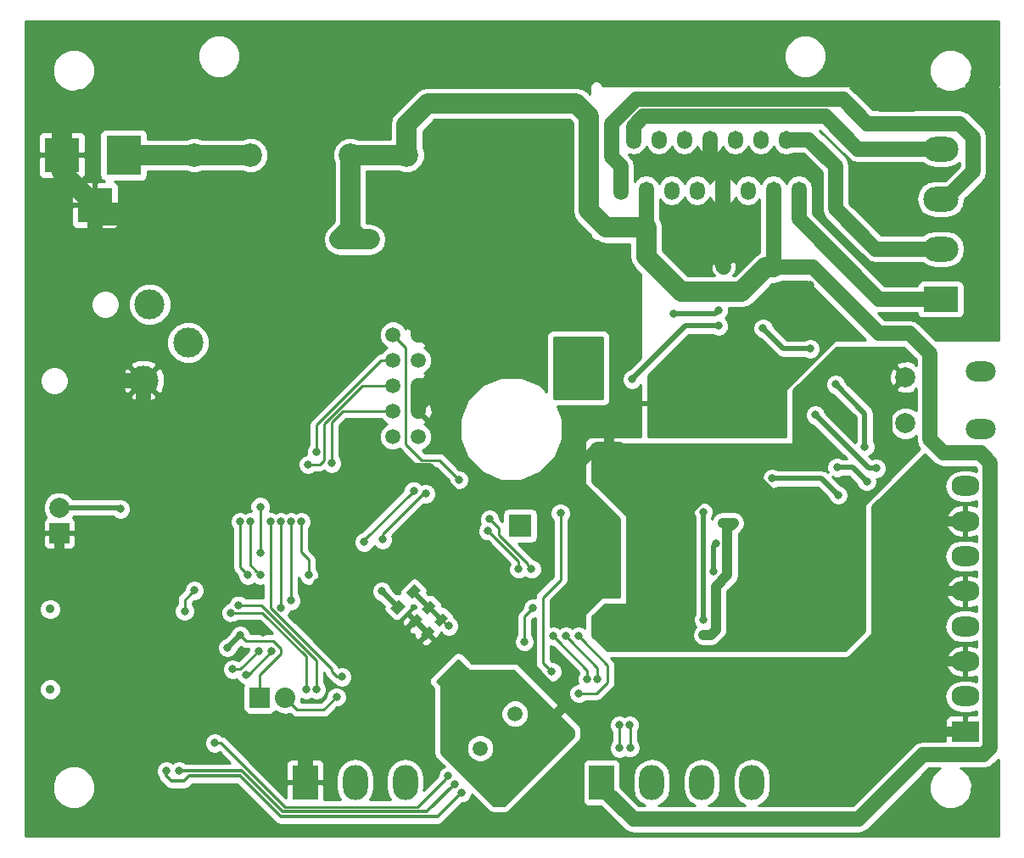
<source format=gbl>
G04 #@! TF.FileFunction,Copper,L2,Bot,Signal*
%FSLAX46Y46*%
G04 Gerber Fmt 4.6, Leading zero omitted, Abs format (unit mm)*
G04 Created by KiCad (PCBNEW (2015-12-07 BZR 6353, Git 2667109)-product) date 06.01.2016 02:58:36*
%MOMM*%
G01*
G04 APERTURE LIST*
%ADD10C,0.100000*%
%ADD11C,3.000000*%
%ADD12O,1.524000X1.824000*%
%ADD13R,3.500120X4.000000*%
%ADD14R,3.500120X3.500120*%
%ADD15R,1.300000X1.300000*%
%ADD16C,1.300000*%
%ADD17C,0.900000*%
%ADD18R,2.000000X2.000000*%
%ADD19C,2.000000*%
%ADD20C,2.349500*%
%ADD21O,3.000000X2.000000*%
%ADD22R,2.500000X3.500000*%
%ADD23O,2.500000X3.500000*%
%ADD24O,2.800000X2.000000*%
%ADD25R,2.800000X2.000000*%
%ADD26R,3.500000X2.500000*%
%ADD27O,3.500000X2.500000*%
%ADD28C,1.501140*%
%ADD29C,1.506220*%
%ADD30R,2.032000X2.032000*%
%ADD31O,2.032000X2.032000*%
%ADD32R,2.235200X2.235200*%
%ADD33C,0.800000*%
%ADD34C,1.400000*%
%ADD35C,0.500000*%
%ADD36C,0.250000*%
%ADD37C,1.000000*%
%ADD38C,1.500000*%
%ADD39C,2.000000*%
%ADD40C,0.300000*%
%ADD41C,0.254000*%
G04 APERTURE END LIST*
D10*
D11*
X92456000Y-76587800D03*
X93091000Y-68967800D03*
X96906000Y-72777800D03*
D12*
X140106400Y-57589000D03*
X141376400Y-52509000D03*
X142646400Y-57589000D03*
X143916400Y-52509000D03*
X145186400Y-57589000D03*
X146456400Y-52509000D03*
X147726400Y-57589000D03*
X148996400Y-52509000D03*
X150266400Y-57589000D03*
X151536400Y-52509000D03*
X152806400Y-57589000D03*
X154076400Y-52509000D03*
X155346400Y-57589000D03*
X156616400Y-52509000D03*
X157886400Y-57589000D03*
D13*
X90479600Y-54055000D03*
D14*
X84329600Y-54055000D03*
X87630000Y-59055000D03*
D15*
X155368000Y-65278000D03*
D16*
X150368000Y-65278000D03*
D10*
G36*
X121089989Y-98542605D02*
X121620319Y-99072935D01*
X120771791Y-99921463D01*
X120241461Y-99391133D01*
X121089989Y-98542605D01*
X121089989Y-98542605D01*
G37*
G36*
X119746487Y-99886107D02*
X120276817Y-100416437D01*
X119428289Y-101264965D01*
X118897959Y-100734635D01*
X119746487Y-99886107D01*
X119746487Y-99886107D01*
G37*
G36*
X122322052Y-99753172D02*
X122852382Y-100283502D01*
X122003854Y-101132030D01*
X121473524Y-100601700D01*
X122322052Y-99753172D01*
X122322052Y-99753172D01*
G37*
G36*
X120978550Y-101096674D02*
X121508880Y-101627004D01*
X120660352Y-102475532D01*
X120130022Y-101945202D01*
X120978550Y-101096674D01*
X120978550Y-101096674D01*
G37*
D17*
X83155600Y-99407400D03*
X83155600Y-107407400D03*
D18*
X84074000Y-91821000D03*
D19*
X84074000Y-89281000D03*
D20*
X113126520Y-54076600D03*
X118726520Y-54076600D03*
X103124000Y-54076600D03*
X97524000Y-54076600D03*
D21*
X176022000Y-75691000D03*
X176022000Y-81391000D03*
D19*
X168522000Y-80841000D03*
X168522000Y-76241000D03*
D22*
X108588800Y-116713000D03*
D23*
X113588800Y-116713000D03*
X118588800Y-116713000D03*
D24*
X174498000Y-87125400D03*
X174498000Y-90625400D03*
X174498000Y-94125400D03*
X174498000Y-97625400D03*
X174498000Y-101125400D03*
X174498000Y-104625400D03*
X174498000Y-108125400D03*
D25*
X174498000Y-111625400D03*
D26*
X172008800Y-68453000D03*
D27*
X172008800Y-58453000D03*
X172008800Y-53453000D03*
X172008800Y-63453000D03*
D22*
X138176000Y-116713000D03*
D23*
X148176000Y-116713000D03*
X153176000Y-116713000D03*
X143176000Y-116713000D03*
D28*
X126071581Y-113303804D03*
X129523591Y-109851794D03*
D29*
X119888000Y-82169000D03*
X117348000Y-82169000D03*
X119888000Y-79629000D03*
X117348000Y-79629000D03*
X119888000Y-77089000D03*
X117348000Y-77089000D03*
X119888000Y-74549000D03*
X117348000Y-74549000D03*
X119888000Y-72009000D03*
X117348000Y-72009000D03*
D30*
X104063800Y-108254800D03*
D31*
X106603800Y-108254800D03*
D10*
G36*
X117734117Y-99945279D02*
X117097721Y-99308883D01*
X117946249Y-98460355D01*
X118582645Y-99096751D01*
X117734117Y-99945279D01*
X117734117Y-99945279D01*
G37*
G36*
X119289751Y-98389645D02*
X118653355Y-97753249D01*
X119501883Y-96904721D01*
X120138279Y-97541117D01*
X119289751Y-98389645D01*
X119289751Y-98389645D01*
G37*
D32*
X130048000Y-91059000D03*
D33*
X149860000Y-71120000D03*
D34*
X135359901Y-74367599D03*
X135382000Y-76530200D03*
D33*
X159004000Y-73406000D03*
X154305000Y-71374000D03*
X141224000Y-76454000D03*
X102108000Y-101981000D03*
X100838000Y-103251000D03*
X116244169Y-97623831D03*
X139573000Y-95377000D03*
X118516400Y-108153200D03*
X109270800Y-110642400D03*
X144678400Y-103174800D03*
X144678400Y-100533200D03*
X141274800Y-95072200D03*
X135280400Y-94894400D03*
X138023600Y-100228400D03*
D34*
X92964000Y-48514000D03*
X91186000Y-48514000D03*
X89408000Y-48514000D03*
D33*
X171894500Y-65849500D03*
X171831000Y-56007000D03*
X96520000Y-60071000D03*
X97609368Y-60071000D03*
X98924778Y-60071000D03*
X100211592Y-60071000D03*
X157988000Y-67056000D03*
X159004000Y-67056000D03*
X159004000Y-68072000D03*
X157988000Y-68072000D03*
X169164000Y-48768000D03*
X167640000Y-48768000D03*
X166116000Y-48768000D03*
X133604000Y-112268000D03*
X128016000Y-103632000D03*
X132842000Y-113029990D03*
X132080000Y-113792000D03*
X131318000Y-114553992D03*
X130556000Y-115316010D03*
X129794000Y-116078000D03*
X129032000Y-116840000D03*
X126365000Y-116840000D03*
X119507000Y-103124000D03*
X104394000Y-101727000D03*
X163106235Y-98216765D03*
X138938000Y-103160980D03*
X157093000Y-87877824D03*
X109781345Y-96762420D03*
X92964000Y-115798600D03*
X104028728Y-119507000D03*
X159960919Y-78598116D03*
X113817400Y-109829600D03*
X109118400Y-101066600D03*
X134747000Y-108889800D03*
X129971800Y-97409000D03*
X124129800Y-99745800D03*
X116586000Y-86854180D03*
X119634000Y-91186000D03*
X139954000Y-83185000D03*
X137922000Y-83185000D03*
X138938000Y-83185000D03*
D34*
X133858000Y-59563000D03*
D33*
X159070000Y-112075000D03*
X166624000Y-112395000D03*
X166624000Y-113665000D03*
X154178000Y-108331000D03*
X149606000Y-109347000D03*
X145034000Y-63119000D03*
X151130000Y-71755000D03*
X150486353Y-78912720D03*
X106426000Y-111125000D03*
X146304000Y-92075000D03*
X142748000Y-93853000D03*
D34*
X131318000Y-59563000D03*
X128778000Y-59563000D03*
X126238000Y-59563000D03*
X133858000Y-57023000D03*
X131318000Y-57023000D03*
X128778000Y-57023000D03*
X126238000Y-57023000D03*
X133858000Y-54483000D03*
X131318000Y-54483000D03*
X128778000Y-54483000D03*
X126238000Y-54483000D03*
X133858000Y-51943000D03*
X131318000Y-51943000D03*
X128778000Y-51943000D03*
X126238000Y-51943000D03*
D33*
X124206000Y-89789000D03*
X100838000Y-101219000D03*
X99989885Y-81892140D03*
X108712000Y-72517000D03*
X91440000Y-100965000D03*
X90932000Y-112395000D03*
X85344000Y-112395000D03*
X90424000Y-96393000D03*
X85090000Y-96393000D03*
X150257612Y-90805000D03*
X148336000Y-101981000D03*
X151384000Y-90805000D03*
X115062000Y-62484000D03*
X114046000Y-62484000D03*
X113030000Y-62484000D03*
X112014000Y-62484000D03*
X161798904Y-88015369D03*
X155194000Y-86360010D03*
X148348212Y-89704980D03*
X148336000Y-100457000D03*
X164465000Y-83185000D03*
X161544000Y-76962000D03*
X149860000Y-69596000D03*
X145400620Y-69926155D03*
X122936000Y-101092000D03*
X149621832Y-92852832D03*
X149352000Y-95631000D03*
X101346000Y-105410000D03*
X103965256Y-103558856D03*
X102702008Y-105940005D03*
X105257600Y-103606600D03*
X97532744Y-97532743D03*
X96570800Y-99593400D03*
X90170000Y-89408000D03*
X106172000Y-90678008D03*
X106178082Y-99307928D03*
X109728000Y-83693000D03*
X108203988Y-90678000D03*
X108966000Y-96019108D03*
X107188000Y-90678000D03*
X111252000Y-84836000D03*
X107188000Y-98551990D03*
X105156000Y-90678000D03*
X112268000Y-106172000D03*
X108878220Y-84963000D03*
X134075120Y-89825880D03*
X123952000Y-86487000D03*
X133222998Y-105664000D03*
X164638420Y-86660927D03*
X161683227Y-85263764D03*
X101955600Y-99009200D03*
X109728000Y-107442004D03*
X139954000Y-113284000D03*
X139954012Y-110998000D03*
X101219000Y-99771200D03*
X108712000Y-107442000D03*
X140970000Y-110998000D03*
X141033500Y-113245900D03*
X102870002Y-96012000D03*
X102108000Y-90678000D03*
X122891831Y-116078000D03*
X135890000Y-102108010D03*
X99568000Y-112776000D03*
X135928100Y-107823000D03*
X165608000Y-85344000D03*
X159512000Y-80010000D03*
X104140000Y-93769053D03*
X104114600Y-89179400D03*
X104140000Y-96012000D03*
X103123982Y-90678000D03*
X133350000Y-102108000D03*
X96012000Y-115570000D03*
X123490701Y-116910064D03*
X136779000Y-106361380D03*
X134620000Y-102107990D03*
X94742000Y-115570000D03*
X124193847Y-117755630D03*
X137791711Y-106361380D03*
X131318000Y-99314000D03*
X130479800Y-102666800D03*
X126844961Y-91590530D03*
X129921000Y-95409031D03*
X131191000Y-95409031D03*
X127000000Y-90424000D03*
X120649996Y-87884000D03*
X116332000Y-92455998D03*
X114500953Y-92706377D03*
X119425081Y-87575586D03*
X111721900Y-108191300D03*
D35*
X146558000Y-71120000D02*
X149294315Y-71120000D01*
X141224000Y-76454000D02*
X146558000Y-71120000D01*
X149294315Y-71120000D02*
X149860000Y-71120000D01*
D36*
X102108000Y-101981000D02*
X102743000Y-102616000D01*
X106172000Y-103886000D02*
X104063800Y-105994200D01*
X102743000Y-102616000D02*
X105410000Y-102616000D01*
X105410000Y-102616000D02*
X106172000Y-103378000D01*
X106172000Y-103378000D02*
X106172000Y-103886000D01*
X104063800Y-105994200D02*
X104063800Y-108254800D01*
D35*
X154305000Y-71374000D02*
X156337000Y-73406000D01*
X156337000Y-73406000D02*
X159004000Y-73406000D01*
X100838000Y-103251000D02*
X102108000Y-101981000D01*
X117840183Y-99202817D02*
X117823155Y-99202817D01*
X117823155Y-99202817D02*
X116244169Y-97623831D01*
X141274800Y-95072200D02*
X141274800Y-100824180D01*
X141274800Y-100824180D02*
X139337999Y-102760981D01*
X139337999Y-102760981D02*
X138938000Y-103160980D01*
D36*
X118516400Y-108153200D02*
X116840000Y-109829600D01*
X116840000Y-109829600D02*
X113817400Y-109829600D01*
D35*
X113004600Y-110642400D02*
X109836485Y-110642400D01*
X113817400Y-109829600D02*
X113004600Y-110642400D01*
X109836485Y-110642400D02*
X109270800Y-110642400D01*
X108588800Y-111324400D02*
X108870801Y-111042399D01*
X108588800Y-116713000D02*
X108588800Y-111324400D01*
X108870801Y-111042399D02*
X109270800Y-110642400D01*
X144678400Y-100533200D02*
X144678400Y-103174800D01*
X141274800Y-95072200D02*
X141274800Y-97129600D01*
X141274800Y-97129600D02*
X144678400Y-100533200D01*
X142494000Y-93853000D02*
X141478000Y-94869000D01*
X141478000Y-94869000D02*
X141274800Y-95072200D01*
D37*
X137795000Y-83185000D02*
X133959600Y-87020400D01*
D36*
X135686800Y-93922315D02*
X135686800Y-88747600D01*
D37*
X133959600Y-87020400D02*
X132308600Y-88671400D01*
D36*
X135686800Y-88747600D02*
X133959600Y-87020400D01*
X135280400Y-94894400D02*
X135280400Y-94328715D01*
X135280400Y-94328715D02*
X135686800Y-93922315D01*
X138023600Y-100228400D02*
X138938000Y-101142800D01*
X138938000Y-101142800D02*
X138938000Y-103160980D01*
D38*
X148996400Y-52509000D02*
X148996400Y-54516686D01*
X148996400Y-54516686D02*
X150266400Y-55786686D01*
X150266400Y-55786686D02*
X150266400Y-57589000D01*
X150266400Y-57589000D02*
X150266400Y-65176400D01*
D39*
X91186000Y-48514000D02*
X92964000Y-48514000D01*
X89408000Y-48514000D02*
X91186000Y-48514000D01*
X84329600Y-50304940D02*
X86120540Y-48514000D01*
X84329600Y-54055000D02*
X84329600Y-50304940D01*
X86120540Y-48514000D02*
X88418051Y-48514000D01*
X88418051Y-48514000D02*
X89408000Y-48514000D01*
D37*
X170942000Y-111625400D02*
X170942000Y-104648000D01*
X170942000Y-104648000D02*
X170942000Y-97790000D01*
X174498000Y-104625400D02*
X170964600Y-104625400D01*
X170964600Y-104625400D02*
X170942000Y-104648000D01*
X170942000Y-97790000D02*
X170942000Y-91313000D01*
X171106600Y-97625400D02*
X170942000Y-97790000D01*
X174498000Y-97625400D02*
X171106600Y-97625400D01*
X170942000Y-91313000D02*
X171629600Y-90625400D01*
X171629600Y-90625400D02*
X174498000Y-90625400D01*
X170942000Y-111625400D02*
X167393600Y-111625400D01*
X174498000Y-111625400D02*
X170942000Y-111625400D01*
X167393600Y-111625400D02*
X166624000Y-112395000D01*
D35*
X171831000Y-56007000D02*
X170434000Y-56007000D01*
X170434000Y-56007000D02*
X169164000Y-57277000D01*
X169164000Y-59690000D02*
X170307000Y-60833000D01*
X169164000Y-57277000D02*
X169164000Y-59690000D01*
X170307000Y-60833000D02*
X172292977Y-60833000D01*
X172292977Y-60833000D02*
X174132957Y-60833000D01*
X171894500Y-65849500D02*
X173228000Y-65849500D01*
X174561500Y-64516000D02*
X174561500Y-61261543D01*
X173228000Y-65849500D02*
X174561500Y-64516000D01*
X174561500Y-61261543D02*
X174132957Y-60833000D01*
X176974500Y-57991457D02*
X174132957Y-60833000D01*
X176974500Y-57991457D02*
X176974500Y-51498500D01*
X176974500Y-51498500D02*
X174244000Y-48768000D01*
X174244000Y-48768000D02*
X169729685Y-48768000D01*
X169729685Y-48768000D02*
X169164000Y-48768000D01*
D39*
X97609368Y-60071000D02*
X96520000Y-60071000D01*
X98924778Y-60071000D02*
X97609368Y-60071000D01*
X100211592Y-60071000D02*
X98924778Y-60071000D01*
D38*
X119888000Y-72009000D02*
X119888000Y-70739000D01*
X119888000Y-70739000D02*
X115443000Y-66294000D01*
X115443000Y-66294000D02*
X106426000Y-66294000D01*
X106426000Y-66294000D02*
X100211592Y-60079592D01*
X100211592Y-60079592D02*
X100211592Y-60071000D01*
D39*
X96520000Y-60071000D02*
X88646000Y-60071000D01*
X88646000Y-60071000D02*
X87630000Y-59055000D01*
D35*
X159004000Y-68072000D02*
X157988000Y-68072000D01*
X159004000Y-67056000D02*
X157988000Y-67056000D01*
X159004000Y-68072000D02*
X159004000Y-67056000D01*
X157422315Y-68072000D02*
X157988000Y-68072000D01*
X154813000Y-68072000D02*
X157422315Y-68072000D01*
X151130000Y-71755000D02*
X154813000Y-68072000D01*
X155702000Y-68072000D02*
X157988000Y-68072000D01*
X159960919Y-78598116D02*
X159145884Y-78598116D01*
X159145884Y-78598116D02*
X158242000Y-79502000D01*
X158242000Y-79502000D02*
X158242000Y-82550000D01*
X155453812Y-87877824D02*
X156527315Y-87877824D01*
X158242000Y-82550000D02*
X155956000Y-84836000D01*
X155956000Y-84836000D02*
X153416000Y-84836000D01*
X153416000Y-84836000D02*
X153416000Y-85840012D01*
X153416000Y-85840012D02*
X155453812Y-87877824D01*
X156527315Y-87877824D02*
X157093000Y-87877824D01*
D39*
X168148000Y-44704000D02*
X169164000Y-45720000D01*
X169164000Y-45720000D02*
X169164000Y-48768000D01*
X166116000Y-44704000D02*
X168148000Y-44704000D01*
X166116000Y-48768000D02*
X166116000Y-44704000D01*
X169164000Y-48768000D02*
X167640000Y-48768000D01*
X166116000Y-48768000D02*
X167640000Y-48768000D01*
D36*
X132842000Y-113029990D02*
X132842010Y-113029990D01*
X132842010Y-113029990D02*
X133604000Y-112268000D01*
D37*
X129489200Y-103632000D02*
X128581685Y-103632000D01*
X128581685Y-103632000D02*
X128016000Y-103632000D01*
X134747000Y-108889800D02*
X129489200Y-103632000D01*
X128016000Y-103066315D02*
X128016000Y-103632000D01*
X129971800Y-97409000D02*
X128016000Y-99364800D01*
D35*
X127450315Y-103632000D02*
X128016000Y-103632000D01*
D37*
X128016000Y-99364800D02*
X128016000Y-103066315D01*
D35*
X122665348Y-103632000D02*
X127450315Y-103632000D01*
X121930209Y-102896861D02*
X122665348Y-103632000D01*
D36*
X132079992Y-113792000D02*
X132080000Y-113792000D01*
X131318000Y-114553992D02*
X132079992Y-113792000D01*
X129990315Y-115316010D02*
X130556000Y-115316010D01*
D37*
X130556000Y-113080800D02*
X130556000Y-114750325D01*
D36*
X127888990Y-115316010D02*
X129990315Y-115316010D01*
X126365000Y-116840000D02*
X127888990Y-115316010D01*
D37*
X130556000Y-114750325D02*
X130556000Y-115316010D01*
X134747000Y-108889800D02*
X130556000Y-113080800D01*
D36*
X130302000Y-115570000D02*
X129794000Y-116078000D01*
X129032000Y-116840000D02*
X130302000Y-115570000D01*
X120819451Y-101786103D02*
X120819451Y-101811549D01*
X120819451Y-101811549D02*
X119507000Y-103124000D01*
X101346000Y-100711000D02*
X103378000Y-100711000D01*
X103378000Y-100711000D02*
X104394000Y-101727000D01*
X100838000Y-101219000D02*
X101346000Y-100711000D01*
D37*
X137922000Y-83185000D02*
X137795000Y-83185000D01*
X132308600Y-88671400D02*
X132308600Y-93941900D01*
X132308600Y-93941900D02*
X132791200Y-94424500D01*
X132791200Y-94424500D02*
X132791200Y-95999300D01*
X132791200Y-95999300D02*
X131381500Y-97409000D01*
X131381500Y-97409000D02*
X129971800Y-97409000D01*
X139954000Y-87630000D02*
X144399000Y-92075000D01*
X144399000Y-92075000D02*
X146304000Y-92075000D01*
X139954000Y-83185000D02*
X139954000Y-87630000D01*
D35*
X168522000Y-76241000D02*
X166954200Y-77808800D01*
X166954200Y-77808800D02*
X166954200Y-86309200D01*
X166954200Y-86309200D02*
X163068000Y-90195400D01*
X163068000Y-90195400D02*
X163068000Y-93150108D01*
X163068000Y-93150108D02*
X163106235Y-93188343D01*
X146304000Y-92075000D02*
X146304000Y-90491190D01*
X148917366Y-87877824D02*
X156527315Y-87877824D01*
X146304000Y-90491190D02*
X148917366Y-87877824D01*
X159351292Y-89433400D02*
X157850445Y-87932553D01*
X157795716Y-87877824D02*
X157658685Y-87877824D01*
X157658685Y-87877824D02*
X157093000Y-87877824D01*
X157850445Y-87932553D02*
X157795716Y-87877824D01*
X163106235Y-93188343D02*
X157850445Y-87932553D01*
X159410400Y-89433400D02*
X159351292Y-89433400D01*
X163106235Y-98216765D02*
X163106235Y-93188343D01*
X109381346Y-97162419D02*
X109781345Y-96762420D01*
X109118400Y-97425365D02*
X109381346Y-97162419D01*
X109118400Y-101066600D02*
X109118400Y-97425365D01*
D38*
X106426000Y-111125000D02*
X102743000Y-111125000D01*
X102743000Y-111125000D02*
X102362000Y-110744000D01*
X102362000Y-110744000D02*
X101092000Y-110744000D01*
X101092000Y-110744000D02*
X98277650Y-107929650D01*
X98277650Y-107929650D02*
X90424000Y-107929650D01*
X92456000Y-76587800D02*
X92456000Y-84064585D01*
X92456000Y-84064585D02*
X92456000Y-94361000D01*
X116586000Y-86854180D02*
X95245595Y-86854180D01*
X95245595Y-86854180D02*
X92456000Y-84064585D01*
X120904000Y-85598000D02*
X117842180Y-85598000D01*
X117842180Y-85598000D02*
X116586000Y-86854180D01*
X124206000Y-88900000D02*
X120904000Y-85598000D01*
X124206000Y-89789000D02*
X124206000Y-88900000D01*
X127635000Y-97409000D02*
X124206000Y-93980000D01*
X124206000Y-93980000D02*
X124206000Y-89789000D01*
X129971800Y-97409000D02*
X127635000Y-97409000D01*
X90424000Y-96393000D02*
X90424000Y-107929650D01*
X90424000Y-107929650D02*
X90424000Y-111887000D01*
X108588800Y-116713000D02*
X108588800Y-113287800D01*
X108588800Y-113287800D02*
X106426000Y-111125000D01*
X90932000Y-112395000D02*
X90932000Y-113766600D01*
X90932000Y-113766600D02*
X92964000Y-115798600D01*
X90424000Y-111887000D02*
X90932000Y-112395000D01*
X87630000Y-59055000D02*
X87630000Y-62305060D01*
X87630000Y-62305060D02*
X85598000Y-64337060D01*
X85598000Y-64337060D02*
X85598000Y-75438000D01*
X86747800Y-76587800D02*
X92456000Y-76587800D01*
X85598000Y-75438000D02*
X86747800Y-76587800D01*
X92456000Y-94361000D02*
X90424000Y-96393000D01*
D35*
X113817400Y-109829600D02*
X113817400Y-106345524D01*
X113817400Y-106345524D02*
X119587388Y-100575536D01*
X109118400Y-101066600D02*
X109397800Y-101346000D01*
X109397800Y-101346000D02*
X118838420Y-101346000D01*
X118838420Y-101346000D02*
X119608884Y-100575536D01*
X94780100Y-119507000D02*
X92964000Y-117690900D01*
X92964000Y-117690900D02*
X92964000Y-115798600D01*
X104028728Y-119507000D02*
X94780100Y-119507000D01*
X149606000Y-109347000D02*
X135204200Y-109347000D01*
X135204200Y-109347000D02*
X134747000Y-108889800D01*
X150486353Y-78912720D02*
X139654280Y-78912720D01*
X139654280Y-78912720D02*
X138938000Y-79629000D01*
X119608884Y-100575536D02*
X120483576Y-101450228D01*
X120483576Y-101450228D02*
X120819451Y-101786103D01*
D40*
X129971800Y-97409000D02*
X127635000Y-99745800D01*
X127635000Y-99745800D02*
X124129800Y-99745800D01*
D35*
X120819451Y-101786103D02*
X121930209Y-102896861D01*
D36*
X122756739Y-102896861D02*
X121930209Y-102896861D01*
X124637800Y-101015800D02*
X122756739Y-102896861D01*
X124637800Y-100819485D02*
X124637800Y-101015800D01*
X124129800Y-99745800D02*
X124129800Y-100311485D01*
X124129800Y-100311485D02*
X124637800Y-100819485D01*
D37*
X84074000Y-91821000D02*
X84074000Y-95377000D01*
X84074000Y-95377000D02*
X85090000Y-96393000D01*
X138938000Y-83185000D02*
X139954000Y-83185000D01*
X137922000Y-83185000D02*
X138938000Y-83185000D01*
X139446000Y-79121000D02*
X138938000Y-79629000D01*
X138938000Y-79629000D02*
X138938000Y-83185000D01*
X139446000Y-77343000D02*
X139446000Y-79121000D01*
X139446000Y-77343000D02*
X139446000Y-65151000D01*
X139446000Y-65151000D02*
X133858000Y-59563000D01*
X159070000Y-112075000D02*
X158504315Y-112075000D01*
X158504315Y-112075000D02*
X158242000Y-112337315D01*
X158242000Y-112337315D02*
X158242000Y-112395000D01*
X166624000Y-112395000D02*
X158242000Y-112395000D01*
X158242000Y-112395000D02*
X154577999Y-108730999D01*
X154577999Y-108730999D02*
X154178000Y-108331000D01*
X166624000Y-113665000D02*
X166624000Y-112395000D01*
X154178000Y-108331000D02*
X150622000Y-108331000D01*
X150622000Y-108331000D02*
X149606000Y-109347000D01*
D35*
X142748000Y-93853000D02*
X142494000Y-93853000D01*
D37*
X145034000Y-63119000D02*
X148209000Y-63119000D01*
X148209000Y-63119000D02*
X150368000Y-65278000D01*
D35*
X150486353Y-78912720D02*
X150486353Y-72398647D01*
X150486353Y-72398647D02*
X151130000Y-71755000D01*
X146304000Y-92075000D02*
X144526000Y-92075000D01*
X144526000Y-92075000D02*
X142748000Y-93853000D01*
D38*
X119888000Y-77089000D02*
X120650000Y-77089000D01*
X121920000Y-73279000D02*
X120650000Y-72009000D01*
X120650000Y-77089000D02*
X121920000Y-75819000D01*
X121920000Y-75819000D02*
X121920000Y-73279000D01*
X120650000Y-72009000D02*
X119888000Y-72009000D01*
X119888000Y-79629000D02*
X119888000Y-77089000D01*
D35*
X90932000Y-112395000D02*
X90932000Y-101473000D01*
X90932000Y-101473000D02*
X91440000Y-100965000D01*
X108588800Y-117213000D02*
X108588800Y-116713000D01*
X100838000Y-101219000D02*
X91694000Y-101219000D01*
X91694000Y-101219000D02*
X91440000Y-100965000D01*
X99989885Y-81892140D02*
X99989885Y-60292707D01*
X99989885Y-60292707D02*
X100211592Y-60071000D01*
X99989885Y-81892140D02*
X97760340Y-81892140D01*
X97760340Y-81892140D02*
X92456000Y-76587800D01*
X108712000Y-72517000D02*
X100211592Y-64016592D01*
X100211592Y-64016592D02*
X100211592Y-60071000D01*
X91440000Y-100965000D02*
X91440000Y-97409000D01*
X91440000Y-97409000D02*
X90424000Y-96393000D01*
X85344000Y-112395000D02*
X90932000Y-112395000D01*
X85090000Y-96393000D02*
X90424000Y-96393000D01*
X92449200Y-76581000D02*
X92456000Y-76587800D01*
X119608884Y-100575536D02*
X119587388Y-100575536D01*
D38*
X150266400Y-65176400D02*
X150368000Y-65278000D01*
D39*
X87630000Y-59055000D02*
X84329600Y-55754600D01*
X84329600Y-55754600D02*
X84329600Y-54055000D01*
D37*
X148336000Y-101981000D02*
X149098000Y-101981000D01*
X149098000Y-101981000D02*
X149606000Y-101473000D01*
X149606000Y-97155000D02*
X150749000Y-96012000D01*
X149606000Y-101473000D02*
X149606000Y-97155000D01*
X150749000Y-96012000D02*
X150749000Y-91440000D01*
X150749000Y-91440000D02*
X151384000Y-90805000D01*
X151384000Y-90805000D02*
X150257612Y-90805000D01*
D38*
X155346400Y-57589000D02*
X155346400Y-65256400D01*
X142646400Y-61284336D02*
X142646400Y-57589000D01*
X155368000Y-65278000D02*
X159258000Y-65278000D01*
X159258000Y-65278000D02*
X165862000Y-71882000D01*
X163830000Y-120396000D02*
X141359000Y-120396000D01*
X165862000Y-71882000D02*
X168910000Y-71882000D01*
X170942000Y-73914000D02*
X170942000Y-82465957D01*
X141359000Y-120396000D02*
X138176000Y-117213000D01*
X168910000Y-71882000D02*
X170942000Y-73914000D01*
X176988911Y-84786911D02*
X176988911Y-113244491D01*
X176988911Y-113244491D02*
X176314402Y-113919000D01*
X170942000Y-82465957D02*
X172296043Y-83820000D01*
X172296043Y-83820000D02*
X176022000Y-83820000D01*
X176314402Y-113919000D02*
X170307000Y-113919000D01*
X170307000Y-113919000D02*
X163830000Y-120396000D01*
X176022000Y-83820000D02*
X176988911Y-84786911D01*
X138176000Y-117213000D02*
X138176000Y-116713000D01*
D39*
X113126520Y-61371480D02*
X113126520Y-61564520D01*
X113126520Y-61564520D02*
X114046000Y-62484000D01*
X113126520Y-54076600D02*
X113126520Y-61371480D01*
X113126520Y-61371480D02*
X112014000Y-62484000D01*
X114046000Y-62484000D02*
X115062000Y-62484000D01*
X113030000Y-62484000D02*
X114046000Y-62484000D01*
X112014000Y-62484000D02*
X113030000Y-62484000D01*
X142646400Y-61284336D02*
X138627336Y-61284336D01*
X120836296Y-48895000D02*
X118726520Y-51004776D01*
X135636000Y-48895000D02*
X120836296Y-48895000D01*
X118726520Y-51004776D02*
X118726520Y-54076600D01*
X136906000Y-59563000D02*
X136906000Y-50165000D01*
X136906000Y-50165000D02*
X135636000Y-48895000D01*
X138627336Y-61284336D02*
X136906000Y-59563000D01*
X142646400Y-64214318D02*
X142646400Y-61284336D01*
X155368000Y-65278000D02*
X154559000Y-65278000D01*
X154559000Y-65278000D02*
X152146000Y-67691000D01*
X152146000Y-67691000D02*
X146123082Y-67691000D01*
X146123082Y-67691000D02*
X142646400Y-64214318D01*
D38*
X113030000Y-54173120D02*
X113126520Y-54076600D01*
X155346400Y-65256400D02*
X155368000Y-65278000D01*
D39*
X118726520Y-54076600D02*
X113126520Y-54076600D01*
D35*
X161398905Y-87615370D02*
X161798904Y-88015369D01*
X160143535Y-86360000D02*
X161398905Y-87615370D01*
X156013685Y-86360000D02*
X160143535Y-86360000D01*
X156013685Y-86360000D02*
X156013675Y-86360010D01*
X156013675Y-86360010D02*
X155759685Y-86360010D01*
X155759685Y-86360010D02*
X155194000Y-86360010D01*
X157607000Y-86360000D02*
X156013685Y-86360000D01*
X148336000Y-100457000D02*
X148336000Y-89717192D01*
X148336000Y-89717192D02*
X148348212Y-89704980D01*
X164465000Y-79883000D02*
X164465000Y-83185000D01*
X161544000Y-76962000D02*
X164465000Y-79883000D01*
X149529845Y-69926155D02*
X149860000Y-69596000D01*
X145400620Y-69926155D02*
X149529845Y-69926155D01*
D36*
X122936000Y-101092000D02*
X122812352Y-101092000D01*
X122812352Y-101092000D02*
X122162953Y-100442601D01*
D35*
X120930890Y-99232034D02*
X120930890Y-99182256D01*
X120930890Y-99182256D02*
X119395817Y-97647183D01*
X122162954Y-100442600D02*
X120952388Y-99232034D01*
X120952388Y-99232034D02*
X120930892Y-99232034D01*
X120930892Y-99210538D02*
X120930892Y-99232034D01*
X149352000Y-95631000D02*
X149352000Y-93122664D01*
X149352000Y-93122664D02*
X149621832Y-92852832D01*
D36*
X101911685Y-105410000D02*
X101346000Y-105410000D01*
X102114112Y-105410000D02*
X101911685Y-105410000D01*
X103965256Y-103558856D02*
X102114112Y-105410000D01*
X105257600Y-103606600D02*
X102924195Y-105940005D01*
X102924195Y-105940005D02*
X102702008Y-105940005D01*
X97132745Y-97932742D02*
X97532744Y-97532743D01*
X96570800Y-99593400D02*
X96570800Y-98494687D01*
X96570800Y-98494687D02*
X97132745Y-97932742D01*
D39*
X97524000Y-54076600D02*
X90501200Y-54076600D01*
X90501200Y-54076600D02*
X90479600Y-54055000D01*
X103124000Y-54076600D02*
X97524000Y-54076600D01*
D35*
X84074000Y-89281000D02*
X90043000Y-89281000D01*
X90043000Y-89281000D02*
X90170000Y-89408000D01*
D38*
X139192000Y-50935822D02*
X141613822Y-48514000D01*
X172508800Y-58453000D02*
X172008800Y-58453000D01*
X140106400Y-57589000D02*
X140106400Y-55177000D01*
X140106400Y-55177000D02*
X139192000Y-54262600D01*
X162270750Y-48514000D02*
X164672498Y-50915748D01*
X139192000Y-54262600D02*
X139192000Y-50935822D01*
X173915248Y-50915748D02*
X175258800Y-52259300D01*
X141613822Y-48514000D02*
X162270750Y-48514000D01*
X164672498Y-50915748D02*
X173915248Y-50915748D01*
X175258800Y-55703000D02*
X172508800Y-58453000D01*
X175258800Y-52259300D02*
X175258800Y-55703000D01*
X172008800Y-68453000D02*
X165888400Y-68453000D01*
X165888400Y-68453000D02*
X157886400Y-60451000D01*
X157886400Y-60451000D02*
X157886400Y-57589000D01*
X161544000Y-59436000D02*
X165561000Y-63453000D01*
X165561000Y-63453000D02*
X168672500Y-63453000D01*
X161544000Y-55174600D02*
X161544000Y-59436000D01*
X156616400Y-52509000D02*
X158878400Y-52509000D01*
X158878400Y-52509000D02*
X161544000Y-55174600D01*
X172008800Y-63453000D02*
X168672500Y-63453000D01*
X172008800Y-53453000D02*
X163770833Y-53453000D01*
X160531844Y-50214011D02*
X142317989Y-50214011D01*
X163770833Y-53453000D02*
X160531844Y-50214011D01*
X142317989Y-50214011D02*
X141376400Y-51155600D01*
X141376400Y-51155600D02*
X141376400Y-52509000D01*
D36*
X106172000Y-99301846D02*
X106178082Y-99307928D01*
X106172000Y-90678008D02*
X106172000Y-99301846D01*
X116282942Y-74549000D02*
X117348000Y-74549000D01*
X116202178Y-74549000D02*
X116282942Y-74549000D01*
X109728000Y-81023178D02*
X116202178Y-74549000D01*
X109728000Y-83693000D02*
X109728000Y-81023178D01*
X108203988Y-90678000D02*
X108204000Y-90678012D01*
X108966000Y-94488000D02*
X108966000Y-96019108D01*
X108204000Y-93726000D02*
X108966000Y-94488000D01*
X108204000Y-90678012D02*
X108204000Y-93726000D01*
X107188000Y-90678000D02*
X107188000Y-98551990D01*
X117348000Y-79629000D02*
X112395000Y-79629000D01*
X112395000Y-79629000D02*
X111252000Y-80772000D01*
X111252000Y-80772000D02*
X111252000Y-84836000D01*
X105156000Y-99311179D02*
X111252000Y-105407179D01*
X111252000Y-105407179D02*
X111252000Y-105664000D01*
X111760000Y-106172000D02*
X112268000Y-106172000D01*
X105156000Y-90678000D02*
X105156000Y-99311179D01*
X111252000Y-105664000D02*
X111760000Y-106172000D01*
X110051998Y-84963000D02*
X109443905Y-84963000D01*
X109443905Y-84963000D02*
X108878220Y-84963000D01*
X110490000Y-84524998D02*
X110051998Y-84963000D01*
X110490000Y-80897589D02*
X110490000Y-84524998D01*
X114298589Y-77089000D02*
X110490000Y-80897589D01*
X117348000Y-77089000D02*
X114298589Y-77089000D01*
X134075120Y-90391565D02*
X134075120Y-89825880D01*
X134075120Y-96480680D02*
X134075120Y-90391565D01*
X132308600Y-98247200D02*
X134075120Y-96480680D01*
X133222998Y-105664000D02*
X132308600Y-104749602D01*
X132308600Y-104749602D02*
X132308600Y-98247200D01*
X120209989Y-84522989D02*
X121987989Y-84522989D01*
X123552001Y-86087001D02*
X123952000Y-86487000D01*
X118618000Y-82931000D02*
X120209989Y-84522989D01*
X118618000Y-73279000D02*
X118618000Y-82931000D01*
X121987989Y-84522989D02*
X123552001Y-86087001D01*
X117348000Y-72009000D02*
X118618000Y-73279000D01*
D35*
X164238421Y-86260928D02*
X164638420Y-86660927D01*
X163241257Y-85263764D02*
X164238421Y-86260928D01*
X161683227Y-85263764D02*
X163241257Y-85263764D01*
D36*
X101955600Y-99009200D02*
X104217611Y-99009200D01*
X104217611Y-99009200D02*
X109728000Y-104519589D01*
X109728000Y-104519589D02*
X109728000Y-106876319D01*
X109728000Y-106876319D02*
X109728000Y-107442004D01*
X139954012Y-113283988D02*
X139954000Y-113284000D01*
X139954012Y-110998000D02*
X139954012Y-113283988D01*
X108712000Y-106876315D02*
X108712000Y-107442000D01*
X108712000Y-104140000D02*
X108712000Y-106876315D01*
X101219000Y-99771200D02*
X104343200Y-99771200D01*
X104343200Y-99771200D02*
X108712000Y-104140000D01*
X141033500Y-113245900D02*
X141033500Y-111061500D01*
X141033500Y-111061500D02*
X140970000Y-110998000D01*
X102108000Y-90678000D02*
X102108000Y-95250000D01*
X102108000Y-95250000D02*
X102870000Y-96012000D01*
X102870000Y-96012000D02*
X102870002Y-96012000D01*
X99568000Y-112776000D02*
X100184888Y-112776000D01*
X119802853Y-119166978D02*
X122491832Y-116477999D01*
X106575866Y-119166978D02*
X119802853Y-119166978D01*
X100184888Y-112776000D02*
X106575866Y-119166978D01*
X122491832Y-116477999D02*
X122891831Y-116078000D01*
X136289999Y-102508009D02*
X135890000Y-102108010D01*
X138811000Y-105029010D02*
X136289999Y-102508009D01*
X138811000Y-106705400D02*
X138811000Y-105029010D01*
X137693400Y-107823000D02*
X138811000Y-106705400D01*
X135928100Y-107823000D02*
X137693400Y-107823000D01*
D35*
X159512000Y-80010000D02*
X164846000Y-85344000D01*
X164846000Y-85344000D02*
X165608000Y-85344000D01*
D36*
X104114600Y-93743653D02*
X104140000Y-93769053D01*
X104114600Y-89179400D02*
X104114600Y-93743653D01*
X103123982Y-90678000D02*
X103123982Y-94995982D01*
X103740001Y-95612001D02*
X104140000Y-96012000D01*
X103123982Y-94995982D02*
X103740001Y-95612001D01*
X133749999Y-102507999D02*
X133350000Y-102108000D01*
X136779000Y-105537000D02*
X133749999Y-102507999D01*
X136779000Y-106361380D02*
X136779000Y-105537000D01*
D40*
X123490701Y-116910064D02*
X120758776Y-119641989D01*
X96577685Y-115570000D02*
X96012000Y-115570000D01*
X102307122Y-115570000D02*
X96577685Y-115570000D01*
X106379111Y-119641989D02*
X102307122Y-115570000D01*
X120758776Y-119641989D02*
X106379111Y-119641989D01*
D36*
X135019999Y-102507989D02*
X134620000Y-102107990D01*
X137791711Y-105279701D02*
X135019999Y-102507989D01*
X137791711Y-106361380D02*
X137791711Y-105279701D01*
D40*
X124193847Y-117755630D02*
X121807477Y-120142000D01*
X121807477Y-120142000D02*
X106172000Y-120142000D01*
X97028000Y-116078000D02*
X96520000Y-116586000D01*
X106172000Y-120142000D02*
X102108000Y-116078000D01*
X102108000Y-116078000D02*
X97028000Y-116078000D01*
X96520000Y-116586000D02*
X95250000Y-116586000D01*
X95250000Y-116586000D02*
X94742000Y-116078000D01*
X94742000Y-116078000D02*
X94742000Y-115570000D01*
D36*
X130918001Y-99713999D02*
X131318000Y-99314000D01*
X130479800Y-100152200D02*
X130918001Y-99713999D01*
X130479800Y-102666800D02*
X130479800Y-100152200D01*
X129921000Y-94843346D02*
X129921000Y-95409031D01*
X129921000Y-94666569D02*
X129921000Y-94843346D01*
X126844961Y-91590530D02*
X129921000Y-94666569D01*
X127927426Y-91986426D02*
X130791001Y-94850001D01*
X130791001Y-95009032D02*
X131191000Y-95409031D01*
X127927426Y-91351426D02*
X127927426Y-91986426D01*
X130791001Y-94850001D02*
X130791001Y-95009032D01*
X127000000Y-90424000D02*
X127927426Y-91351426D01*
X116332000Y-92455998D02*
X116332000Y-91948000D01*
X116332000Y-91948000D02*
X120396000Y-87884000D01*
X120396000Y-87884000D02*
X120649996Y-87884000D01*
X119425081Y-87575586D02*
X114500953Y-92499714D01*
X114500953Y-92499714D02*
X114500953Y-92706377D01*
X106603800Y-108254800D02*
X107823000Y-109474000D01*
X107823000Y-109474000D02*
X110439200Y-109474000D01*
X110439200Y-109474000D02*
X111721900Y-108191300D01*
D41*
G36*
X177790000Y-47117000D02*
X174502334Y-47117000D01*
X174808909Y-46810959D01*
X175134628Y-46026541D01*
X175135370Y-45177185D01*
X174811020Y-44392200D01*
X174210959Y-43791091D01*
X173426541Y-43465372D01*
X172577185Y-43464630D01*
X171792200Y-43788980D01*
X171191091Y-44389041D01*
X170865372Y-45173459D01*
X170864630Y-46022815D01*
X171188980Y-46807800D01*
X171497641Y-47117000D01*
X138280915Y-47117000D01*
X138265723Y-47029636D01*
X138135231Y-46813977D01*
X137931117Y-46666078D01*
X137685543Y-46609242D01*
X137437205Y-46652427D01*
X137225233Y-46788827D01*
X137083029Y-46996949D01*
X137033000Y-47244000D01*
X137033000Y-47979760D01*
X136792120Y-47738880D01*
X136261688Y-47384457D01*
X135636000Y-47259999D01*
X135635995Y-47260000D01*
X120836301Y-47260000D01*
X120836296Y-47259999D01*
X120210608Y-47384457D01*
X119985818Y-47534657D01*
X119680176Y-47738880D01*
X119680174Y-47738883D01*
X117570400Y-49848656D01*
X117215977Y-50379088D01*
X117091519Y-51004776D01*
X117091520Y-51004780D01*
X117091520Y-52441600D01*
X113908167Y-52441600D01*
X113488081Y-52267165D01*
X112768118Y-52266537D01*
X112102718Y-52541474D01*
X111593183Y-53050121D01*
X111317085Y-53715039D01*
X111316457Y-54435002D01*
X111491520Y-54858688D01*
X111491520Y-60694241D01*
X110857880Y-61327880D01*
X110503457Y-61858312D01*
X110378999Y-62484000D01*
X110503457Y-63109688D01*
X110857880Y-63640120D01*
X111388312Y-63994543D01*
X112014000Y-64119001D01*
X112014005Y-64119000D01*
X114045995Y-64119000D01*
X114046000Y-64119001D01*
X114046005Y-64119000D01*
X115062000Y-64119000D01*
X115687687Y-63994543D01*
X116218120Y-63640120D01*
X116572543Y-63109687D01*
X116697000Y-62484000D01*
X116572543Y-61858313D01*
X116218120Y-61327880D01*
X115687687Y-60973457D01*
X115062000Y-60849000D01*
X114761520Y-60849000D01*
X114761520Y-55711600D01*
X117944873Y-55711600D01*
X118364959Y-55886035D01*
X119084922Y-55886663D01*
X119750322Y-55611726D01*
X120259857Y-55103079D01*
X120535955Y-54438161D01*
X120536583Y-53718198D01*
X120361520Y-53294512D01*
X120361520Y-51682016D01*
X121513535Y-50530000D01*
X134958760Y-50530000D01*
X135271000Y-50842239D01*
X135271000Y-59562995D01*
X135270999Y-59563000D01*
X135395457Y-60188688D01*
X135749880Y-60719120D01*
X137039082Y-62008321D01*
X137076427Y-62206795D01*
X137212827Y-62418767D01*
X137420949Y-62560971D01*
X137668000Y-62611000D01*
X137726454Y-62611000D01*
X138001649Y-62794879D01*
X138627336Y-62919337D01*
X138627341Y-62919336D01*
X141011400Y-62919336D01*
X141011400Y-64214313D01*
X141011399Y-64214318D01*
X141135857Y-64840006D01*
X141490280Y-65370438D01*
X142113000Y-65993158D01*
X142113000Y-74313420D01*
X140999551Y-75426869D01*
X140638485Y-75576058D01*
X140347081Y-75866954D01*
X140189180Y-76247223D01*
X140188821Y-76658971D01*
X140346058Y-77039515D01*
X140636954Y-77330919D01*
X141017223Y-77488820D01*
X141428971Y-77489179D01*
X141809515Y-77331942D01*
X142100919Y-77041046D01*
X142113000Y-77011952D01*
X142113000Y-82169000D01*
X137160000Y-82169000D01*
X136929205Y-82212427D01*
X136717233Y-82348827D01*
X136575029Y-82556949D01*
X136525000Y-82804000D01*
X136525000Y-86741000D01*
X136571672Y-86979946D01*
X136710987Y-87190013D01*
X139954000Y-90433026D01*
X139954000Y-98171000D01*
X138430000Y-98171000D01*
X138191054Y-98217672D01*
X137980987Y-98356987D01*
X136710987Y-99626987D01*
X136575029Y-99828949D01*
X136525000Y-100076000D01*
X136525000Y-101279129D01*
X136477046Y-101231091D01*
X136096777Y-101073190D01*
X135685029Y-101072831D01*
X135304485Y-101230068D01*
X135255179Y-101279288D01*
X135207046Y-101231071D01*
X134826777Y-101073170D01*
X134415029Y-101072811D01*
X134034485Y-101230048D01*
X133985164Y-101279283D01*
X133937046Y-101231081D01*
X133556777Y-101073180D01*
X133145029Y-101072821D01*
X133068600Y-101104401D01*
X133068600Y-98562002D01*
X134612521Y-97018081D01*
X134777268Y-96771519D01*
X134835120Y-96480680D01*
X134835120Y-90529641D01*
X134952039Y-90412926D01*
X135109940Y-90032657D01*
X135110299Y-89620909D01*
X134953062Y-89240365D01*
X134662166Y-88948961D01*
X134281897Y-88791060D01*
X133870149Y-88790701D01*
X133489605Y-88947938D01*
X133198201Y-89238834D01*
X133040300Y-89619103D01*
X133039941Y-90030851D01*
X133197178Y-90411395D01*
X133315120Y-90529543D01*
X133315120Y-96165878D01*
X131771199Y-97709799D01*
X131606452Y-97956361D01*
X131548600Y-98247200D01*
X131548600Y-98289072D01*
X131524777Y-98279180D01*
X131113029Y-98278821D01*
X130732485Y-98436058D01*
X130441081Y-98726954D01*
X130283180Y-99107223D01*
X130283034Y-99274164D01*
X129942399Y-99614799D01*
X129777652Y-99861361D01*
X129719800Y-100152200D01*
X129719800Y-101963039D01*
X129602881Y-102079754D01*
X129444980Y-102460023D01*
X129444621Y-102871771D01*
X129601858Y-103252315D01*
X129892754Y-103543719D01*
X130273023Y-103701620D01*
X130684771Y-103701979D01*
X131065315Y-103544742D01*
X131356719Y-103253846D01*
X131514620Y-102873577D01*
X131514979Y-102461829D01*
X131357742Y-102081285D01*
X131239800Y-101963137D01*
X131239800Y-100467002D01*
X131357767Y-100349035D01*
X131522971Y-100349179D01*
X131548600Y-100338589D01*
X131548600Y-104749602D01*
X131606452Y-105040441D01*
X131771199Y-105287003D01*
X132187963Y-105703767D01*
X132187819Y-105868971D01*
X132345056Y-106249515D01*
X132635952Y-106540919D01*
X133016221Y-106698820D01*
X133427969Y-106699179D01*
X133808513Y-106541942D01*
X134099917Y-106251046D01*
X134257818Y-105870777D01*
X134258177Y-105459029D01*
X134100940Y-105078485D01*
X133810044Y-104787081D01*
X133429775Y-104629180D01*
X133262834Y-104629034D01*
X133068600Y-104434800D01*
X133068600Y-103111834D01*
X133143223Y-103142820D01*
X133310164Y-103142966D01*
X135921824Y-105754626D01*
X135902081Y-105774334D01*
X135744180Y-106154603D01*
X135743821Y-106566351D01*
X135835371Y-106787919D01*
X135723129Y-106787821D01*
X135342585Y-106945058D01*
X135051181Y-107235954D01*
X134893280Y-107616223D01*
X134892921Y-108027971D01*
X135050158Y-108408515D01*
X135341054Y-108699919D01*
X135721323Y-108857820D01*
X136133071Y-108858179D01*
X136513615Y-108700942D01*
X136631763Y-108583000D01*
X137693400Y-108583000D01*
X137984239Y-108525148D01*
X138230801Y-108360401D01*
X139348401Y-107242801D01*
X139513148Y-106996239D01*
X139571000Y-106705400D01*
X139571000Y-105029010D01*
X139566390Y-105005834D01*
X172507876Y-105005834D01*
X172538856Y-105133755D01*
X172852078Y-105691717D01*
X173354980Y-106087342D01*
X173971000Y-106260400D01*
X174371000Y-106260400D01*
X174371000Y-104752400D01*
X172627223Y-104752400D01*
X172507876Y-105005834D01*
X139566390Y-105005834D01*
X139513148Y-104738171D01*
X139348401Y-104491609D01*
X139123792Y-104267000D01*
X162560000Y-104267000D01*
X162672807Y-104244966D01*
X172507876Y-104244966D01*
X172627223Y-104498400D01*
X174371000Y-104498400D01*
X174371000Y-102990400D01*
X173971000Y-102990400D01*
X173354980Y-103163458D01*
X172852078Y-103559083D01*
X172538856Y-104117045D01*
X172507876Y-104244966D01*
X162672807Y-104244966D01*
X162798946Y-104220328D01*
X163009013Y-104081013D01*
X165041013Y-102049013D01*
X165176971Y-101847051D01*
X165227000Y-101600000D01*
X165227000Y-98005834D01*
X172507876Y-98005834D01*
X172538856Y-98133755D01*
X172852078Y-98691717D01*
X173354980Y-99087342D01*
X173971000Y-99260400D01*
X174371000Y-99260400D01*
X174371000Y-97752400D01*
X172627223Y-97752400D01*
X172507876Y-98005834D01*
X165227000Y-98005834D01*
X165227000Y-97244966D01*
X172507876Y-97244966D01*
X172627223Y-97498400D01*
X174371000Y-97498400D01*
X174371000Y-95990400D01*
X173971000Y-95990400D01*
X173354980Y-96163458D01*
X172852078Y-96559083D01*
X172538856Y-97117045D01*
X172507876Y-97244966D01*
X165227000Y-97244966D01*
X165227000Y-91005834D01*
X172507876Y-91005834D01*
X172538856Y-91133755D01*
X172852078Y-91691717D01*
X173354980Y-92087342D01*
X173971000Y-92260400D01*
X174371000Y-92260400D01*
X174371000Y-90752400D01*
X172627223Y-90752400D01*
X172507876Y-91005834D01*
X165227000Y-91005834D01*
X165227000Y-90244966D01*
X172507876Y-90244966D01*
X172627223Y-90498400D01*
X174371000Y-90498400D01*
X174371000Y-88990400D01*
X173971000Y-88990400D01*
X173354980Y-89163458D01*
X172852078Y-89559083D01*
X172538856Y-90117045D01*
X172507876Y-90244966D01*
X165227000Y-90244966D01*
X165227000Y-89163026D01*
X170453692Y-83936335D01*
X171316700Y-84799343D01*
X171766026Y-85099573D01*
X172296043Y-85205000D01*
X175448314Y-85205000D01*
X175603911Y-85360597D01*
X175603911Y-85641822D01*
X175563555Y-85614857D01*
X174937868Y-85490400D01*
X174058132Y-85490400D01*
X173432445Y-85614857D01*
X172902012Y-85969280D01*
X172547589Y-86499713D01*
X172423132Y-87125400D01*
X172547589Y-87751087D01*
X172902012Y-88281520D01*
X173432445Y-88635943D01*
X174058132Y-88760400D01*
X174937868Y-88760400D01*
X175563555Y-88635943D01*
X175603911Y-88608978D01*
X175603911Y-89153033D01*
X175025000Y-88990400D01*
X174625000Y-88990400D01*
X174625000Y-90498400D01*
X174645000Y-90498400D01*
X174645000Y-90752400D01*
X174625000Y-90752400D01*
X174625000Y-92260400D01*
X175025000Y-92260400D01*
X175603911Y-92097767D01*
X175603911Y-92641822D01*
X175563555Y-92614857D01*
X174937868Y-92490400D01*
X174058132Y-92490400D01*
X173432445Y-92614857D01*
X172902012Y-92969280D01*
X172547589Y-93499713D01*
X172423132Y-94125400D01*
X172547589Y-94751087D01*
X172902012Y-95281520D01*
X173432445Y-95635943D01*
X174058132Y-95760400D01*
X174937868Y-95760400D01*
X175563555Y-95635943D01*
X175603911Y-95608978D01*
X175603911Y-96153033D01*
X175025000Y-95990400D01*
X174625000Y-95990400D01*
X174625000Y-97498400D01*
X174645000Y-97498400D01*
X174645000Y-97752400D01*
X174625000Y-97752400D01*
X174625000Y-99260400D01*
X175025000Y-99260400D01*
X175603911Y-99097767D01*
X175603911Y-99641822D01*
X175563555Y-99614857D01*
X174937868Y-99490400D01*
X174058132Y-99490400D01*
X173432445Y-99614857D01*
X172902012Y-99969280D01*
X172547589Y-100499713D01*
X172423132Y-101125400D01*
X172547589Y-101751087D01*
X172902012Y-102281520D01*
X173432445Y-102635943D01*
X174058132Y-102760400D01*
X174937868Y-102760400D01*
X175563555Y-102635943D01*
X175603911Y-102608978D01*
X175603911Y-103153033D01*
X175025000Y-102990400D01*
X174625000Y-102990400D01*
X174625000Y-104498400D01*
X174645000Y-104498400D01*
X174645000Y-104752400D01*
X174625000Y-104752400D01*
X174625000Y-106260400D01*
X175025000Y-106260400D01*
X175603911Y-106097767D01*
X175603911Y-106641822D01*
X175563555Y-106614857D01*
X174937868Y-106490400D01*
X174058132Y-106490400D01*
X173432445Y-106614857D01*
X172902012Y-106969280D01*
X172547589Y-107499713D01*
X172423132Y-108125400D01*
X172547589Y-108751087D01*
X172902012Y-109281520D01*
X173432445Y-109635943D01*
X174058132Y-109760400D01*
X174937868Y-109760400D01*
X175563555Y-109635943D01*
X175603911Y-109608978D01*
X175603911Y-109990400D01*
X174783750Y-109990400D01*
X174625000Y-110149150D01*
X174625000Y-111498400D01*
X174645000Y-111498400D01*
X174645000Y-111752400D01*
X174625000Y-111752400D01*
X174625000Y-111772400D01*
X174371000Y-111772400D01*
X174371000Y-111752400D01*
X172621750Y-111752400D01*
X172463000Y-111911150D01*
X172463000Y-112534000D01*
X170307000Y-112534000D01*
X169776983Y-112639427D01*
X169327657Y-112939657D01*
X163256314Y-119011000D01*
X153848281Y-119011000D01*
X153897358Y-119001238D01*
X154508896Y-118592621D01*
X154917513Y-117981083D01*
X155061000Y-117259725D01*
X155061000Y-116166275D01*
X154917513Y-115444917D01*
X154508896Y-114833379D01*
X153897358Y-114424762D01*
X153176000Y-114281275D01*
X152454642Y-114424762D01*
X151843104Y-114833379D01*
X151434487Y-115444917D01*
X151291000Y-116166275D01*
X151291000Y-117259725D01*
X151434487Y-117981083D01*
X151843104Y-118592621D01*
X152454642Y-119001238D01*
X152503719Y-119011000D01*
X148848281Y-119011000D01*
X148897358Y-119001238D01*
X149508896Y-118592621D01*
X149917513Y-117981083D01*
X150061000Y-117259725D01*
X150061000Y-116166275D01*
X149917513Y-115444917D01*
X149508896Y-114833379D01*
X148897358Y-114424762D01*
X148176000Y-114281275D01*
X147454642Y-114424762D01*
X146843104Y-114833379D01*
X146434487Y-115444917D01*
X146291000Y-116166275D01*
X146291000Y-117259725D01*
X146434487Y-117981083D01*
X146843104Y-118592621D01*
X147454642Y-119001238D01*
X147503719Y-119011000D01*
X143848281Y-119011000D01*
X143897358Y-119001238D01*
X144508896Y-118592621D01*
X144917513Y-117981083D01*
X145061000Y-117259725D01*
X145061000Y-116166275D01*
X144917513Y-115444917D01*
X144508896Y-114833379D01*
X143897358Y-114424762D01*
X143176000Y-114281275D01*
X142454642Y-114424762D01*
X141843104Y-114833379D01*
X141434487Y-115444917D01*
X141291000Y-116166275D01*
X141291000Y-117259725D01*
X141434487Y-117981083D01*
X141843104Y-118592621D01*
X142454642Y-119001238D01*
X142503719Y-119011000D01*
X141932686Y-119011000D01*
X140073440Y-117151754D01*
X140073440Y-114963000D01*
X140029162Y-114727683D01*
X139890090Y-114511559D01*
X139677890Y-114366569D01*
X139426000Y-114315560D01*
X136926000Y-114315560D01*
X136690683Y-114359838D01*
X136474559Y-114498910D01*
X136329569Y-114711110D01*
X136278560Y-114963000D01*
X136278560Y-118463000D01*
X136322838Y-118698317D01*
X136461910Y-118914441D01*
X136674110Y-119059431D01*
X136926000Y-119110440D01*
X138114754Y-119110440D01*
X140379657Y-121375343D01*
X140828984Y-121675574D01*
X141359000Y-121781000D01*
X163830000Y-121781000D01*
X164360017Y-121675573D01*
X164809343Y-121375343D01*
X170880686Y-115304000D01*
X171997867Y-115304000D01*
X171792200Y-115388980D01*
X171191091Y-115989041D01*
X170865372Y-116773459D01*
X170864630Y-117622815D01*
X171188980Y-118407800D01*
X171789041Y-119008909D01*
X172573459Y-119334628D01*
X173422815Y-119335370D01*
X174207800Y-119011020D01*
X174808909Y-118410959D01*
X175134628Y-117626541D01*
X175135370Y-116777185D01*
X174811020Y-115992200D01*
X174210959Y-115391091D01*
X174001221Y-115304000D01*
X176314402Y-115304000D01*
X176844419Y-115198573D01*
X177293745Y-114898343D01*
X177790000Y-114402088D01*
X177790000Y-122090000D01*
X80710000Y-122090000D01*
X80710000Y-117622815D01*
X83364630Y-117622815D01*
X83688980Y-118407800D01*
X84289041Y-119008909D01*
X85073459Y-119334628D01*
X85922815Y-119335370D01*
X86707800Y-119011020D01*
X87308909Y-118410959D01*
X87634628Y-117626541D01*
X87635370Y-116777185D01*
X87311020Y-115992200D01*
X87094170Y-115774971D01*
X93706821Y-115774971D01*
X93864058Y-116155515D01*
X93999384Y-116291077D01*
X94016755Y-116378407D01*
X94186921Y-116633079D01*
X94694919Y-117141076D01*
X94694921Y-117141079D01*
X94949594Y-117311245D01*
X95250000Y-117371000D01*
X96520000Y-117371000D01*
X96820407Y-117311245D01*
X97075079Y-117141079D01*
X97353157Y-116863000D01*
X101782842Y-116863000D01*
X105616921Y-120697079D01*
X105871594Y-120867245D01*
X106172000Y-120927000D01*
X121807477Y-120927000D01*
X122107884Y-120867245D01*
X122362556Y-120697079D01*
X124268939Y-118790696D01*
X124398818Y-118790809D01*
X124779362Y-118633572D01*
X125070766Y-118342676D01*
X125228667Y-117962407D01*
X125228746Y-117871772D01*
X126931987Y-119575013D01*
X127133949Y-119710971D01*
X127381000Y-119761000D01*
X128524000Y-119761000D01*
X128762946Y-119714328D01*
X128973013Y-119575013D01*
X135059055Y-113488971D01*
X138918821Y-113488971D01*
X139076058Y-113869515D01*
X139366954Y-114160919D01*
X139747223Y-114318820D01*
X140158971Y-114319179D01*
X140539515Y-114161942D01*
X140539855Y-114161602D01*
X140826723Y-114280720D01*
X141238471Y-114281079D01*
X141619015Y-114123842D01*
X141910419Y-113832946D01*
X142068320Y-113452677D01*
X142068679Y-113040929D01*
X141911442Y-112660385D01*
X141793500Y-112542237D01*
X141793500Y-111638372D01*
X141846919Y-111585046D01*
X142004820Y-111204777D01*
X142005179Y-110793029D01*
X141883727Y-110499090D01*
X172463000Y-110499090D01*
X172463000Y-111339650D01*
X172621750Y-111498400D01*
X174371000Y-111498400D01*
X174371000Y-110149150D01*
X174212250Y-109990400D01*
X172971691Y-109990400D01*
X172738302Y-110087073D01*
X172559673Y-110265701D01*
X172463000Y-110499090D01*
X141883727Y-110499090D01*
X141847942Y-110412485D01*
X141557046Y-110121081D01*
X141176777Y-109963180D01*
X140765029Y-109962821D01*
X140461730Y-110088141D01*
X140160789Y-109963180D01*
X139749041Y-109962821D01*
X139368497Y-110120058D01*
X139077093Y-110410954D01*
X138919192Y-110791223D01*
X138918833Y-111202971D01*
X139076070Y-111583515D01*
X139194012Y-111701663D01*
X139194012Y-112580227D01*
X139077081Y-112696954D01*
X138919180Y-113077223D01*
X138918821Y-113488971D01*
X135059055Y-113488971D01*
X135958013Y-112590013D01*
X136093971Y-112388051D01*
X136144000Y-112141000D01*
X136144000Y-111379000D01*
X136097328Y-111140054D01*
X135958013Y-110929987D01*
X129989013Y-104960987D01*
X129787051Y-104825029D01*
X129540000Y-104775000D01*
X125231026Y-104775000D01*
X124337513Y-103881487D01*
X124143608Y-103748998D01*
X123897272Y-103695561D01*
X123649554Y-103742172D01*
X123439487Y-103881487D01*
X121153487Y-106167487D01*
X121020998Y-106361392D01*
X120967561Y-106607728D01*
X121014172Y-106855446D01*
X121153487Y-107065513D01*
X121412000Y-107324026D01*
X121412000Y-113792000D01*
X121458672Y-114030946D01*
X121597987Y-114241013D01*
X122483727Y-115126753D01*
X122306316Y-115200058D01*
X122014912Y-115490954D01*
X121857011Y-115871223D01*
X121856865Y-116038164D01*
X120433698Y-117461331D01*
X120473800Y-117259725D01*
X120473800Y-116166275D01*
X120330313Y-115444917D01*
X119921696Y-114833379D01*
X119310158Y-114424762D01*
X118588800Y-114281275D01*
X117867442Y-114424762D01*
X117255904Y-114833379D01*
X116847287Y-115444917D01*
X116703800Y-116166275D01*
X116703800Y-117259725D01*
X116847287Y-117981083D01*
X117131861Y-118406978D01*
X115045739Y-118406978D01*
X115330313Y-117981083D01*
X115473800Y-117259725D01*
X115473800Y-116166275D01*
X115330313Y-115444917D01*
X114921696Y-114833379D01*
X114310158Y-114424762D01*
X113588800Y-114281275D01*
X112867442Y-114424762D01*
X112255904Y-114833379D01*
X111847287Y-115444917D01*
X111703800Y-116166275D01*
X111703800Y-117259725D01*
X111847287Y-117981083D01*
X112131861Y-118406978D01*
X110473800Y-118406978D01*
X110473800Y-116998750D01*
X110315050Y-116840000D01*
X108715800Y-116840000D01*
X108715800Y-116860000D01*
X108461800Y-116860000D01*
X108461800Y-116840000D01*
X106862550Y-116840000D01*
X106703800Y-116998750D01*
X106703800Y-118220110D01*
X103320381Y-114836691D01*
X106703800Y-114836691D01*
X106703800Y-116427250D01*
X106862550Y-116586000D01*
X108461800Y-116586000D01*
X108461800Y-114486750D01*
X108715800Y-114486750D01*
X108715800Y-116586000D01*
X110315050Y-116586000D01*
X110473800Y-116427250D01*
X110473800Y-114836691D01*
X110377127Y-114603302D01*
X110198499Y-114424673D01*
X109965110Y-114328000D01*
X108874550Y-114328000D01*
X108715800Y-114486750D01*
X108461800Y-114486750D01*
X108303050Y-114328000D01*
X107212490Y-114328000D01*
X106979101Y-114424673D01*
X106800473Y-114603302D01*
X106703800Y-114836691D01*
X103320381Y-114836691D01*
X100722289Y-112238599D01*
X100475727Y-112073852D01*
X100293285Y-112037562D01*
X100155046Y-111899081D01*
X99774777Y-111741180D01*
X99363029Y-111740821D01*
X98982485Y-111898058D01*
X98691081Y-112188954D01*
X98533180Y-112569223D01*
X98532821Y-112980971D01*
X98690058Y-113361515D01*
X98980954Y-113652919D01*
X99361223Y-113810820D01*
X99772971Y-113811179D01*
X100036413Y-113702327D01*
X101119086Y-114785000D01*
X96690805Y-114785000D01*
X96599046Y-114693081D01*
X96218777Y-114535180D01*
X95807029Y-114534821D01*
X95426485Y-114692058D01*
X95377169Y-114741288D01*
X95329046Y-114693081D01*
X94948777Y-114535180D01*
X94537029Y-114534821D01*
X94156485Y-114692058D01*
X93865081Y-114982954D01*
X93707180Y-115363223D01*
X93706821Y-115774971D01*
X87094170Y-115774971D01*
X86710959Y-115391091D01*
X85926541Y-115065372D01*
X85077185Y-115064630D01*
X84292200Y-115388980D01*
X83691091Y-115989041D01*
X83365372Y-116773459D01*
X83364630Y-117622815D01*
X80710000Y-117622815D01*
X80710000Y-107622273D01*
X82070412Y-107622273D01*
X82235246Y-108021200D01*
X82540195Y-108326682D01*
X82938833Y-108492211D01*
X83370473Y-108492588D01*
X83769400Y-108327754D01*
X84074882Y-108022805D01*
X84240411Y-107624167D01*
X84240788Y-107192527D01*
X84075954Y-106793600D01*
X83771005Y-106488118D01*
X83372367Y-106322589D01*
X82940727Y-106322212D01*
X82541800Y-106487046D01*
X82236318Y-106791995D01*
X82070789Y-107190633D01*
X82070412Y-107622273D01*
X80710000Y-107622273D01*
X80710000Y-103455971D01*
X99802821Y-103455971D01*
X99960058Y-103836515D01*
X100250954Y-104127919D01*
X100631223Y-104285820D01*
X101042971Y-104286179D01*
X101423515Y-104128942D01*
X101714919Y-103838046D01*
X101865731Y-103474848D01*
X102196389Y-103144191D01*
X102205599Y-103153401D01*
X102452161Y-103318148D01*
X102743000Y-103376000D01*
X102930415Y-103376000D01*
X102930290Y-103519020D01*
X101921163Y-104528147D01*
X101552777Y-104375180D01*
X101141029Y-104374821D01*
X100760485Y-104532058D01*
X100469081Y-104822954D01*
X100311180Y-105203223D01*
X100310821Y-105614971D01*
X100468058Y-105995515D01*
X100758954Y-106286919D01*
X101139223Y-106444820D01*
X101550971Y-106445179D01*
X101755886Y-106360510D01*
X101824066Y-106525520D01*
X102114962Y-106816924D01*
X102467495Y-106963308D01*
X102451369Y-106986910D01*
X102400360Y-107238800D01*
X102400360Y-109270800D01*
X102444638Y-109506117D01*
X102583710Y-109722241D01*
X102795910Y-109867231D01*
X103047800Y-109918240D01*
X105079800Y-109918240D01*
X105315117Y-109873962D01*
X105531241Y-109734890D01*
X105632998Y-109585963D01*
X105971990Y-109812470D01*
X106603800Y-109938145D01*
X107111379Y-109837181D01*
X107285599Y-110011401D01*
X107532160Y-110176148D01*
X107823000Y-110234000D01*
X110439200Y-110234000D01*
X110730039Y-110176148D01*
X110976601Y-110011401D01*
X111761667Y-109226335D01*
X111926871Y-109226479D01*
X112307415Y-109069242D01*
X112598819Y-108778346D01*
X112756720Y-108398077D01*
X112757079Y-107986329D01*
X112599842Y-107605785D01*
X112308946Y-107314381D01*
X111928677Y-107156480D01*
X111516929Y-107156121D01*
X111136385Y-107313358D01*
X110844981Y-107604254D01*
X110687080Y-107984523D01*
X110686934Y-108151464D01*
X110124398Y-108714000D01*
X108169893Y-108714000D01*
X108239055Y-108366298D01*
X108505223Y-108476820D01*
X108916971Y-108477179D01*
X109220271Y-108351858D01*
X109521223Y-108476824D01*
X109932971Y-108477183D01*
X110313515Y-108319946D01*
X110604919Y-108029050D01*
X110762820Y-107648781D01*
X110763179Y-107237033D01*
X110605942Y-106856489D01*
X110488000Y-106738341D01*
X110488000Y-105717981D01*
X110506397Y-105736378D01*
X110549852Y-105954839D01*
X110714599Y-106201401D01*
X111222599Y-106709401D01*
X111469161Y-106874148D01*
X111515736Y-106883412D01*
X111680954Y-107048919D01*
X112061223Y-107206820D01*
X112472971Y-107207179D01*
X112853515Y-107049942D01*
X113144919Y-106759046D01*
X113302820Y-106378777D01*
X113303179Y-105967029D01*
X113145942Y-105586485D01*
X112855046Y-105295081D01*
X112474777Y-105137180D01*
X112063029Y-105136821D01*
X111966182Y-105176837D01*
X111954148Y-105116340D01*
X111789401Y-104869778D01*
X109556552Y-102636929D01*
X120148230Y-102636929D01*
X120148230Y-102861436D01*
X120300654Y-103013860D01*
X120534043Y-103110532D01*
X120786662Y-103110532D01*
X121020051Y-103013859D01*
X121331573Y-102702337D01*
X121331573Y-102477830D01*
X120819451Y-101965708D01*
X120148230Y-102636929D01*
X109556552Y-102636929D01*
X108345985Y-101426362D01*
X118916167Y-101426362D01*
X118916167Y-101650869D01*
X119068591Y-101803293D01*
X119301980Y-101899965D01*
X119495022Y-101899965D01*
X119495022Y-102071511D01*
X119591694Y-102304900D01*
X119744118Y-102457324D01*
X119968625Y-102457324D01*
X120639846Y-101786103D01*
X120127724Y-101273981D01*
X120099510Y-101273981D01*
X120099510Y-101267263D01*
X119587388Y-100755141D01*
X118916167Y-101426362D01*
X108345985Y-101426362D01*
X107527948Y-100608325D01*
X118262959Y-100608325D01*
X118262959Y-100860944D01*
X118359631Y-101094333D01*
X118512055Y-101246757D01*
X118736562Y-101246757D01*
X119407783Y-100575536D01*
X118895661Y-100063414D01*
X118671154Y-100063414D01*
X118359632Y-100374936D01*
X118262959Y-100608325D01*
X107527948Y-100608325D01*
X106934694Y-100015071D01*
X107055001Y-99894974D01*
X107182888Y-99586986D01*
X107392971Y-99587169D01*
X107773515Y-99429932D01*
X108064919Y-99139036D01*
X108222820Y-98758767D01*
X108223179Y-98347019D01*
X108065942Y-97966475D01*
X107948000Y-97848327D01*
X107948000Y-97828802D01*
X115208990Y-97828802D01*
X115366227Y-98209346D01*
X115657123Y-98500750D01*
X116020321Y-98651562D01*
X116489267Y-99120508D01*
X116450343Y-99299939D01*
X116497867Y-99552510D01*
X116639912Y-99766692D01*
X117276308Y-100403088D01*
X117474011Y-100538173D01*
X117725173Y-100592657D01*
X117977744Y-100545133D01*
X118191926Y-100403088D01*
X119040454Y-99554560D01*
X119175539Y-99356857D01*
X119230023Y-99105695D01*
X119214391Y-99022615D01*
X119280807Y-99037023D01*
X119493969Y-98996914D01*
X119644915Y-99147861D01*
X119622518Y-99251107D01*
X119620177Y-99251107D01*
X119386788Y-99347780D01*
X119075266Y-99659302D01*
X119075266Y-99883809D01*
X119587388Y-100395931D01*
X119601531Y-100381789D01*
X119781136Y-100561394D01*
X119766993Y-100575536D01*
X120279115Y-101087658D01*
X120307329Y-101087658D01*
X120307329Y-101094376D01*
X120819451Y-101606498D01*
X120833594Y-101592356D01*
X121013199Y-101771961D01*
X120999056Y-101786103D01*
X121511178Y-102298225D01*
X121735685Y-102298225D01*
X122047207Y-101986703D01*
X122140902Y-101760504D01*
X122348954Y-101968919D01*
X122729223Y-102126820D01*
X123140971Y-102127179D01*
X123521515Y-101969942D01*
X123812919Y-101679046D01*
X123970820Y-101298777D01*
X123971179Y-100887029D01*
X123813942Y-100506485D01*
X123523046Y-100215081D01*
X123481996Y-100198035D01*
X123452236Y-100039875D01*
X123310191Y-99825693D01*
X122779861Y-99295363D01*
X122582158Y-99160278D01*
X122330996Y-99105794D01*
X122259595Y-99119229D01*
X122267697Y-99081879D01*
X122220173Y-98829308D01*
X122078128Y-98615126D01*
X121547798Y-98084796D01*
X121350095Y-97949711D01*
X121098933Y-97895227D01*
X120927666Y-97927453D01*
X120743698Y-97743485D01*
X120785657Y-97550061D01*
X120738133Y-97297490D01*
X120596088Y-97083308D01*
X119959692Y-96446912D01*
X119761989Y-96311827D01*
X119510827Y-96257343D01*
X119258256Y-96304867D01*
X119044074Y-96446912D01*
X118195546Y-97295440D01*
X118060461Y-97493143D01*
X118005977Y-97744305D01*
X118021609Y-97827385D01*
X117955193Y-97812977D01*
X117727700Y-97855782D01*
X117271300Y-97399382D01*
X117122111Y-97038316D01*
X116831215Y-96746912D01*
X116450946Y-96589011D01*
X116039198Y-96588652D01*
X115658654Y-96745889D01*
X115367250Y-97036785D01*
X115209349Y-97417054D01*
X115208990Y-97828802D01*
X107948000Y-97828802D01*
X107948000Y-96265656D01*
X108088058Y-96604623D01*
X108378954Y-96896027D01*
X108759223Y-97053928D01*
X109170971Y-97054287D01*
X109551515Y-96897050D01*
X109842919Y-96606154D01*
X110000820Y-96225885D01*
X110001179Y-95814137D01*
X109843942Y-95433593D01*
X109726000Y-95315445D01*
X109726000Y-94488000D01*
X109668148Y-94197161D01*
X109503401Y-93950599D01*
X108964000Y-93411198D01*
X108964000Y-92911348D01*
X113465774Y-92911348D01*
X113623011Y-93291892D01*
X113913907Y-93583296D01*
X114294176Y-93741197D01*
X114705924Y-93741556D01*
X115086468Y-93584319D01*
X115377872Y-93293423D01*
X115474126Y-93061616D01*
X115744954Y-93332917D01*
X116125223Y-93490818D01*
X116536971Y-93491177D01*
X116917515Y-93333940D01*
X117208919Y-93043044D01*
X117366820Y-92662775D01*
X117367179Y-92251027D01*
X117290165Y-92064637D01*
X117559301Y-91795501D01*
X125809782Y-91795501D01*
X125967019Y-92176045D01*
X126257915Y-92467449D01*
X126638184Y-92625350D01*
X126805125Y-92625496D01*
X129031621Y-94851992D01*
X128886180Y-95202254D01*
X128885821Y-95614002D01*
X129043058Y-95994546D01*
X129333954Y-96285950D01*
X129714223Y-96443851D01*
X130125971Y-96444210D01*
X130506515Y-96286973D01*
X130555831Y-96237743D01*
X130603954Y-96285950D01*
X130984223Y-96443851D01*
X131395971Y-96444210D01*
X131776515Y-96286973D01*
X132067919Y-95996077D01*
X132225820Y-95615808D01*
X132226179Y-95204060D01*
X132068942Y-94823516D01*
X131778046Y-94532112D01*
X131397777Y-94374211D01*
X131369553Y-94374186D01*
X131328402Y-94312600D01*
X129839842Y-92824040D01*
X131165600Y-92824040D01*
X131400917Y-92779762D01*
X131617041Y-92640690D01*
X131762031Y-92428490D01*
X131813040Y-92176600D01*
X131813040Y-89941400D01*
X131768762Y-89706083D01*
X131629690Y-89489959D01*
X131417490Y-89344969D01*
X131165600Y-89293960D01*
X128930400Y-89293960D01*
X128695083Y-89338238D01*
X128478959Y-89477310D01*
X128333969Y-89689510D01*
X128282960Y-89941400D01*
X128282960Y-90632158D01*
X128035035Y-90384233D01*
X128035179Y-90219029D01*
X127877942Y-89838485D01*
X127587046Y-89547081D01*
X127206777Y-89389180D01*
X126795029Y-89388821D01*
X126414485Y-89546058D01*
X126123081Y-89836954D01*
X125965180Y-90217223D01*
X125964821Y-90628971D01*
X126075318Y-90896395D01*
X125968042Y-91003484D01*
X125810141Y-91383753D01*
X125809782Y-91795501D01*
X117559301Y-91795501D01*
X120438105Y-88916697D01*
X120443219Y-88918820D01*
X120854967Y-88919179D01*
X121235511Y-88761942D01*
X121526915Y-88471046D01*
X121684816Y-88090777D01*
X121685175Y-87679029D01*
X121527938Y-87298485D01*
X121237042Y-87007081D01*
X120856773Y-86849180D01*
X120445025Y-86848821D01*
X120244663Y-86931609D01*
X120012127Y-86698667D01*
X119631858Y-86540766D01*
X119220110Y-86540407D01*
X118839566Y-86697644D01*
X118548162Y-86988540D01*
X118390261Y-87368809D01*
X118390115Y-87535750D01*
X114225576Y-91700289D01*
X113915438Y-91828435D01*
X113624034Y-92119331D01*
X113466133Y-92499600D01*
X113465774Y-92911348D01*
X108964000Y-92911348D01*
X108964000Y-91381749D01*
X109080907Y-91265046D01*
X109238808Y-90884777D01*
X109239167Y-90473029D01*
X109081930Y-90092485D01*
X108791034Y-89801081D01*
X108410765Y-89643180D01*
X107999017Y-89642821D01*
X107695718Y-89768141D01*
X107394777Y-89643180D01*
X106983029Y-89642821D01*
X106679714Y-89768148D01*
X106378777Y-89643188D01*
X105967029Y-89642829D01*
X105663734Y-89768148D01*
X105362777Y-89643180D01*
X105042819Y-89642901D01*
X105149420Y-89386177D01*
X105149779Y-88974429D01*
X104992542Y-88593885D01*
X104701646Y-88302481D01*
X104321377Y-88144580D01*
X103909629Y-88144221D01*
X103529085Y-88301458D01*
X103237681Y-88592354D01*
X103079780Y-88972623D01*
X103079421Y-89384371D01*
X103186306Y-89643054D01*
X102919011Y-89642821D01*
X102615715Y-89768140D01*
X102314777Y-89643180D01*
X101903029Y-89642821D01*
X101522485Y-89800058D01*
X101231081Y-90090954D01*
X101073180Y-90471223D01*
X101072821Y-90882971D01*
X101230058Y-91263515D01*
X101348000Y-91381663D01*
X101348000Y-95250000D01*
X101405852Y-95540839D01*
X101570599Y-95787401D01*
X101834967Y-96051769D01*
X101834823Y-96216971D01*
X101992060Y-96597515D01*
X102282956Y-96888919D01*
X102663225Y-97046820D01*
X103074973Y-97047179D01*
X103455517Y-96889942D01*
X103504832Y-96840713D01*
X103552954Y-96888919D01*
X103933223Y-97046820D01*
X104344971Y-97047179D01*
X104396000Y-97026094D01*
X104396000Y-98284684D01*
X104217611Y-98249200D01*
X102659361Y-98249200D01*
X102542646Y-98132281D01*
X102162377Y-97974380D01*
X101750629Y-97974021D01*
X101370085Y-98131258D01*
X101078681Y-98422154D01*
X100934751Y-98768778D01*
X100633485Y-98893258D01*
X100342081Y-99184154D01*
X100184180Y-99564423D01*
X100183821Y-99976171D01*
X100341058Y-100356715D01*
X100631954Y-100648119D01*
X101012223Y-100806020D01*
X101423971Y-100806379D01*
X101804515Y-100649142D01*
X101922663Y-100531200D01*
X104028398Y-100531200D01*
X105353198Y-101856000D01*
X103143109Y-101856000D01*
X103143179Y-101776029D01*
X102985942Y-101395485D01*
X102695046Y-101104081D01*
X102314777Y-100946180D01*
X101903029Y-100945821D01*
X101522485Y-101103058D01*
X101231081Y-101393954D01*
X101080268Y-101757152D01*
X100613551Y-102223869D01*
X100252485Y-102373058D01*
X99961081Y-102663954D01*
X99803180Y-103044223D01*
X99802821Y-103455971D01*
X80710000Y-103455971D01*
X80710000Y-99622273D01*
X82070412Y-99622273D01*
X82235246Y-100021200D01*
X82540195Y-100326682D01*
X82938833Y-100492211D01*
X83370473Y-100492588D01*
X83769400Y-100327754D01*
X84074882Y-100022805D01*
X84168075Y-99798371D01*
X95535621Y-99798371D01*
X95692858Y-100178915D01*
X95983754Y-100470319D01*
X96364023Y-100628220D01*
X96775771Y-100628579D01*
X97156315Y-100471342D01*
X97447719Y-100180446D01*
X97605620Y-99800177D01*
X97605979Y-99388429D01*
X97448742Y-99007885D01*
X97330800Y-98889737D01*
X97330800Y-98809489D01*
X97572511Y-98567778D01*
X97737715Y-98567922D01*
X98118259Y-98410685D01*
X98409663Y-98119789D01*
X98567564Y-97739520D01*
X98567923Y-97327772D01*
X98410686Y-96947228D01*
X98119790Y-96655824D01*
X97739521Y-96497923D01*
X97327773Y-96497564D01*
X96947229Y-96654801D01*
X96655825Y-96945697D01*
X96497924Y-97325966D01*
X96497778Y-97492907D01*
X96033399Y-97957286D01*
X95868652Y-98203848D01*
X95810800Y-98494687D01*
X95810800Y-98889639D01*
X95693881Y-99006354D01*
X95535980Y-99386623D01*
X95535621Y-99798371D01*
X84168075Y-99798371D01*
X84240411Y-99624167D01*
X84240788Y-99192527D01*
X84075954Y-98793600D01*
X83771005Y-98488118D01*
X83372367Y-98322589D01*
X82940727Y-98322212D01*
X82541800Y-98487046D01*
X82236318Y-98791995D01*
X82070789Y-99190633D01*
X82070412Y-99622273D01*
X80710000Y-99622273D01*
X80710000Y-92106750D01*
X82439000Y-92106750D01*
X82439000Y-92947310D01*
X82535673Y-93180699D01*
X82714302Y-93359327D01*
X82947691Y-93456000D01*
X83788250Y-93456000D01*
X83947000Y-93297250D01*
X83947000Y-91948000D01*
X84201000Y-91948000D01*
X84201000Y-93297250D01*
X84359750Y-93456000D01*
X85200309Y-93456000D01*
X85433698Y-93359327D01*
X85612327Y-93180699D01*
X85709000Y-92947310D01*
X85709000Y-92106750D01*
X85550250Y-91948000D01*
X84201000Y-91948000D01*
X83947000Y-91948000D01*
X82597750Y-91948000D01*
X82439000Y-92106750D01*
X80710000Y-92106750D01*
X80710000Y-89604795D01*
X82438716Y-89604795D01*
X82687106Y-90205943D01*
X82749251Y-90268197D01*
X82714302Y-90282673D01*
X82535673Y-90461301D01*
X82439000Y-90694690D01*
X82439000Y-91535250D01*
X82597750Y-91694000D01*
X83947000Y-91694000D01*
X83947000Y-91674000D01*
X84201000Y-91674000D01*
X84201000Y-91694000D01*
X85550250Y-91694000D01*
X85709000Y-91535250D01*
X85709000Y-90694690D01*
X85612327Y-90461301D01*
X85433698Y-90282673D01*
X85399166Y-90268370D01*
X85459278Y-90208363D01*
X85476869Y-90166000D01*
X89464242Y-90166000D01*
X89582954Y-90284919D01*
X89963223Y-90442820D01*
X90374971Y-90443179D01*
X90755515Y-90285942D01*
X91046919Y-89995046D01*
X91204820Y-89614777D01*
X91205179Y-89203029D01*
X91047942Y-88822485D01*
X90757046Y-88531081D01*
X90376777Y-88373180D01*
X89965029Y-88372821D01*
X89908931Y-88396000D01*
X85477398Y-88396000D01*
X85460894Y-88356057D01*
X85001363Y-87895722D01*
X84400648Y-87646284D01*
X83750205Y-87645716D01*
X83149057Y-87894106D01*
X82688722Y-88353637D01*
X82439284Y-88954352D01*
X82438716Y-89604795D01*
X80710000Y-89604795D01*
X80710000Y-85167971D01*
X107843041Y-85167971D01*
X108000278Y-85548515D01*
X108291174Y-85839919D01*
X108671443Y-85997820D01*
X109083191Y-85998179D01*
X109463735Y-85840942D01*
X109581883Y-85723000D01*
X110051998Y-85723000D01*
X110342837Y-85665148D01*
X110507460Y-85555150D01*
X110664954Y-85712919D01*
X111045223Y-85870820D01*
X111456971Y-85871179D01*
X111837515Y-85713942D01*
X112128919Y-85423046D01*
X112286820Y-85042777D01*
X112287179Y-84631029D01*
X112129942Y-84250485D01*
X112012000Y-84132337D01*
X112012000Y-81086802D01*
X112709802Y-80389000D01*
X116160088Y-80389000D01*
X116170531Y-80414274D01*
X116560672Y-80805096D01*
X116786743Y-80898969D01*
X116562726Y-80991531D01*
X116171904Y-81381672D01*
X115960131Y-81891676D01*
X115959649Y-82443901D01*
X116170531Y-82954274D01*
X116560672Y-83345096D01*
X117070676Y-83556869D01*
X117622901Y-83557351D01*
X118028150Y-83389905D01*
X118080599Y-83468401D01*
X119672588Y-85060390D01*
X119919149Y-85225137D01*
X119967403Y-85234735D01*
X120209989Y-85282989D01*
X121673187Y-85282989D01*
X122916965Y-86526767D01*
X122916821Y-86691971D01*
X123074058Y-87072515D01*
X123364954Y-87363919D01*
X123745223Y-87521820D01*
X124156971Y-87522179D01*
X124537515Y-87364942D01*
X124828919Y-87074046D01*
X124986820Y-86693777D01*
X124987179Y-86282029D01*
X124829942Y-85901485D01*
X124539046Y-85610081D01*
X124158777Y-85452180D01*
X123991836Y-85452034D01*
X122525390Y-83985588D01*
X122278828Y-83820841D01*
X121987989Y-83762989D01*
X120524791Y-83762989D01*
X120273468Y-83511666D01*
X120673274Y-83346469D01*
X121064096Y-82956328D01*
X121275869Y-82446324D01*
X121275888Y-82423934D01*
X124023110Y-82423934D01*
X124803220Y-84311944D01*
X126246458Y-85757703D01*
X128133104Y-86541107D01*
X130175934Y-86542890D01*
X132063944Y-85762780D01*
X133509703Y-84319542D01*
X134293107Y-82432896D01*
X134294890Y-80390066D01*
X133770523Y-79121000D01*
X138430000Y-79121000D01*
X138660795Y-79077573D01*
X138872767Y-78941173D01*
X139014971Y-78733051D01*
X139065000Y-78486000D01*
X139065000Y-72186800D01*
X139021573Y-71956005D01*
X138885173Y-71744033D01*
X138677051Y-71601829D01*
X138430000Y-71551800D01*
X133299200Y-71551800D01*
X133068405Y-71595227D01*
X132856433Y-71731627D01*
X132714229Y-71939749D01*
X132664200Y-72186800D01*
X132664200Y-77649990D01*
X132071542Y-77056297D01*
X130184896Y-76272893D01*
X128142066Y-76271110D01*
X126254056Y-77051220D01*
X124808297Y-78494458D01*
X124024893Y-80381104D01*
X124023110Y-82423934D01*
X121275888Y-82423934D01*
X121276351Y-81894099D01*
X121065469Y-81383726D01*
X120675328Y-80992904D01*
X120465120Y-80905618D01*
X120613793Y-80844035D01*
X120682166Y-80602772D01*
X119888000Y-79808605D01*
X119873858Y-79822748D01*
X119694253Y-79643143D01*
X119708395Y-79629000D01*
X120067605Y-79629000D01*
X120861772Y-80423166D01*
X121103035Y-80354793D01*
X121288296Y-79834572D01*
X121260373Y-79283054D01*
X121103035Y-78903207D01*
X120861772Y-78834834D01*
X120067605Y-79629000D01*
X119708395Y-79629000D01*
X119694253Y-79614858D01*
X119873858Y-79435252D01*
X119888000Y-79449395D01*
X120682166Y-78655228D01*
X120613793Y-78413965D01*
X120471089Y-78363145D01*
X120613793Y-78304035D01*
X120682166Y-78062772D01*
X119888000Y-77268605D01*
X119873858Y-77282748D01*
X119694253Y-77103143D01*
X119708395Y-77089000D01*
X120067605Y-77089000D01*
X120861772Y-77883166D01*
X121103035Y-77814793D01*
X121288296Y-77294572D01*
X121260373Y-76743054D01*
X121103035Y-76363207D01*
X120861772Y-76294834D01*
X120067605Y-77089000D01*
X119708395Y-77089000D01*
X119694253Y-77074858D01*
X119873858Y-76895252D01*
X119888000Y-76909395D01*
X120682166Y-76115228D01*
X120613793Y-75873965D01*
X120454015Y-75817065D01*
X120673274Y-75726469D01*
X121064096Y-75336328D01*
X121275869Y-74826324D01*
X121276351Y-74274099D01*
X121065469Y-73763726D01*
X120675328Y-73372904D01*
X120465120Y-73285618D01*
X120613793Y-73224035D01*
X120682166Y-72982772D01*
X119888000Y-72188605D01*
X119873858Y-72202748D01*
X119694252Y-72023142D01*
X119708395Y-72009000D01*
X120067605Y-72009000D01*
X120861772Y-72803166D01*
X121103035Y-72734793D01*
X121288296Y-72214572D01*
X121260373Y-71663054D01*
X121103035Y-71283207D01*
X120861772Y-71214834D01*
X120067605Y-72009000D01*
X119708395Y-72009000D01*
X118914228Y-71214834D01*
X118672965Y-71283207D01*
X118616065Y-71442985D01*
X118525469Y-71223726D01*
X118337300Y-71035228D01*
X119093834Y-71035228D01*
X119888000Y-71829395D01*
X120682166Y-71035228D01*
X120613793Y-70793965D01*
X120093572Y-70608704D01*
X119542054Y-70636627D01*
X119162207Y-70793965D01*
X119093834Y-71035228D01*
X118337300Y-71035228D01*
X118135328Y-70832904D01*
X117625324Y-70621131D01*
X117073099Y-70620649D01*
X116562726Y-70831531D01*
X116171904Y-71221672D01*
X115960131Y-71731676D01*
X115959649Y-72283901D01*
X116170531Y-72794274D01*
X116560672Y-73185096D01*
X116786743Y-73278969D01*
X116562726Y-73371531D01*
X116171904Y-73761672D01*
X116156809Y-73798024D01*
X115911338Y-73846852D01*
X115664777Y-74011599D01*
X109190599Y-80485777D01*
X109025852Y-80732339D01*
X108968000Y-81023178D01*
X108968000Y-82989239D01*
X108851081Y-83105954D01*
X108693180Y-83486223D01*
X108692821Y-83897971D01*
X108705166Y-83927849D01*
X108673249Y-83927821D01*
X108292705Y-84085058D01*
X108001301Y-84375954D01*
X107843400Y-84756223D01*
X107843041Y-85167971D01*
X80710000Y-85167971D01*
X80710000Y-78101770D01*
X91121635Y-78101770D01*
X91281418Y-78420539D01*
X92072187Y-78730523D01*
X92921387Y-78714297D01*
X93630582Y-78420539D01*
X93790365Y-78101770D01*
X92456000Y-76767405D01*
X91121635Y-78101770D01*
X80710000Y-78101770D01*
X80710000Y-76871987D01*
X82130752Y-76871987D01*
X82348757Y-77399600D01*
X82752077Y-77803624D01*
X83279309Y-78022550D01*
X83850187Y-78023048D01*
X84377800Y-77805043D01*
X84781824Y-77401723D01*
X85000750Y-76874491D01*
X85001248Y-76303613D01*
X84960084Y-76203987D01*
X90313277Y-76203987D01*
X90329503Y-77053187D01*
X90623261Y-77762382D01*
X90942030Y-77922165D01*
X92276395Y-76587800D01*
X92635605Y-76587800D01*
X93969970Y-77922165D01*
X94288739Y-77762382D01*
X94598723Y-76971613D01*
X94582497Y-76122413D01*
X94288739Y-75413218D01*
X93969970Y-75253435D01*
X92635605Y-76587800D01*
X92276395Y-76587800D01*
X90942030Y-75253435D01*
X90623261Y-75413218D01*
X90313277Y-76203987D01*
X84960084Y-76203987D01*
X84783243Y-75776000D01*
X84379923Y-75371976D01*
X83852691Y-75153050D01*
X83281813Y-75152552D01*
X82754200Y-75370557D01*
X82350176Y-75773877D01*
X82131250Y-76301109D01*
X82130752Y-76871987D01*
X80710000Y-76871987D01*
X80710000Y-75073830D01*
X91121635Y-75073830D01*
X92456000Y-76408195D01*
X93790365Y-75073830D01*
X93630582Y-74755061D01*
X92839813Y-74445077D01*
X91990613Y-74461303D01*
X91281418Y-74755061D01*
X91121635Y-75073830D01*
X80710000Y-75073830D01*
X80710000Y-73200615D01*
X94770630Y-73200615D01*
X95094980Y-73985600D01*
X95695041Y-74586709D01*
X96479459Y-74912428D01*
X97328815Y-74913170D01*
X98113800Y-74588820D01*
X98714909Y-73988759D01*
X99040628Y-73204341D01*
X99041370Y-72354985D01*
X98717020Y-71570000D01*
X98116959Y-70968891D01*
X97332541Y-70643172D01*
X96483185Y-70642430D01*
X95698200Y-70966780D01*
X95097091Y-71566841D01*
X94771372Y-72351259D01*
X94770630Y-73200615D01*
X80710000Y-73200615D01*
X80710000Y-69251987D01*
X87210752Y-69251987D01*
X87428757Y-69779600D01*
X87832077Y-70183624D01*
X88359309Y-70402550D01*
X88930187Y-70403048D01*
X89457800Y-70185043D01*
X89861824Y-69781723D01*
X90024226Y-69390615D01*
X90955630Y-69390615D01*
X91279980Y-70175600D01*
X91880041Y-70776709D01*
X92664459Y-71102428D01*
X93513815Y-71103170D01*
X94298800Y-70778820D01*
X94899909Y-70178759D01*
X95225628Y-69394341D01*
X95226370Y-68544985D01*
X94902020Y-67760000D01*
X94301959Y-67158891D01*
X93517541Y-66833172D01*
X92668185Y-66832430D01*
X91883200Y-67156780D01*
X91282091Y-67756841D01*
X90956372Y-68541259D01*
X90955630Y-69390615D01*
X90024226Y-69390615D01*
X90080750Y-69254491D01*
X90081248Y-68683613D01*
X89863243Y-68156000D01*
X89459923Y-67751976D01*
X88932691Y-67533050D01*
X88361813Y-67532552D01*
X87834200Y-67750557D01*
X87430176Y-68153877D01*
X87211250Y-68681109D01*
X87210752Y-69251987D01*
X80710000Y-69251987D01*
X80710000Y-59340750D01*
X85244940Y-59340750D01*
X85244940Y-60931370D01*
X85341613Y-61164759D01*
X85520242Y-61343387D01*
X85753631Y-61440060D01*
X87344250Y-61440060D01*
X87503000Y-61281310D01*
X87503000Y-59182000D01*
X87757000Y-59182000D01*
X87757000Y-61281310D01*
X87915750Y-61440060D01*
X89506369Y-61440060D01*
X89739758Y-61343387D01*
X89918387Y-61164759D01*
X90015060Y-60931370D01*
X90015060Y-59340750D01*
X89856310Y-59182000D01*
X87757000Y-59182000D01*
X87503000Y-59182000D01*
X85403690Y-59182000D01*
X85244940Y-59340750D01*
X80710000Y-59340750D01*
X80710000Y-57178630D01*
X85244940Y-57178630D01*
X85244940Y-58769250D01*
X85403690Y-58928000D01*
X87503000Y-58928000D01*
X87503000Y-56828690D01*
X87757000Y-56828690D01*
X87757000Y-58928000D01*
X89856310Y-58928000D01*
X90015060Y-58769250D01*
X90015060Y-57178630D01*
X89918387Y-56945241D01*
X89739758Y-56766613D01*
X89584831Y-56702440D01*
X92229660Y-56702440D01*
X92464977Y-56658162D01*
X92681101Y-56519090D01*
X92826091Y-56306890D01*
X92877100Y-56055000D01*
X92877100Y-55711600D01*
X96742353Y-55711600D01*
X97162439Y-55886035D01*
X97882402Y-55886663D01*
X98306088Y-55711600D01*
X102342353Y-55711600D01*
X102762439Y-55886035D01*
X103482402Y-55886663D01*
X104147802Y-55611726D01*
X104657337Y-55103079D01*
X104933435Y-54438161D01*
X104934063Y-53718198D01*
X104659126Y-53052798D01*
X104150479Y-52543263D01*
X103485561Y-52267165D01*
X102765598Y-52266537D01*
X102341912Y-52441600D01*
X98305647Y-52441600D01*
X97885561Y-52267165D01*
X97165598Y-52266537D01*
X96741912Y-52441600D01*
X92877100Y-52441600D01*
X92877100Y-52055000D01*
X92832822Y-51819683D01*
X92693750Y-51603559D01*
X92481550Y-51458569D01*
X92229660Y-51407560D01*
X88729540Y-51407560D01*
X88494223Y-51451838D01*
X88278099Y-51590910D01*
X88133109Y-51803110D01*
X88082100Y-52055000D01*
X88082100Y-56055000D01*
X88126378Y-56290317D01*
X88265450Y-56506441D01*
X88477650Y-56651431D01*
X88569050Y-56669940D01*
X87915750Y-56669940D01*
X87757000Y-56828690D01*
X87503000Y-56828690D01*
X87344250Y-56669940D01*
X85753631Y-56669940D01*
X85520242Y-56766613D01*
X85341613Y-56945241D01*
X85244940Y-57178630D01*
X80710000Y-57178630D01*
X80710000Y-54340750D01*
X81944540Y-54340750D01*
X81944540Y-55931370D01*
X82041213Y-56164759D01*
X82219842Y-56343387D01*
X82453231Y-56440060D01*
X84043850Y-56440060D01*
X84202600Y-56281310D01*
X84202600Y-54182000D01*
X84456600Y-54182000D01*
X84456600Y-56281310D01*
X84615350Y-56440060D01*
X86205969Y-56440060D01*
X86439358Y-56343387D01*
X86617987Y-56164759D01*
X86714660Y-55931370D01*
X86714660Y-54340750D01*
X86555910Y-54182000D01*
X84456600Y-54182000D01*
X84202600Y-54182000D01*
X82103290Y-54182000D01*
X81944540Y-54340750D01*
X80710000Y-54340750D01*
X80710000Y-52178630D01*
X81944540Y-52178630D01*
X81944540Y-53769250D01*
X82103290Y-53928000D01*
X84202600Y-53928000D01*
X84202600Y-51828690D01*
X84456600Y-51828690D01*
X84456600Y-53928000D01*
X86555910Y-53928000D01*
X86714660Y-53769250D01*
X86714660Y-52178630D01*
X86617987Y-51945241D01*
X86439358Y-51766613D01*
X86205969Y-51669940D01*
X84615350Y-51669940D01*
X84456600Y-51828690D01*
X84202600Y-51828690D01*
X84043850Y-51669940D01*
X82453231Y-51669940D01*
X82219842Y-51766613D01*
X82041213Y-51945241D01*
X81944540Y-52178630D01*
X80710000Y-52178630D01*
X80710000Y-46022815D01*
X83364630Y-46022815D01*
X83688980Y-46807800D01*
X84289041Y-47408909D01*
X85073459Y-47734628D01*
X85922815Y-47735370D01*
X86707800Y-47411020D01*
X87308909Y-46810959D01*
X87634628Y-46026541D01*
X87635370Y-45177185D01*
X87406309Y-44622815D01*
X97864630Y-44622815D01*
X98188980Y-45407800D01*
X98789041Y-46008909D01*
X99573459Y-46334628D01*
X100422815Y-46335370D01*
X101207800Y-46011020D01*
X101808909Y-45410959D01*
X102134628Y-44626541D01*
X102134631Y-44622815D01*
X156364630Y-44622815D01*
X156688980Y-45407800D01*
X157289041Y-46008909D01*
X158073459Y-46334628D01*
X158922815Y-46335370D01*
X159707800Y-46011020D01*
X160308909Y-45410959D01*
X160634628Y-44626541D01*
X160635370Y-43777185D01*
X160311020Y-42992200D01*
X159710959Y-42391091D01*
X158926541Y-42065372D01*
X158077185Y-42064630D01*
X157292200Y-42388980D01*
X156691091Y-42989041D01*
X156365372Y-43773459D01*
X156364630Y-44622815D01*
X102134631Y-44622815D01*
X102135370Y-43777185D01*
X101811020Y-42992200D01*
X101210959Y-42391091D01*
X100426541Y-42065372D01*
X99577185Y-42064630D01*
X98792200Y-42388980D01*
X98191091Y-42989041D01*
X97865372Y-43773459D01*
X97864630Y-44622815D01*
X87406309Y-44622815D01*
X87311020Y-44392200D01*
X86710959Y-43791091D01*
X85926541Y-43465372D01*
X85077185Y-43464630D01*
X84292200Y-43788980D01*
X83691091Y-44389041D01*
X83365372Y-45173459D01*
X83364630Y-46022815D01*
X80710000Y-46022815D01*
X80710000Y-40710000D01*
X177790000Y-40710000D01*
X177790000Y-47117000D01*
X177790000Y-47117000D01*
G37*
X177790000Y-47117000D02*
X174502334Y-47117000D01*
X174808909Y-46810959D01*
X175134628Y-46026541D01*
X175135370Y-45177185D01*
X174811020Y-44392200D01*
X174210959Y-43791091D01*
X173426541Y-43465372D01*
X172577185Y-43464630D01*
X171792200Y-43788980D01*
X171191091Y-44389041D01*
X170865372Y-45173459D01*
X170864630Y-46022815D01*
X171188980Y-46807800D01*
X171497641Y-47117000D01*
X138280915Y-47117000D01*
X138265723Y-47029636D01*
X138135231Y-46813977D01*
X137931117Y-46666078D01*
X137685543Y-46609242D01*
X137437205Y-46652427D01*
X137225233Y-46788827D01*
X137083029Y-46996949D01*
X137033000Y-47244000D01*
X137033000Y-47979760D01*
X136792120Y-47738880D01*
X136261688Y-47384457D01*
X135636000Y-47259999D01*
X135635995Y-47260000D01*
X120836301Y-47260000D01*
X120836296Y-47259999D01*
X120210608Y-47384457D01*
X119985818Y-47534657D01*
X119680176Y-47738880D01*
X119680174Y-47738883D01*
X117570400Y-49848656D01*
X117215977Y-50379088D01*
X117091519Y-51004776D01*
X117091520Y-51004780D01*
X117091520Y-52441600D01*
X113908167Y-52441600D01*
X113488081Y-52267165D01*
X112768118Y-52266537D01*
X112102718Y-52541474D01*
X111593183Y-53050121D01*
X111317085Y-53715039D01*
X111316457Y-54435002D01*
X111491520Y-54858688D01*
X111491520Y-60694241D01*
X110857880Y-61327880D01*
X110503457Y-61858312D01*
X110378999Y-62484000D01*
X110503457Y-63109688D01*
X110857880Y-63640120D01*
X111388312Y-63994543D01*
X112014000Y-64119001D01*
X112014005Y-64119000D01*
X114045995Y-64119000D01*
X114046000Y-64119001D01*
X114046005Y-64119000D01*
X115062000Y-64119000D01*
X115687687Y-63994543D01*
X116218120Y-63640120D01*
X116572543Y-63109687D01*
X116697000Y-62484000D01*
X116572543Y-61858313D01*
X116218120Y-61327880D01*
X115687687Y-60973457D01*
X115062000Y-60849000D01*
X114761520Y-60849000D01*
X114761520Y-55711600D01*
X117944873Y-55711600D01*
X118364959Y-55886035D01*
X119084922Y-55886663D01*
X119750322Y-55611726D01*
X120259857Y-55103079D01*
X120535955Y-54438161D01*
X120536583Y-53718198D01*
X120361520Y-53294512D01*
X120361520Y-51682016D01*
X121513535Y-50530000D01*
X134958760Y-50530000D01*
X135271000Y-50842239D01*
X135271000Y-59562995D01*
X135270999Y-59563000D01*
X135395457Y-60188688D01*
X135749880Y-60719120D01*
X137039082Y-62008321D01*
X137076427Y-62206795D01*
X137212827Y-62418767D01*
X137420949Y-62560971D01*
X137668000Y-62611000D01*
X137726454Y-62611000D01*
X138001649Y-62794879D01*
X138627336Y-62919337D01*
X138627341Y-62919336D01*
X141011400Y-62919336D01*
X141011400Y-64214313D01*
X141011399Y-64214318D01*
X141135857Y-64840006D01*
X141490280Y-65370438D01*
X142113000Y-65993158D01*
X142113000Y-74313420D01*
X140999551Y-75426869D01*
X140638485Y-75576058D01*
X140347081Y-75866954D01*
X140189180Y-76247223D01*
X140188821Y-76658971D01*
X140346058Y-77039515D01*
X140636954Y-77330919D01*
X141017223Y-77488820D01*
X141428971Y-77489179D01*
X141809515Y-77331942D01*
X142100919Y-77041046D01*
X142113000Y-77011952D01*
X142113000Y-82169000D01*
X137160000Y-82169000D01*
X136929205Y-82212427D01*
X136717233Y-82348827D01*
X136575029Y-82556949D01*
X136525000Y-82804000D01*
X136525000Y-86741000D01*
X136571672Y-86979946D01*
X136710987Y-87190013D01*
X139954000Y-90433026D01*
X139954000Y-98171000D01*
X138430000Y-98171000D01*
X138191054Y-98217672D01*
X137980987Y-98356987D01*
X136710987Y-99626987D01*
X136575029Y-99828949D01*
X136525000Y-100076000D01*
X136525000Y-101279129D01*
X136477046Y-101231091D01*
X136096777Y-101073190D01*
X135685029Y-101072831D01*
X135304485Y-101230068D01*
X135255179Y-101279288D01*
X135207046Y-101231071D01*
X134826777Y-101073170D01*
X134415029Y-101072811D01*
X134034485Y-101230048D01*
X133985164Y-101279283D01*
X133937046Y-101231081D01*
X133556777Y-101073180D01*
X133145029Y-101072821D01*
X133068600Y-101104401D01*
X133068600Y-98562002D01*
X134612521Y-97018081D01*
X134777268Y-96771519D01*
X134835120Y-96480680D01*
X134835120Y-90529641D01*
X134952039Y-90412926D01*
X135109940Y-90032657D01*
X135110299Y-89620909D01*
X134953062Y-89240365D01*
X134662166Y-88948961D01*
X134281897Y-88791060D01*
X133870149Y-88790701D01*
X133489605Y-88947938D01*
X133198201Y-89238834D01*
X133040300Y-89619103D01*
X133039941Y-90030851D01*
X133197178Y-90411395D01*
X133315120Y-90529543D01*
X133315120Y-96165878D01*
X131771199Y-97709799D01*
X131606452Y-97956361D01*
X131548600Y-98247200D01*
X131548600Y-98289072D01*
X131524777Y-98279180D01*
X131113029Y-98278821D01*
X130732485Y-98436058D01*
X130441081Y-98726954D01*
X130283180Y-99107223D01*
X130283034Y-99274164D01*
X129942399Y-99614799D01*
X129777652Y-99861361D01*
X129719800Y-100152200D01*
X129719800Y-101963039D01*
X129602881Y-102079754D01*
X129444980Y-102460023D01*
X129444621Y-102871771D01*
X129601858Y-103252315D01*
X129892754Y-103543719D01*
X130273023Y-103701620D01*
X130684771Y-103701979D01*
X131065315Y-103544742D01*
X131356719Y-103253846D01*
X131514620Y-102873577D01*
X131514979Y-102461829D01*
X131357742Y-102081285D01*
X131239800Y-101963137D01*
X131239800Y-100467002D01*
X131357767Y-100349035D01*
X131522971Y-100349179D01*
X131548600Y-100338589D01*
X131548600Y-104749602D01*
X131606452Y-105040441D01*
X131771199Y-105287003D01*
X132187963Y-105703767D01*
X132187819Y-105868971D01*
X132345056Y-106249515D01*
X132635952Y-106540919D01*
X133016221Y-106698820D01*
X133427969Y-106699179D01*
X133808513Y-106541942D01*
X134099917Y-106251046D01*
X134257818Y-105870777D01*
X134258177Y-105459029D01*
X134100940Y-105078485D01*
X133810044Y-104787081D01*
X133429775Y-104629180D01*
X133262834Y-104629034D01*
X133068600Y-104434800D01*
X133068600Y-103111834D01*
X133143223Y-103142820D01*
X133310164Y-103142966D01*
X135921824Y-105754626D01*
X135902081Y-105774334D01*
X135744180Y-106154603D01*
X135743821Y-106566351D01*
X135835371Y-106787919D01*
X135723129Y-106787821D01*
X135342585Y-106945058D01*
X135051181Y-107235954D01*
X134893280Y-107616223D01*
X134892921Y-108027971D01*
X135050158Y-108408515D01*
X135341054Y-108699919D01*
X135721323Y-108857820D01*
X136133071Y-108858179D01*
X136513615Y-108700942D01*
X136631763Y-108583000D01*
X137693400Y-108583000D01*
X137984239Y-108525148D01*
X138230801Y-108360401D01*
X139348401Y-107242801D01*
X139513148Y-106996239D01*
X139571000Y-106705400D01*
X139571000Y-105029010D01*
X139566390Y-105005834D01*
X172507876Y-105005834D01*
X172538856Y-105133755D01*
X172852078Y-105691717D01*
X173354980Y-106087342D01*
X173971000Y-106260400D01*
X174371000Y-106260400D01*
X174371000Y-104752400D01*
X172627223Y-104752400D01*
X172507876Y-105005834D01*
X139566390Y-105005834D01*
X139513148Y-104738171D01*
X139348401Y-104491609D01*
X139123792Y-104267000D01*
X162560000Y-104267000D01*
X162672807Y-104244966D01*
X172507876Y-104244966D01*
X172627223Y-104498400D01*
X174371000Y-104498400D01*
X174371000Y-102990400D01*
X173971000Y-102990400D01*
X173354980Y-103163458D01*
X172852078Y-103559083D01*
X172538856Y-104117045D01*
X172507876Y-104244966D01*
X162672807Y-104244966D01*
X162798946Y-104220328D01*
X163009013Y-104081013D01*
X165041013Y-102049013D01*
X165176971Y-101847051D01*
X165227000Y-101600000D01*
X165227000Y-98005834D01*
X172507876Y-98005834D01*
X172538856Y-98133755D01*
X172852078Y-98691717D01*
X173354980Y-99087342D01*
X173971000Y-99260400D01*
X174371000Y-99260400D01*
X174371000Y-97752400D01*
X172627223Y-97752400D01*
X172507876Y-98005834D01*
X165227000Y-98005834D01*
X165227000Y-97244966D01*
X172507876Y-97244966D01*
X172627223Y-97498400D01*
X174371000Y-97498400D01*
X174371000Y-95990400D01*
X173971000Y-95990400D01*
X173354980Y-96163458D01*
X172852078Y-96559083D01*
X172538856Y-97117045D01*
X172507876Y-97244966D01*
X165227000Y-97244966D01*
X165227000Y-91005834D01*
X172507876Y-91005834D01*
X172538856Y-91133755D01*
X172852078Y-91691717D01*
X173354980Y-92087342D01*
X173971000Y-92260400D01*
X174371000Y-92260400D01*
X174371000Y-90752400D01*
X172627223Y-90752400D01*
X172507876Y-91005834D01*
X165227000Y-91005834D01*
X165227000Y-90244966D01*
X172507876Y-90244966D01*
X172627223Y-90498400D01*
X174371000Y-90498400D01*
X174371000Y-88990400D01*
X173971000Y-88990400D01*
X173354980Y-89163458D01*
X172852078Y-89559083D01*
X172538856Y-90117045D01*
X172507876Y-90244966D01*
X165227000Y-90244966D01*
X165227000Y-89163026D01*
X170453692Y-83936335D01*
X171316700Y-84799343D01*
X171766026Y-85099573D01*
X172296043Y-85205000D01*
X175448314Y-85205000D01*
X175603911Y-85360597D01*
X175603911Y-85641822D01*
X175563555Y-85614857D01*
X174937868Y-85490400D01*
X174058132Y-85490400D01*
X173432445Y-85614857D01*
X172902012Y-85969280D01*
X172547589Y-86499713D01*
X172423132Y-87125400D01*
X172547589Y-87751087D01*
X172902012Y-88281520D01*
X173432445Y-88635943D01*
X174058132Y-88760400D01*
X174937868Y-88760400D01*
X175563555Y-88635943D01*
X175603911Y-88608978D01*
X175603911Y-89153033D01*
X175025000Y-88990400D01*
X174625000Y-88990400D01*
X174625000Y-90498400D01*
X174645000Y-90498400D01*
X174645000Y-90752400D01*
X174625000Y-90752400D01*
X174625000Y-92260400D01*
X175025000Y-92260400D01*
X175603911Y-92097767D01*
X175603911Y-92641822D01*
X175563555Y-92614857D01*
X174937868Y-92490400D01*
X174058132Y-92490400D01*
X173432445Y-92614857D01*
X172902012Y-92969280D01*
X172547589Y-93499713D01*
X172423132Y-94125400D01*
X172547589Y-94751087D01*
X172902012Y-95281520D01*
X173432445Y-95635943D01*
X174058132Y-95760400D01*
X174937868Y-95760400D01*
X175563555Y-95635943D01*
X175603911Y-95608978D01*
X175603911Y-96153033D01*
X175025000Y-95990400D01*
X174625000Y-95990400D01*
X174625000Y-97498400D01*
X174645000Y-97498400D01*
X174645000Y-97752400D01*
X174625000Y-97752400D01*
X174625000Y-99260400D01*
X175025000Y-99260400D01*
X175603911Y-99097767D01*
X175603911Y-99641822D01*
X175563555Y-99614857D01*
X174937868Y-99490400D01*
X174058132Y-99490400D01*
X173432445Y-99614857D01*
X172902012Y-99969280D01*
X172547589Y-100499713D01*
X172423132Y-101125400D01*
X172547589Y-101751087D01*
X172902012Y-102281520D01*
X173432445Y-102635943D01*
X174058132Y-102760400D01*
X174937868Y-102760400D01*
X175563555Y-102635943D01*
X175603911Y-102608978D01*
X175603911Y-103153033D01*
X175025000Y-102990400D01*
X174625000Y-102990400D01*
X174625000Y-104498400D01*
X174645000Y-104498400D01*
X174645000Y-104752400D01*
X174625000Y-104752400D01*
X174625000Y-106260400D01*
X175025000Y-106260400D01*
X175603911Y-106097767D01*
X175603911Y-106641822D01*
X175563555Y-106614857D01*
X174937868Y-106490400D01*
X174058132Y-106490400D01*
X173432445Y-106614857D01*
X172902012Y-106969280D01*
X172547589Y-107499713D01*
X172423132Y-108125400D01*
X172547589Y-108751087D01*
X172902012Y-109281520D01*
X173432445Y-109635943D01*
X174058132Y-109760400D01*
X174937868Y-109760400D01*
X175563555Y-109635943D01*
X175603911Y-109608978D01*
X175603911Y-109990400D01*
X174783750Y-109990400D01*
X174625000Y-110149150D01*
X174625000Y-111498400D01*
X174645000Y-111498400D01*
X174645000Y-111752400D01*
X174625000Y-111752400D01*
X174625000Y-111772400D01*
X174371000Y-111772400D01*
X174371000Y-111752400D01*
X172621750Y-111752400D01*
X172463000Y-111911150D01*
X172463000Y-112534000D01*
X170307000Y-112534000D01*
X169776983Y-112639427D01*
X169327657Y-112939657D01*
X163256314Y-119011000D01*
X153848281Y-119011000D01*
X153897358Y-119001238D01*
X154508896Y-118592621D01*
X154917513Y-117981083D01*
X155061000Y-117259725D01*
X155061000Y-116166275D01*
X154917513Y-115444917D01*
X154508896Y-114833379D01*
X153897358Y-114424762D01*
X153176000Y-114281275D01*
X152454642Y-114424762D01*
X151843104Y-114833379D01*
X151434487Y-115444917D01*
X151291000Y-116166275D01*
X151291000Y-117259725D01*
X151434487Y-117981083D01*
X151843104Y-118592621D01*
X152454642Y-119001238D01*
X152503719Y-119011000D01*
X148848281Y-119011000D01*
X148897358Y-119001238D01*
X149508896Y-118592621D01*
X149917513Y-117981083D01*
X150061000Y-117259725D01*
X150061000Y-116166275D01*
X149917513Y-115444917D01*
X149508896Y-114833379D01*
X148897358Y-114424762D01*
X148176000Y-114281275D01*
X147454642Y-114424762D01*
X146843104Y-114833379D01*
X146434487Y-115444917D01*
X146291000Y-116166275D01*
X146291000Y-117259725D01*
X146434487Y-117981083D01*
X146843104Y-118592621D01*
X147454642Y-119001238D01*
X147503719Y-119011000D01*
X143848281Y-119011000D01*
X143897358Y-119001238D01*
X144508896Y-118592621D01*
X144917513Y-117981083D01*
X145061000Y-117259725D01*
X145061000Y-116166275D01*
X144917513Y-115444917D01*
X144508896Y-114833379D01*
X143897358Y-114424762D01*
X143176000Y-114281275D01*
X142454642Y-114424762D01*
X141843104Y-114833379D01*
X141434487Y-115444917D01*
X141291000Y-116166275D01*
X141291000Y-117259725D01*
X141434487Y-117981083D01*
X141843104Y-118592621D01*
X142454642Y-119001238D01*
X142503719Y-119011000D01*
X141932686Y-119011000D01*
X140073440Y-117151754D01*
X140073440Y-114963000D01*
X140029162Y-114727683D01*
X139890090Y-114511559D01*
X139677890Y-114366569D01*
X139426000Y-114315560D01*
X136926000Y-114315560D01*
X136690683Y-114359838D01*
X136474559Y-114498910D01*
X136329569Y-114711110D01*
X136278560Y-114963000D01*
X136278560Y-118463000D01*
X136322838Y-118698317D01*
X136461910Y-118914441D01*
X136674110Y-119059431D01*
X136926000Y-119110440D01*
X138114754Y-119110440D01*
X140379657Y-121375343D01*
X140828984Y-121675574D01*
X141359000Y-121781000D01*
X163830000Y-121781000D01*
X164360017Y-121675573D01*
X164809343Y-121375343D01*
X170880686Y-115304000D01*
X171997867Y-115304000D01*
X171792200Y-115388980D01*
X171191091Y-115989041D01*
X170865372Y-116773459D01*
X170864630Y-117622815D01*
X171188980Y-118407800D01*
X171789041Y-119008909D01*
X172573459Y-119334628D01*
X173422815Y-119335370D01*
X174207800Y-119011020D01*
X174808909Y-118410959D01*
X175134628Y-117626541D01*
X175135370Y-116777185D01*
X174811020Y-115992200D01*
X174210959Y-115391091D01*
X174001221Y-115304000D01*
X176314402Y-115304000D01*
X176844419Y-115198573D01*
X177293745Y-114898343D01*
X177790000Y-114402088D01*
X177790000Y-122090000D01*
X80710000Y-122090000D01*
X80710000Y-117622815D01*
X83364630Y-117622815D01*
X83688980Y-118407800D01*
X84289041Y-119008909D01*
X85073459Y-119334628D01*
X85922815Y-119335370D01*
X86707800Y-119011020D01*
X87308909Y-118410959D01*
X87634628Y-117626541D01*
X87635370Y-116777185D01*
X87311020Y-115992200D01*
X87094170Y-115774971D01*
X93706821Y-115774971D01*
X93864058Y-116155515D01*
X93999384Y-116291077D01*
X94016755Y-116378407D01*
X94186921Y-116633079D01*
X94694919Y-117141076D01*
X94694921Y-117141079D01*
X94949594Y-117311245D01*
X95250000Y-117371000D01*
X96520000Y-117371000D01*
X96820407Y-117311245D01*
X97075079Y-117141079D01*
X97353157Y-116863000D01*
X101782842Y-116863000D01*
X105616921Y-120697079D01*
X105871594Y-120867245D01*
X106172000Y-120927000D01*
X121807477Y-120927000D01*
X122107884Y-120867245D01*
X122362556Y-120697079D01*
X124268939Y-118790696D01*
X124398818Y-118790809D01*
X124779362Y-118633572D01*
X125070766Y-118342676D01*
X125228667Y-117962407D01*
X125228746Y-117871772D01*
X126931987Y-119575013D01*
X127133949Y-119710971D01*
X127381000Y-119761000D01*
X128524000Y-119761000D01*
X128762946Y-119714328D01*
X128973013Y-119575013D01*
X135059055Y-113488971D01*
X138918821Y-113488971D01*
X139076058Y-113869515D01*
X139366954Y-114160919D01*
X139747223Y-114318820D01*
X140158971Y-114319179D01*
X140539515Y-114161942D01*
X140539855Y-114161602D01*
X140826723Y-114280720D01*
X141238471Y-114281079D01*
X141619015Y-114123842D01*
X141910419Y-113832946D01*
X142068320Y-113452677D01*
X142068679Y-113040929D01*
X141911442Y-112660385D01*
X141793500Y-112542237D01*
X141793500Y-111638372D01*
X141846919Y-111585046D01*
X142004820Y-111204777D01*
X142005179Y-110793029D01*
X141883727Y-110499090D01*
X172463000Y-110499090D01*
X172463000Y-111339650D01*
X172621750Y-111498400D01*
X174371000Y-111498400D01*
X174371000Y-110149150D01*
X174212250Y-109990400D01*
X172971691Y-109990400D01*
X172738302Y-110087073D01*
X172559673Y-110265701D01*
X172463000Y-110499090D01*
X141883727Y-110499090D01*
X141847942Y-110412485D01*
X141557046Y-110121081D01*
X141176777Y-109963180D01*
X140765029Y-109962821D01*
X140461730Y-110088141D01*
X140160789Y-109963180D01*
X139749041Y-109962821D01*
X139368497Y-110120058D01*
X139077093Y-110410954D01*
X138919192Y-110791223D01*
X138918833Y-111202971D01*
X139076070Y-111583515D01*
X139194012Y-111701663D01*
X139194012Y-112580227D01*
X139077081Y-112696954D01*
X138919180Y-113077223D01*
X138918821Y-113488971D01*
X135059055Y-113488971D01*
X135958013Y-112590013D01*
X136093971Y-112388051D01*
X136144000Y-112141000D01*
X136144000Y-111379000D01*
X136097328Y-111140054D01*
X135958013Y-110929987D01*
X129989013Y-104960987D01*
X129787051Y-104825029D01*
X129540000Y-104775000D01*
X125231026Y-104775000D01*
X124337513Y-103881487D01*
X124143608Y-103748998D01*
X123897272Y-103695561D01*
X123649554Y-103742172D01*
X123439487Y-103881487D01*
X121153487Y-106167487D01*
X121020998Y-106361392D01*
X120967561Y-106607728D01*
X121014172Y-106855446D01*
X121153487Y-107065513D01*
X121412000Y-107324026D01*
X121412000Y-113792000D01*
X121458672Y-114030946D01*
X121597987Y-114241013D01*
X122483727Y-115126753D01*
X122306316Y-115200058D01*
X122014912Y-115490954D01*
X121857011Y-115871223D01*
X121856865Y-116038164D01*
X120433698Y-117461331D01*
X120473800Y-117259725D01*
X120473800Y-116166275D01*
X120330313Y-115444917D01*
X119921696Y-114833379D01*
X119310158Y-114424762D01*
X118588800Y-114281275D01*
X117867442Y-114424762D01*
X117255904Y-114833379D01*
X116847287Y-115444917D01*
X116703800Y-116166275D01*
X116703800Y-117259725D01*
X116847287Y-117981083D01*
X117131861Y-118406978D01*
X115045739Y-118406978D01*
X115330313Y-117981083D01*
X115473800Y-117259725D01*
X115473800Y-116166275D01*
X115330313Y-115444917D01*
X114921696Y-114833379D01*
X114310158Y-114424762D01*
X113588800Y-114281275D01*
X112867442Y-114424762D01*
X112255904Y-114833379D01*
X111847287Y-115444917D01*
X111703800Y-116166275D01*
X111703800Y-117259725D01*
X111847287Y-117981083D01*
X112131861Y-118406978D01*
X110473800Y-118406978D01*
X110473800Y-116998750D01*
X110315050Y-116840000D01*
X108715800Y-116840000D01*
X108715800Y-116860000D01*
X108461800Y-116860000D01*
X108461800Y-116840000D01*
X106862550Y-116840000D01*
X106703800Y-116998750D01*
X106703800Y-118220110D01*
X103320381Y-114836691D01*
X106703800Y-114836691D01*
X106703800Y-116427250D01*
X106862550Y-116586000D01*
X108461800Y-116586000D01*
X108461800Y-114486750D01*
X108715800Y-114486750D01*
X108715800Y-116586000D01*
X110315050Y-116586000D01*
X110473800Y-116427250D01*
X110473800Y-114836691D01*
X110377127Y-114603302D01*
X110198499Y-114424673D01*
X109965110Y-114328000D01*
X108874550Y-114328000D01*
X108715800Y-114486750D01*
X108461800Y-114486750D01*
X108303050Y-114328000D01*
X107212490Y-114328000D01*
X106979101Y-114424673D01*
X106800473Y-114603302D01*
X106703800Y-114836691D01*
X103320381Y-114836691D01*
X100722289Y-112238599D01*
X100475727Y-112073852D01*
X100293285Y-112037562D01*
X100155046Y-111899081D01*
X99774777Y-111741180D01*
X99363029Y-111740821D01*
X98982485Y-111898058D01*
X98691081Y-112188954D01*
X98533180Y-112569223D01*
X98532821Y-112980971D01*
X98690058Y-113361515D01*
X98980954Y-113652919D01*
X99361223Y-113810820D01*
X99772971Y-113811179D01*
X100036413Y-113702327D01*
X101119086Y-114785000D01*
X96690805Y-114785000D01*
X96599046Y-114693081D01*
X96218777Y-114535180D01*
X95807029Y-114534821D01*
X95426485Y-114692058D01*
X95377169Y-114741288D01*
X95329046Y-114693081D01*
X94948777Y-114535180D01*
X94537029Y-114534821D01*
X94156485Y-114692058D01*
X93865081Y-114982954D01*
X93707180Y-115363223D01*
X93706821Y-115774971D01*
X87094170Y-115774971D01*
X86710959Y-115391091D01*
X85926541Y-115065372D01*
X85077185Y-115064630D01*
X84292200Y-115388980D01*
X83691091Y-115989041D01*
X83365372Y-116773459D01*
X83364630Y-117622815D01*
X80710000Y-117622815D01*
X80710000Y-107622273D01*
X82070412Y-107622273D01*
X82235246Y-108021200D01*
X82540195Y-108326682D01*
X82938833Y-108492211D01*
X83370473Y-108492588D01*
X83769400Y-108327754D01*
X84074882Y-108022805D01*
X84240411Y-107624167D01*
X84240788Y-107192527D01*
X84075954Y-106793600D01*
X83771005Y-106488118D01*
X83372367Y-106322589D01*
X82940727Y-106322212D01*
X82541800Y-106487046D01*
X82236318Y-106791995D01*
X82070789Y-107190633D01*
X82070412Y-107622273D01*
X80710000Y-107622273D01*
X80710000Y-103455971D01*
X99802821Y-103455971D01*
X99960058Y-103836515D01*
X100250954Y-104127919D01*
X100631223Y-104285820D01*
X101042971Y-104286179D01*
X101423515Y-104128942D01*
X101714919Y-103838046D01*
X101865731Y-103474848D01*
X102196389Y-103144191D01*
X102205599Y-103153401D01*
X102452161Y-103318148D01*
X102743000Y-103376000D01*
X102930415Y-103376000D01*
X102930290Y-103519020D01*
X101921163Y-104528147D01*
X101552777Y-104375180D01*
X101141029Y-104374821D01*
X100760485Y-104532058D01*
X100469081Y-104822954D01*
X100311180Y-105203223D01*
X100310821Y-105614971D01*
X100468058Y-105995515D01*
X100758954Y-106286919D01*
X101139223Y-106444820D01*
X101550971Y-106445179D01*
X101755886Y-106360510D01*
X101824066Y-106525520D01*
X102114962Y-106816924D01*
X102467495Y-106963308D01*
X102451369Y-106986910D01*
X102400360Y-107238800D01*
X102400360Y-109270800D01*
X102444638Y-109506117D01*
X102583710Y-109722241D01*
X102795910Y-109867231D01*
X103047800Y-109918240D01*
X105079800Y-109918240D01*
X105315117Y-109873962D01*
X105531241Y-109734890D01*
X105632998Y-109585963D01*
X105971990Y-109812470D01*
X106603800Y-109938145D01*
X107111379Y-109837181D01*
X107285599Y-110011401D01*
X107532160Y-110176148D01*
X107823000Y-110234000D01*
X110439200Y-110234000D01*
X110730039Y-110176148D01*
X110976601Y-110011401D01*
X111761667Y-109226335D01*
X111926871Y-109226479D01*
X112307415Y-109069242D01*
X112598819Y-108778346D01*
X112756720Y-108398077D01*
X112757079Y-107986329D01*
X112599842Y-107605785D01*
X112308946Y-107314381D01*
X111928677Y-107156480D01*
X111516929Y-107156121D01*
X111136385Y-107313358D01*
X110844981Y-107604254D01*
X110687080Y-107984523D01*
X110686934Y-108151464D01*
X110124398Y-108714000D01*
X108169893Y-108714000D01*
X108239055Y-108366298D01*
X108505223Y-108476820D01*
X108916971Y-108477179D01*
X109220271Y-108351858D01*
X109521223Y-108476824D01*
X109932971Y-108477183D01*
X110313515Y-108319946D01*
X110604919Y-108029050D01*
X110762820Y-107648781D01*
X110763179Y-107237033D01*
X110605942Y-106856489D01*
X110488000Y-106738341D01*
X110488000Y-105717981D01*
X110506397Y-105736378D01*
X110549852Y-105954839D01*
X110714599Y-106201401D01*
X111222599Y-106709401D01*
X111469161Y-106874148D01*
X111515736Y-106883412D01*
X111680954Y-107048919D01*
X112061223Y-107206820D01*
X112472971Y-107207179D01*
X112853515Y-107049942D01*
X113144919Y-106759046D01*
X113302820Y-106378777D01*
X113303179Y-105967029D01*
X113145942Y-105586485D01*
X112855046Y-105295081D01*
X112474777Y-105137180D01*
X112063029Y-105136821D01*
X111966182Y-105176837D01*
X111954148Y-105116340D01*
X111789401Y-104869778D01*
X109556552Y-102636929D01*
X120148230Y-102636929D01*
X120148230Y-102861436D01*
X120300654Y-103013860D01*
X120534043Y-103110532D01*
X120786662Y-103110532D01*
X121020051Y-103013859D01*
X121331573Y-102702337D01*
X121331573Y-102477830D01*
X120819451Y-101965708D01*
X120148230Y-102636929D01*
X109556552Y-102636929D01*
X108345985Y-101426362D01*
X118916167Y-101426362D01*
X118916167Y-101650869D01*
X119068591Y-101803293D01*
X119301980Y-101899965D01*
X119495022Y-101899965D01*
X119495022Y-102071511D01*
X119591694Y-102304900D01*
X119744118Y-102457324D01*
X119968625Y-102457324D01*
X120639846Y-101786103D01*
X120127724Y-101273981D01*
X120099510Y-101273981D01*
X120099510Y-101267263D01*
X119587388Y-100755141D01*
X118916167Y-101426362D01*
X108345985Y-101426362D01*
X107527948Y-100608325D01*
X118262959Y-100608325D01*
X118262959Y-100860944D01*
X118359631Y-101094333D01*
X118512055Y-101246757D01*
X118736562Y-101246757D01*
X119407783Y-100575536D01*
X118895661Y-100063414D01*
X118671154Y-100063414D01*
X118359632Y-100374936D01*
X118262959Y-100608325D01*
X107527948Y-100608325D01*
X106934694Y-100015071D01*
X107055001Y-99894974D01*
X107182888Y-99586986D01*
X107392971Y-99587169D01*
X107773515Y-99429932D01*
X108064919Y-99139036D01*
X108222820Y-98758767D01*
X108223179Y-98347019D01*
X108065942Y-97966475D01*
X107948000Y-97848327D01*
X107948000Y-97828802D01*
X115208990Y-97828802D01*
X115366227Y-98209346D01*
X115657123Y-98500750D01*
X116020321Y-98651562D01*
X116489267Y-99120508D01*
X116450343Y-99299939D01*
X116497867Y-99552510D01*
X116639912Y-99766692D01*
X117276308Y-100403088D01*
X117474011Y-100538173D01*
X117725173Y-100592657D01*
X117977744Y-100545133D01*
X118191926Y-100403088D01*
X119040454Y-99554560D01*
X119175539Y-99356857D01*
X119230023Y-99105695D01*
X119214391Y-99022615D01*
X119280807Y-99037023D01*
X119493969Y-98996914D01*
X119644915Y-99147861D01*
X119622518Y-99251107D01*
X119620177Y-99251107D01*
X119386788Y-99347780D01*
X119075266Y-99659302D01*
X119075266Y-99883809D01*
X119587388Y-100395931D01*
X119601531Y-100381789D01*
X119781136Y-100561394D01*
X119766993Y-100575536D01*
X120279115Y-101087658D01*
X120307329Y-101087658D01*
X120307329Y-101094376D01*
X120819451Y-101606498D01*
X120833594Y-101592356D01*
X121013199Y-101771961D01*
X120999056Y-101786103D01*
X121511178Y-102298225D01*
X121735685Y-102298225D01*
X122047207Y-101986703D01*
X122140902Y-101760504D01*
X122348954Y-101968919D01*
X122729223Y-102126820D01*
X123140971Y-102127179D01*
X123521515Y-101969942D01*
X123812919Y-101679046D01*
X123970820Y-101298777D01*
X123971179Y-100887029D01*
X123813942Y-100506485D01*
X123523046Y-100215081D01*
X123481996Y-100198035D01*
X123452236Y-100039875D01*
X123310191Y-99825693D01*
X122779861Y-99295363D01*
X122582158Y-99160278D01*
X122330996Y-99105794D01*
X122259595Y-99119229D01*
X122267697Y-99081879D01*
X122220173Y-98829308D01*
X122078128Y-98615126D01*
X121547798Y-98084796D01*
X121350095Y-97949711D01*
X121098933Y-97895227D01*
X120927666Y-97927453D01*
X120743698Y-97743485D01*
X120785657Y-97550061D01*
X120738133Y-97297490D01*
X120596088Y-97083308D01*
X119959692Y-96446912D01*
X119761989Y-96311827D01*
X119510827Y-96257343D01*
X119258256Y-96304867D01*
X119044074Y-96446912D01*
X118195546Y-97295440D01*
X118060461Y-97493143D01*
X118005977Y-97744305D01*
X118021609Y-97827385D01*
X117955193Y-97812977D01*
X117727700Y-97855782D01*
X117271300Y-97399382D01*
X117122111Y-97038316D01*
X116831215Y-96746912D01*
X116450946Y-96589011D01*
X116039198Y-96588652D01*
X115658654Y-96745889D01*
X115367250Y-97036785D01*
X115209349Y-97417054D01*
X115208990Y-97828802D01*
X107948000Y-97828802D01*
X107948000Y-96265656D01*
X108088058Y-96604623D01*
X108378954Y-96896027D01*
X108759223Y-97053928D01*
X109170971Y-97054287D01*
X109551515Y-96897050D01*
X109842919Y-96606154D01*
X110000820Y-96225885D01*
X110001179Y-95814137D01*
X109843942Y-95433593D01*
X109726000Y-95315445D01*
X109726000Y-94488000D01*
X109668148Y-94197161D01*
X109503401Y-93950599D01*
X108964000Y-93411198D01*
X108964000Y-92911348D01*
X113465774Y-92911348D01*
X113623011Y-93291892D01*
X113913907Y-93583296D01*
X114294176Y-93741197D01*
X114705924Y-93741556D01*
X115086468Y-93584319D01*
X115377872Y-93293423D01*
X115474126Y-93061616D01*
X115744954Y-93332917D01*
X116125223Y-93490818D01*
X116536971Y-93491177D01*
X116917515Y-93333940D01*
X117208919Y-93043044D01*
X117366820Y-92662775D01*
X117367179Y-92251027D01*
X117290165Y-92064637D01*
X117559301Y-91795501D01*
X125809782Y-91795501D01*
X125967019Y-92176045D01*
X126257915Y-92467449D01*
X126638184Y-92625350D01*
X126805125Y-92625496D01*
X129031621Y-94851992D01*
X128886180Y-95202254D01*
X128885821Y-95614002D01*
X129043058Y-95994546D01*
X129333954Y-96285950D01*
X129714223Y-96443851D01*
X130125971Y-96444210D01*
X130506515Y-96286973D01*
X130555831Y-96237743D01*
X130603954Y-96285950D01*
X130984223Y-96443851D01*
X131395971Y-96444210D01*
X131776515Y-96286973D01*
X132067919Y-95996077D01*
X132225820Y-95615808D01*
X132226179Y-95204060D01*
X132068942Y-94823516D01*
X131778046Y-94532112D01*
X131397777Y-94374211D01*
X131369553Y-94374186D01*
X131328402Y-94312600D01*
X129839842Y-92824040D01*
X131165600Y-92824040D01*
X131400917Y-92779762D01*
X131617041Y-92640690D01*
X131762031Y-92428490D01*
X131813040Y-92176600D01*
X131813040Y-89941400D01*
X131768762Y-89706083D01*
X131629690Y-89489959D01*
X131417490Y-89344969D01*
X131165600Y-89293960D01*
X128930400Y-89293960D01*
X128695083Y-89338238D01*
X128478959Y-89477310D01*
X128333969Y-89689510D01*
X128282960Y-89941400D01*
X128282960Y-90632158D01*
X128035035Y-90384233D01*
X128035179Y-90219029D01*
X127877942Y-89838485D01*
X127587046Y-89547081D01*
X127206777Y-89389180D01*
X126795029Y-89388821D01*
X126414485Y-89546058D01*
X126123081Y-89836954D01*
X125965180Y-90217223D01*
X125964821Y-90628971D01*
X126075318Y-90896395D01*
X125968042Y-91003484D01*
X125810141Y-91383753D01*
X125809782Y-91795501D01*
X117559301Y-91795501D01*
X120438105Y-88916697D01*
X120443219Y-88918820D01*
X120854967Y-88919179D01*
X121235511Y-88761942D01*
X121526915Y-88471046D01*
X121684816Y-88090777D01*
X121685175Y-87679029D01*
X121527938Y-87298485D01*
X121237042Y-87007081D01*
X120856773Y-86849180D01*
X120445025Y-86848821D01*
X120244663Y-86931609D01*
X120012127Y-86698667D01*
X119631858Y-86540766D01*
X119220110Y-86540407D01*
X118839566Y-86697644D01*
X118548162Y-86988540D01*
X118390261Y-87368809D01*
X118390115Y-87535750D01*
X114225576Y-91700289D01*
X113915438Y-91828435D01*
X113624034Y-92119331D01*
X113466133Y-92499600D01*
X113465774Y-92911348D01*
X108964000Y-92911348D01*
X108964000Y-91381749D01*
X109080907Y-91265046D01*
X109238808Y-90884777D01*
X109239167Y-90473029D01*
X109081930Y-90092485D01*
X108791034Y-89801081D01*
X108410765Y-89643180D01*
X107999017Y-89642821D01*
X107695718Y-89768141D01*
X107394777Y-89643180D01*
X106983029Y-89642821D01*
X106679714Y-89768148D01*
X106378777Y-89643188D01*
X105967029Y-89642829D01*
X105663734Y-89768148D01*
X105362777Y-89643180D01*
X105042819Y-89642901D01*
X105149420Y-89386177D01*
X105149779Y-88974429D01*
X104992542Y-88593885D01*
X104701646Y-88302481D01*
X104321377Y-88144580D01*
X103909629Y-88144221D01*
X103529085Y-88301458D01*
X103237681Y-88592354D01*
X103079780Y-88972623D01*
X103079421Y-89384371D01*
X103186306Y-89643054D01*
X102919011Y-89642821D01*
X102615715Y-89768140D01*
X102314777Y-89643180D01*
X101903029Y-89642821D01*
X101522485Y-89800058D01*
X101231081Y-90090954D01*
X101073180Y-90471223D01*
X101072821Y-90882971D01*
X101230058Y-91263515D01*
X101348000Y-91381663D01*
X101348000Y-95250000D01*
X101405852Y-95540839D01*
X101570599Y-95787401D01*
X101834967Y-96051769D01*
X101834823Y-96216971D01*
X101992060Y-96597515D01*
X102282956Y-96888919D01*
X102663225Y-97046820D01*
X103074973Y-97047179D01*
X103455517Y-96889942D01*
X103504832Y-96840713D01*
X103552954Y-96888919D01*
X103933223Y-97046820D01*
X104344971Y-97047179D01*
X104396000Y-97026094D01*
X104396000Y-98284684D01*
X104217611Y-98249200D01*
X102659361Y-98249200D01*
X102542646Y-98132281D01*
X102162377Y-97974380D01*
X101750629Y-97974021D01*
X101370085Y-98131258D01*
X101078681Y-98422154D01*
X100934751Y-98768778D01*
X100633485Y-98893258D01*
X100342081Y-99184154D01*
X100184180Y-99564423D01*
X100183821Y-99976171D01*
X100341058Y-100356715D01*
X100631954Y-100648119D01*
X101012223Y-100806020D01*
X101423971Y-100806379D01*
X101804515Y-100649142D01*
X101922663Y-100531200D01*
X104028398Y-100531200D01*
X105353198Y-101856000D01*
X103143109Y-101856000D01*
X103143179Y-101776029D01*
X102985942Y-101395485D01*
X102695046Y-101104081D01*
X102314777Y-100946180D01*
X101903029Y-100945821D01*
X101522485Y-101103058D01*
X101231081Y-101393954D01*
X101080268Y-101757152D01*
X100613551Y-102223869D01*
X100252485Y-102373058D01*
X99961081Y-102663954D01*
X99803180Y-103044223D01*
X99802821Y-103455971D01*
X80710000Y-103455971D01*
X80710000Y-99622273D01*
X82070412Y-99622273D01*
X82235246Y-100021200D01*
X82540195Y-100326682D01*
X82938833Y-100492211D01*
X83370473Y-100492588D01*
X83769400Y-100327754D01*
X84074882Y-100022805D01*
X84168075Y-99798371D01*
X95535621Y-99798371D01*
X95692858Y-100178915D01*
X95983754Y-100470319D01*
X96364023Y-100628220D01*
X96775771Y-100628579D01*
X97156315Y-100471342D01*
X97447719Y-100180446D01*
X97605620Y-99800177D01*
X97605979Y-99388429D01*
X97448742Y-99007885D01*
X97330800Y-98889737D01*
X97330800Y-98809489D01*
X97572511Y-98567778D01*
X97737715Y-98567922D01*
X98118259Y-98410685D01*
X98409663Y-98119789D01*
X98567564Y-97739520D01*
X98567923Y-97327772D01*
X98410686Y-96947228D01*
X98119790Y-96655824D01*
X97739521Y-96497923D01*
X97327773Y-96497564D01*
X96947229Y-96654801D01*
X96655825Y-96945697D01*
X96497924Y-97325966D01*
X96497778Y-97492907D01*
X96033399Y-97957286D01*
X95868652Y-98203848D01*
X95810800Y-98494687D01*
X95810800Y-98889639D01*
X95693881Y-99006354D01*
X95535980Y-99386623D01*
X95535621Y-99798371D01*
X84168075Y-99798371D01*
X84240411Y-99624167D01*
X84240788Y-99192527D01*
X84075954Y-98793600D01*
X83771005Y-98488118D01*
X83372367Y-98322589D01*
X82940727Y-98322212D01*
X82541800Y-98487046D01*
X82236318Y-98791995D01*
X82070789Y-99190633D01*
X82070412Y-99622273D01*
X80710000Y-99622273D01*
X80710000Y-92106750D01*
X82439000Y-92106750D01*
X82439000Y-92947310D01*
X82535673Y-93180699D01*
X82714302Y-93359327D01*
X82947691Y-93456000D01*
X83788250Y-93456000D01*
X83947000Y-93297250D01*
X83947000Y-91948000D01*
X84201000Y-91948000D01*
X84201000Y-93297250D01*
X84359750Y-93456000D01*
X85200309Y-93456000D01*
X85433698Y-93359327D01*
X85612327Y-93180699D01*
X85709000Y-92947310D01*
X85709000Y-92106750D01*
X85550250Y-91948000D01*
X84201000Y-91948000D01*
X83947000Y-91948000D01*
X82597750Y-91948000D01*
X82439000Y-92106750D01*
X80710000Y-92106750D01*
X80710000Y-89604795D01*
X82438716Y-89604795D01*
X82687106Y-90205943D01*
X82749251Y-90268197D01*
X82714302Y-90282673D01*
X82535673Y-90461301D01*
X82439000Y-90694690D01*
X82439000Y-91535250D01*
X82597750Y-91694000D01*
X83947000Y-91694000D01*
X83947000Y-91674000D01*
X84201000Y-91674000D01*
X84201000Y-91694000D01*
X85550250Y-91694000D01*
X85709000Y-91535250D01*
X85709000Y-90694690D01*
X85612327Y-90461301D01*
X85433698Y-90282673D01*
X85399166Y-90268370D01*
X85459278Y-90208363D01*
X85476869Y-90166000D01*
X89464242Y-90166000D01*
X89582954Y-90284919D01*
X89963223Y-90442820D01*
X90374971Y-90443179D01*
X90755515Y-90285942D01*
X91046919Y-89995046D01*
X91204820Y-89614777D01*
X91205179Y-89203029D01*
X91047942Y-88822485D01*
X90757046Y-88531081D01*
X90376777Y-88373180D01*
X89965029Y-88372821D01*
X89908931Y-88396000D01*
X85477398Y-88396000D01*
X85460894Y-88356057D01*
X85001363Y-87895722D01*
X84400648Y-87646284D01*
X83750205Y-87645716D01*
X83149057Y-87894106D01*
X82688722Y-88353637D01*
X82439284Y-88954352D01*
X82438716Y-89604795D01*
X80710000Y-89604795D01*
X80710000Y-85167971D01*
X107843041Y-85167971D01*
X108000278Y-85548515D01*
X108291174Y-85839919D01*
X108671443Y-85997820D01*
X109083191Y-85998179D01*
X109463735Y-85840942D01*
X109581883Y-85723000D01*
X110051998Y-85723000D01*
X110342837Y-85665148D01*
X110507460Y-85555150D01*
X110664954Y-85712919D01*
X111045223Y-85870820D01*
X111456971Y-85871179D01*
X111837515Y-85713942D01*
X112128919Y-85423046D01*
X112286820Y-85042777D01*
X112287179Y-84631029D01*
X112129942Y-84250485D01*
X112012000Y-84132337D01*
X112012000Y-81086802D01*
X112709802Y-80389000D01*
X116160088Y-80389000D01*
X116170531Y-80414274D01*
X116560672Y-80805096D01*
X116786743Y-80898969D01*
X116562726Y-80991531D01*
X116171904Y-81381672D01*
X115960131Y-81891676D01*
X115959649Y-82443901D01*
X116170531Y-82954274D01*
X116560672Y-83345096D01*
X117070676Y-83556869D01*
X117622901Y-83557351D01*
X118028150Y-83389905D01*
X118080599Y-83468401D01*
X119672588Y-85060390D01*
X119919149Y-85225137D01*
X119967403Y-85234735D01*
X120209989Y-85282989D01*
X121673187Y-85282989D01*
X122916965Y-86526767D01*
X122916821Y-86691971D01*
X123074058Y-87072515D01*
X123364954Y-87363919D01*
X123745223Y-87521820D01*
X124156971Y-87522179D01*
X124537515Y-87364942D01*
X124828919Y-87074046D01*
X124986820Y-86693777D01*
X124987179Y-86282029D01*
X124829942Y-85901485D01*
X124539046Y-85610081D01*
X124158777Y-85452180D01*
X123991836Y-85452034D01*
X122525390Y-83985588D01*
X122278828Y-83820841D01*
X121987989Y-83762989D01*
X120524791Y-83762989D01*
X120273468Y-83511666D01*
X120673274Y-83346469D01*
X121064096Y-82956328D01*
X121275869Y-82446324D01*
X121275888Y-82423934D01*
X124023110Y-82423934D01*
X124803220Y-84311944D01*
X126246458Y-85757703D01*
X128133104Y-86541107D01*
X130175934Y-86542890D01*
X132063944Y-85762780D01*
X133509703Y-84319542D01*
X134293107Y-82432896D01*
X134294890Y-80390066D01*
X133770523Y-79121000D01*
X138430000Y-79121000D01*
X138660795Y-79077573D01*
X138872767Y-78941173D01*
X139014971Y-78733051D01*
X139065000Y-78486000D01*
X139065000Y-72186800D01*
X139021573Y-71956005D01*
X138885173Y-71744033D01*
X138677051Y-71601829D01*
X138430000Y-71551800D01*
X133299200Y-71551800D01*
X133068405Y-71595227D01*
X132856433Y-71731627D01*
X132714229Y-71939749D01*
X132664200Y-72186800D01*
X132664200Y-77649990D01*
X132071542Y-77056297D01*
X130184896Y-76272893D01*
X128142066Y-76271110D01*
X126254056Y-77051220D01*
X124808297Y-78494458D01*
X124024893Y-80381104D01*
X124023110Y-82423934D01*
X121275888Y-82423934D01*
X121276351Y-81894099D01*
X121065469Y-81383726D01*
X120675328Y-80992904D01*
X120465120Y-80905618D01*
X120613793Y-80844035D01*
X120682166Y-80602772D01*
X119888000Y-79808605D01*
X119873858Y-79822748D01*
X119694253Y-79643143D01*
X119708395Y-79629000D01*
X120067605Y-79629000D01*
X120861772Y-80423166D01*
X121103035Y-80354793D01*
X121288296Y-79834572D01*
X121260373Y-79283054D01*
X121103035Y-78903207D01*
X120861772Y-78834834D01*
X120067605Y-79629000D01*
X119708395Y-79629000D01*
X119694253Y-79614858D01*
X119873858Y-79435252D01*
X119888000Y-79449395D01*
X120682166Y-78655228D01*
X120613793Y-78413965D01*
X120471089Y-78363145D01*
X120613793Y-78304035D01*
X120682166Y-78062772D01*
X119888000Y-77268605D01*
X119873858Y-77282748D01*
X119694253Y-77103143D01*
X119708395Y-77089000D01*
X120067605Y-77089000D01*
X120861772Y-77883166D01*
X121103035Y-77814793D01*
X121288296Y-77294572D01*
X121260373Y-76743054D01*
X121103035Y-76363207D01*
X120861772Y-76294834D01*
X120067605Y-77089000D01*
X119708395Y-77089000D01*
X119694253Y-77074858D01*
X119873858Y-76895252D01*
X119888000Y-76909395D01*
X120682166Y-76115228D01*
X120613793Y-75873965D01*
X120454015Y-75817065D01*
X120673274Y-75726469D01*
X121064096Y-75336328D01*
X121275869Y-74826324D01*
X121276351Y-74274099D01*
X121065469Y-73763726D01*
X120675328Y-73372904D01*
X120465120Y-73285618D01*
X120613793Y-73224035D01*
X120682166Y-72982772D01*
X119888000Y-72188605D01*
X119873858Y-72202748D01*
X119694252Y-72023142D01*
X119708395Y-72009000D01*
X120067605Y-72009000D01*
X120861772Y-72803166D01*
X121103035Y-72734793D01*
X121288296Y-72214572D01*
X121260373Y-71663054D01*
X121103035Y-71283207D01*
X120861772Y-71214834D01*
X120067605Y-72009000D01*
X119708395Y-72009000D01*
X118914228Y-71214834D01*
X118672965Y-71283207D01*
X118616065Y-71442985D01*
X118525469Y-71223726D01*
X118337300Y-71035228D01*
X119093834Y-71035228D01*
X119888000Y-71829395D01*
X120682166Y-71035228D01*
X120613793Y-70793965D01*
X120093572Y-70608704D01*
X119542054Y-70636627D01*
X119162207Y-70793965D01*
X119093834Y-71035228D01*
X118337300Y-71035228D01*
X118135328Y-70832904D01*
X117625324Y-70621131D01*
X117073099Y-70620649D01*
X116562726Y-70831531D01*
X116171904Y-71221672D01*
X115960131Y-71731676D01*
X115959649Y-72283901D01*
X116170531Y-72794274D01*
X116560672Y-73185096D01*
X116786743Y-73278969D01*
X116562726Y-73371531D01*
X116171904Y-73761672D01*
X116156809Y-73798024D01*
X115911338Y-73846852D01*
X115664777Y-74011599D01*
X109190599Y-80485777D01*
X109025852Y-80732339D01*
X108968000Y-81023178D01*
X108968000Y-82989239D01*
X108851081Y-83105954D01*
X108693180Y-83486223D01*
X108692821Y-83897971D01*
X108705166Y-83927849D01*
X108673249Y-83927821D01*
X108292705Y-84085058D01*
X108001301Y-84375954D01*
X107843400Y-84756223D01*
X107843041Y-85167971D01*
X80710000Y-85167971D01*
X80710000Y-78101770D01*
X91121635Y-78101770D01*
X91281418Y-78420539D01*
X92072187Y-78730523D01*
X92921387Y-78714297D01*
X93630582Y-78420539D01*
X93790365Y-78101770D01*
X92456000Y-76767405D01*
X91121635Y-78101770D01*
X80710000Y-78101770D01*
X80710000Y-76871987D01*
X82130752Y-76871987D01*
X82348757Y-77399600D01*
X82752077Y-77803624D01*
X83279309Y-78022550D01*
X83850187Y-78023048D01*
X84377800Y-77805043D01*
X84781824Y-77401723D01*
X85000750Y-76874491D01*
X85001248Y-76303613D01*
X84960084Y-76203987D01*
X90313277Y-76203987D01*
X90329503Y-77053187D01*
X90623261Y-77762382D01*
X90942030Y-77922165D01*
X92276395Y-76587800D01*
X92635605Y-76587800D01*
X93969970Y-77922165D01*
X94288739Y-77762382D01*
X94598723Y-76971613D01*
X94582497Y-76122413D01*
X94288739Y-75413218D01*
X93969970Y-75253435D01*
X92635605Y-76587800D01*
X92276395Y-76587800D01*
X90942030Y-75253435D01*
X90623261Y-75413218D01*
X90313277Y-76203987D01*
X84960084Y-76203987D01*
X84783243Y-75776000D01*
X84379923Y-75371976D01*
X83852691Y-75153050D01*
X83281813Y-75152552D01*
X82754200Y-75370557D01*
X82350176Y-75773877D01*
X82131250Y-76301109D01*
X82130752Y-76871987D01*
X80710000Y-76871987D01*
X80710000Y-75073830D01*
X91121635Y-75073830D01*
X92456000Y-76408195D01*
X93790365Y-75073830D01*
X93630582Y-74755061D01*
X92839813Y-74445077D01*
X91990613Y-74461303D01*
X91281418Y-74755061D01*
X91121635Y-75073830D01*
X80710000Y-75073830D01*
X80710000Y-73200615D01*
X94770630Y-73200615D01*
X95094980Y-73985600D01*
X95695041Y-74586709D01*
X96479459Y-74912428D01*
X97328815Y-74913170D01*
X98113800Y-74588820D01*
X98714909Y-73988759D01*
X99040628Y-73204341D01*
X99041370Y-72354985D01*
X98717020Y-71570000D01*
X98116959Y-70968891D01*
X97332541Y-70643172D01*
X96483185Y-70642430D01*
X95698200Y-70966780D01*
X95097091Y-71566841D01*
X94771372Y-72351259D01*
X94770630Y-73200615D01*
X80710000Y-73200615D01*
X80710000Y-69251987D01*
X87210752Y-69251987D01*
X87428757Y-69779600D01*
X87832077Y-70183624D01*
X88359309Y-70402550D01*
X88930187Y-70403048D01*
X89457800Y-70185043D01*
X89861824Y-69781723D01*
X90024226Y-69390615D01*
X90955630Y-69390615D01*
X91279980Y-70175600D01*
X91880041Y-70776709D01*
X92664459Y-71102428D01*
X93513815Y-71103170D01*
X94298800Y-70778820D01*
X94899909Y-70178759D01*
X95225628Y-69394341D01*
X95226370Y-68544985D01*
X94902020Y-67760000D01*
X94301959Y-67158891D01*
X93517541Y-66833172D01*
X92668185Y-66832430D01*
X91883200Y-67156780D01*
X91282091Y-67756841D01*
X90956372Y-68541259D01*
X90955630Y-69390615D01*
X90024226Y-69390615D01*
X90080750Y-69254491D01*
X90081248Y-68683613D01*
X89863243Y-68156000D01*
X89459923Y-67751976D01*
X88932691Y-67533050D01*
X88361813Y-67532552D01*
X87834200Y-67750557D01*
X87430176Y-68153877D01*
X87211250Y-68681109D01*
X87210752Y-69251987D01*
X80710000Y-69251987D01*
X80710000Y-59340750D01*
X85244940Y-59340750D01*
X85244940Y-60931370D01*
X85341613Y-61164759D01*
X85520242Y-61343387D01*
X85753631Y-61440060D01*
X87344250Y-61440060D01*
X87503000Y-61281310D01*
X87503000Y-59182000D01*
X87757000Y-59182000D01*
X87757000Y-61281310D01*
X87915750Y-61440060D01*
X89506369Y-61440060D01*
X89739758Y-61343387D01*
X89918387Y-61164759D01*
X90015060Y-60931370D01*
X90015060Y-59340750D01*
X89856310Y-59182000D01*
X87757000Y-59182000D01*
X87503000Y-59182000D01*
X85403690Y-59182000D01*
X85244940Y-59340750D01*
X80710000Y-59340750D01*
X80710000Y-57178630D01*
X85244940Y-57178630D01*
X85244940Y-58769250D01*
X85403690Y-58928000D01*
X87503000Y-58928000D01*
X87503000Y-56828690D01*
X87757000Y-56828690D01*
X87757000Y-58928000D01*
X89856310Y-58928000D01*
X90015060Y-58769250D01*
X90015060Y-57178630D01*
X89918387Y-56945241D01*
X89739758Y-56766613D01*
X89584831Y-56702440D01*
X92229660Y-56702440D01*
X92464977Y-56658162D01*
X92681101Y-56519090D01*
X92826091Y-56306890D01*
X92877100Y-56055000D01*
X92877100Y-55711600D01*
X96742353Y-55711600D01*
X97162439Y-55886035D01*
X97882402Y-55886663D01*
X98306088Y-55711600D01*
X102342353Y-55711600D01*
X102762439Y-55886035D01*
X103482402Y-55886663D01*
X104147802Y-55611726D01*
X104657337Y-55103079D01*
X104933435Y-54438161D01*
X104934063Y-53718198D01*
X104659126Y-53052798D01*
X104150479Y-52543263D01*
X103485561Y-52267165D01*
X102765598Y-52266537D01*
X102341912Y-52441600D01*
X98305647Y-52441600D01*
X97885561Y-52267165D01*
X97165598Y-52266537D01*
X96741912Y-52441600D01*
X92877100Y-52441600D01*
X92877100Y-52055000D01*
X92832822Y-51819683D01*
X92693750Y-51603559D01*
X92481550Y-51458569D01*
X92229660Y-51407560D01*
X88729540Y-51407560D01*
X88494223Y-51451838D01*
X88278099Y-51590910D01*
X88133109Y-51803110D01*
X88082100Y-52055000D01*
X88082100Y-56055000D01*
X88126378Y-56290317D01*
X88265450Y-56506441D01*
X88477650Y-56651431D01*
X88569050Y-56669940D01*
X87915750Y-56669940D01*
X87757000Y-56828690D01*
X87503000Y-56828690D01*
X87344250Y-56669940D01*
X85753631Y-56669940D01*
X85520242Y-56766613D01*
X85341613Y-56945241D01*
X85244940Y-57178630D01*
X80710000Y-57178630D01*
X80710000Y-54340750D01*
X81944540Y-54340750D01*
X81944540Y-55931370D01*
X82041213Y-56164759D01*
X82219842Y-56343387D01*
X82453231Y-56440060D01*
X84043850Y-56440060D01*
X84202600Y-56281310D01*
X84202600Y-54182000D01*
X84456600Y-54182000D01*
X84456600Y-56281310D01*
X84615350Y-56440060D01*
X86205969Y-56440060D01*
X86439358Y-56343387D01*
X86617987Y-56164759D01*
X86714660Y-55931370D01*
X86714660Y-54340750D01*
X86555910Y-54182000D01*
X84456600Y-54182000D01*
X84202600Y-54182000D01*
X82103290Y-54182000D01*
X81944540Y-54340750D01*
X80710000Y-54340750D01*
X80710000Y-52178630D01*
X81944540Y-52178630D01*
X81944540Y-53769250D01*
X82103290Y-53928000D01*
X84202600Y-53928000D01*
X84202600Y-51828690D01*
X84456600Y-51828690D01*
X84456600Y-53928000D01*
X86555910Y-53928000D01*
X86714660Y-53769250D01*
X86714660Y-52178630D01*
X86617987Y-51945241D01*
X86439358Y-51766613D01*
X86205969Y-51669940D01*
X84615350Y-51669940D01*
X84456600Y-51828690D01*
X84202600Y-51828690D01*
X84043850Y-51669940D01*
X82453231Y-51669940D01*
X82219842Y-51766613D01*
X82041213Y-51945241D01*
X81944540Y-52178630D01*
X80710000Y-52178630D01*
X80710000Y-46022815D01*
X83364630Y-46022815D01*
X83688980Y-46807800D01*
X84289041Y-47408909D01*
X85073459Y-47734628D01*
X85922815Y-47735370D01*
X86707800Y-47411020D01*
X87308909Y-46810959D01*
X87634628Y-46026541D01*
X87635370Y-45177185D01*
X87406309Y-44622815D01*
X97864630Y-44622815D01*
X98188980Y-45407800D01*
X98789041Y-46008909D01*
X99573459Y-46334628D01*
X100422815Y-46335370D01*
X101207800Y-46011020D01*
X101808909Y-45410959D01*
X102134628Y-44626541D01*
X102134631Y-44622815D01*
X156364630Y-44622815D01*
X156688980Y-45407800D01*
X157289041Y-46008909D01*
X158073459Y-46334628D01*
X158922815Y-46335370D01*
X159707800Y-46011020D01*
X160308909Y-45410959D01*
X160634628Y-44626541D01*
X160635370Y-43777185D01*
X160311020Y-42992200D01*
X159710959Y-42391091D01*
X158926541Y-42065372D01*
X158077185Y-42064630D01*
X157292200Y-42388980D01*
X156691091Y-42989041D01*
X156365372Y-43773459D01*
X156364630Y-44622815D01*
X102134631Y-44622815D01*
X102135370Y-43777185D01*
X101811020Y-42992200D01*
X101210959Y-42391091D01*
X100426541Y-42065372D01*
X99577185Y-42064630D01*
X98792200Y-42388980D01*
X98191091Y-42989041D01*
X97865372Y-43773459D01*
X97864630Y-44622815D01*
X87406309Y-44622815D01*
X87311020Y-44392200D01*
X86710959Y-43791091D01*
X85926541Y-43465372D01*
X85077185Y-43464630D01*
X84292200Y-43788980D01*
X83691091Y-44389041D01*
X83365372Y-45173459D01*
X83364630Y-46022815D01*
X80710000Y-46022815D01*
X80710000Y-40710000D01*
X177790000Y-40710000D01*
X177790000Y-47117000D01*
G36*
X124878197Y-105499803D02*
X124920211Y-105527666D01*
X124968000Y-105537000D01*
X129360394Y-105537000D01*
X135382000Y-111558606D01*
X135382000Y-112088394D01*
X128471394Y-118999000D01*
X127433606Y-118999000D01*
X122174000Y-113739394D01*
X122174000Y-113578202D01*
X124685771Y-113578202D01*
X124896267Y-114087641D01*
X125285694Y-114477748D01*
X125794765Y-114689133D01*
X126345979Y-114689614D01*
X126855418Y-114479118D01*
X127245525Y-114089691D01*
X127456910Y-113580620D01*
X127457391Y-113029406D01*
X127246895Y-112519967D01*
X126857468Y-112129860D01*
X126348397Y-111918475D01*
X125797183Y-111917994D01*
X125287744Y-112128490D01*
X124897637Y-112517917D01*
X124686252Y-113026988D01*
X124685771Y-113578202D01*
X122174000Y-113578202D01*
X122174000Y-110126192D01*
X128137781Y-110126192D01*
X128348277Y-110635631D01*
X128737704Y-111025738D01*
X129246775Y-111237123D01*
X129797989Y-111237604D01*
X130307428Y-111027108D01*
X130697535Y-110637681D01*
X130908920Y-110128610D01*
X130909401Y-109577396D01*
X130698905Y-109067957D01*
X130309478Y-108677850D01*
X129800407Y-108466465D01*
X129249193Y-108465984D01*
X128739754Y-108676480D01*
X128349647Y-109065907D01*
X128138262Y-109574978D01*
X128137781Y-110126192D01*
X122174000Y-110126192D01*
X122174000Y-107061000D01*
X122163994Y-107011590D01*
X122136803Y-106971197D01*
X121782106Y-106616500D01*
X123888500Y-104510106D01*
X124878197Y-105499803D01*
X124878197Y-105499803D01*
G37*
X124878197Y-105499803D02*
X124920211Y-105527666D01*
X124968000Y-105537000D01*
X129360394Y-105537000D01*
X135382000Y-111558606D01*
X135382000Y-112088394D01*
X128471394Y-118999000D01*
X127433606Y-118999000D01*
X122174000Y-113739394D01*
X122174000Y-113578202D01*
X124685771Y-113578202D01*
X124896267Y-114087641D01*
X125285694Y-114477748D01*
X125794765Y-114689133D01*
X126345979Y-114689614D01*
X126855418Y-114479118D01*
X127245525Y-114089691D01*
X127456910Y-113580620D01*
X127457391Y-113029406D01*
X127246895Y-112519967D01*
X126857468Y-112129860D01*
X126348397Y-111918475D01*
X125797183Y-111917994D01*
X125287744Y-112128490D01*
X124897637Y-112517917D01*
X124686252Y-113026988D01*
X124685771Y-113578202D01*
X122174000Y-113578202D01*
X122174000Y-110126192D01*
X128137781Y-110126192D01*
X128348277Y-110635631D01*
X128737704Y-111025738D01*
X129246775Y-111237123D01*
X129797989Y-111237604D01*
X130307428Y-111027108D01*
X130697535Y-110637681D01*
X130908920Y-110128610D01*
X130909401Y-109577396D01*
X130698905Y-109067957D01*
X130309478Y-108677850D01*
X129800407Y-108466465D01*
X129249193Y-108465984D01*
X128739754Y-108676480D01*
X128349647Y-109065907D01*
X128138262Y-109574978D01*
X128137781Y-110126192D01*
X122174000Y-110126192D01*
X122174000Y-107061000D01*
X122163994Y-107011590D01*
X122136803Y-106971197D01*
X121782106Y-106616500D01*
X123888500Y-104510106D01*
X124878197Y-105499803D01*
G36*
X169557000Y-74487686D02*
X169557000Y-75026392D01*
X169494926Y-75088466D01*
X169396264Y-74821613D01*
X168786539Y-74595092D01*
X168136540Y-74619144D01*
X167647736Y-74821613D01*
X167549073Y-75088468D01*
X168522000Y-76061395D01*
X168536143Y-76047253D01*
X168715748Y-76226858D01*
X168701605Y-76241000D01*
X168715748Y-76255143D01*
X168536143Y-76434748D01*
X168522000Y-76420605D01*
X167549073Y-77393532D01*
X167647736Y-77660387D01*
X168257461Y-77886908D01*
X168907460Y-77862856D01*
X169396264Y-77660387D01*
X169494926Y-77393534D01*
X169557000Y-77455608D01*
X169557000Y-79563547D01*
X169449363Y-79455722D01*
X168848648Y-79206284D01*
X168198205Y-79205716D01*
X167597057Y-79454106D01*
X167136722Y-79913637D01*
X166887284Y-80514352D01*
X166886716Y-81164795D01*
X167135106Y-81765943D01*
X167594637Y-82226278D01*
X168195352Y-82475716D01*
X168845795Y-82476284D01*
X169446943Y-82227894D01*
X169557000Y-82118029D01*
X169557000Y-82465957D01*
X169662427Y-82995974D01*
X169858878Y-83289983D01*
X169924380Y-83388014D01*
X164502197Y-88810197D01*
X164474334Y-88852211D01*
X164465000Y-88900000D01*
X164465000Y-101547394D01*
X162507394Y-103505000D01*
X138736606Y-103505000D01*
X137287000Y-102055394D01*
X137287000Y-101981000D01*
X147201000Y-101981000D01*
X147287397Y-102415346D01*
X147533434Y-102783566D01*
X147901654Y-103029603D01*
X148336000Y-103116000D01*
X149098000Y-103116000D01*
X149532346Y-103029603D01*
X149900566Y-102783566D01*
X150408566Y-102275567D01*
X150654603Y-101907346D01*
X150672540Y-101817171D01*
X150741000Y-101473000D01*
X150741000Y-97625132D01*
X151551566Y-96814566D01*
X151722274Y-96559083D01*
X151797603Y-96446346D01*
X151884000Y-96012000D01*
X151884000Y-91910132D01*
X152186566Y-91607566D01*
X152432604Y-91239345D01*
X152519000Y-90805000D01*
X152432604Y-90370654D01*
X152186566Y-90002434D01*
X151818346Y-89756396D01*
X151384000Y-89670000D01*
X150257612Y-89670000D01*
X149823266Y-89756397D01*
X149455046Y-90002434D01*
X149221000Y-90352708D01*
X149221000Y-90296150D01*
X149225131Y-90292026D01*
X149383032Y-89911757D01*
X149383391Y-89500009D01*
X149226154Y-89119465D01*
X148935258Y-88828061D01*
X148554989Y-88670160D01*
X148143241Y-88669801D01*
X147762697Y-88827038D01*
X147471293Y-89117934D01*
X147313392Y-89498203D01*
X147313033Y-89909951D01*
X147451000Y-90243858D01*
X147451000Y-99889415D01*
X147301180Y-100250223D01*
X147300821Y-100661971D01*
X147458058Y-101042515D01*
X147569610Y-101154262D01*
X147533434Y-101178434D01*
X147287397Y-101546654D01*
X147201000Y-101981000D01*
X137287000Y-101981000D01*
X137287000Y-100128606D01*
X138482606Y-98933000D01*
X140589000Y-98933000D01*
X140638410Y-98922994D01*
X140680035Y-98894553D01*
X140707315Y-98852159D01*
X140716000Y-98806000D01*
X140716000Y-90170000D01*
X140705994Y-90120590D01*
X140678803Y-90080197D01*
X137287000Y-86688394D01*
X137287000Y-86564981D01*
X154158821Y-86564981D01*
X154316058Y-86945525D01*
X154606954Y-87236929D01*
X154987223Y-87394830D01*
X155398971Y-87395189D01*
X155762433Y-87245010D01*
X156013670Y-87245010D01*
X156013675Y-87245011D01*
X156013730Y-87245000D01*
X159776955Y-87245000D01*
X160771772Y-88239816D01*
X160920962Y-88600884D01*
X161211858Y-88892288D01*
X161592127Y-89050189D01*
X162003875Y-89050548D01*
X162384419Y-88893311D01*
X162675823Y-88602415D01*
X162833724Y-88222146D01*
X162834083Y-87810398D01*
X162676846Y-87429854D01*
X162385950Y-87138450D01*
X162022751Y-86987637D01*
X161232332Y-86197218D01*
X161476450Y-86298584D01*
X161888198Y-86298943D01*
X162251660Y-86148764D01*
X162874677Y-86148764D01*
X163611288Y-86885374D01*
X163760478Y-87246442D01*
X164051374Y-87537846D01*
X164431643Y-87695747D01*
X164843391Y-87696106D01*
X165223935Y-87538869D01*
X165515339Y-87247973D01*
X165673240Y-86867704D01*
X165673599Y-86455956D01*
X165641814Y-86379030D01*
X165812971Y-86379179D01*
X166193515Y-86221942D01*
X166484919Y-85931046D01*
X166642820Y-85550777D01*
X166643179Y-85139029D01*
X166485942Y-84758485D01*
X166195046Y-84467081D01*
X165814777Y-84309180D01*
X165403029Y-84308821D01*
X165161994Y-84408414D01*
X164884937Y-84131357D01*
X165050515Y-84062942D01*
X165341919Y-83772046D01*
X165499820Y-83391777D01*
X165500179Y-82980029D01*
X165350000Y-82616567D01*
X165350000Y-79883005D01*
X165350001Y-79883000D01*
X165282633Y-79544326D01*
X165282633Y-79544325D01*
X165090790Y-79257210D01*
X165090787Y-79257208D01*
X162571131Y-76737551D01*
X162421942Y-76376485D01*
X162131046Y-76085081D01*
X161869460Y-75976461D01*
X166876092Y-75976461D01*
X166900144Y-76626460D01*
X167102613Y-77115264D01*
X167369468Y-77213927D01*
X168342395Y-76241000D01*
X167369468Y-75268073D01*
X167102613Y-75366736D01*
X166876092Y-75976461D01*
X161869460Y-75976461D01*
X161750777Y-75927180D01*
X161339029Y-75926821D01*
X160958485Y-76084058D01*
X160667081Y-76374954D01*
X160509180Y-76755223D01*
X160508821Y-77166971D01*
X160666058Y-77547515D01*
X160956954Y-77838919D01*
X161320151Y-77989731D01*
X163580000Y-80249579D01*
X163580000Y-82617415D01*
X163518677Y-82765098D01*
X160539131Y-79785551D01*
X160389942Y-79424485D01*
X160099046Y-79133081D01*
X159718777Y-78975180D01*
X159307029Y-78974821D01*
X158926485Y-79132058D01*
X158635081Y-79422954D01*
X158477180Y-79803223D01*
X158476821Y-80214971D01*
X158634058Y-80595515D01*
X158924954Y-80886919D01*
X159288151Y-81037731D01*
X162629185Y-84378764D01*
X162250812Y-84378764D01*
X161890004Y-84228944D01*
X161478256Y-84228585D01*
X161097712Y-84385822D01*
X160806308Y-84676718D01*
X160648407Y-85056987D01*
X160648048Y-85468735D01*
X160753321Y-85723517D01*
X160692195Y-85682674D01*
X160482210Y-85542367D01*
X160426019Y-85531190D01*
X160143535Y-85474999D01*
X160143530Y-85475000D01*
X156013690Y-85475000D01*
X156013685Y-85474999D01*
X156013630Y-85475010D01*
X155761585Y-85475010D01*
X155400777Y-85325190D01*
X154989029Y-85324831D01*
X154608485Y-85482068D01*
X154317081Y-85772964D01*
X154159180Y-86153233D01*
X154158821Y-86564981D01*
X137287000Y-86564981D01*
X137287000Y-82931000D01*
X157226000Y-82931000D01*
X157275410Y-82920994D01*
X157317035Y-82892553D01*
X157344315Y-82850159D01*
X157353000Y-82804000D01*
X157353000Y-77522606D01*
X161596606Y-73279000D01*
X168348314Y-73279000D01*
X169557000Y-74487686D01*
X169557000Y-74487686D01*
G37*
X169557000Y-74487686D02*
X169557000Y-75026392D01*
X169494926Y-75088466D01*
X169396264Y-74821613D01*
X168786539Y-74595092D01*
X168136540Y-74619144D01*
X167647736Y-74821613D01*
X167549073Y-75088468D01*
X168522000Y-76061395D01*
X168536143Y-76047253D01*
X168715748Y-76226858D01*
X168701605Y-76241000D01*
X168715748Y-76255143D01*
X168536143Y-76434748D01*
X168522000Y-76420605D01*
X167549073Y-77393532D01*
X167647736Y-77660387D01*
X168257461Y-77886908D01*
X168907460Y-77862856D01*
X169396264Y-77660387D01*
X169494926Y-77393534D01*
X169557000Y-77455608D01*
X169557000Y-79563547D01*
X169449363Y-79455722D01*
X168848648Y-79206284D01*
X168198205Y-79205716D01*
X167597057Y-79454106D01*
X167136722Y-79913637D01*
X166887284Y-80514352D01*
X166886716Y-81164795D01*
X167135106Y-81765943D01*
X167594637Y-82226278D01*
X168195352Y-82475716D01*
X168845795Y-82476284D01*
X169446943Y-82227894D01*
X169557000Y-82118029D01*
X169557000Y-82465957D01*
X169662427Y-82995974D01*
X169858878Y-83289983D01*
X169924380Y-83388014D01*
X164502197Y-88810197D01*
X164474334Y-88852211D01*
X164465000Y-88900000D01*
X164465000Y-101547394D01*
X162507394Y-103505000D01*
X138736606Y-103505000D01*
X137287000Y-102055394D01*
X137287000Y-101981000D01*
X147201000Y-101981000D01*
X147287397Y-102415346D01*
X147533434Y-102783566D01*
X147901654Y-103029603D01*
X148336000Y-103116000D01*
X149098000Y-103116000D01*
X149532346Y-103029603D01*
X149900566Y-102783566D01*
X150408566Y-102275567D01*
X150654603Y-101907346D01*
X150672540Y-101817171D01*
X150741000Y-101473000D01*
X150741000Y-97625132D01*
X151551566Y-96814566D01*
X151722274Y-96559083D01*
X151797603Y-96446346D01*
X151884000Y-96012000D01*
X151884000Y-91910132D01*
X152186566Y-91607566D01*
X152432604Y-91239345D01*
X152519000Y-90805000D01*
X152432604Y-90370654D01*
X152186566Y-90002434D01*
X151818346Y-89756396D01*
X151384000Y-89670000D01*
X150257612Y-89670000D01*
X149823266Y-89756397D01*
X149455046Y-90002434D01*
X149221000Y-90352708D01*
X149221000Y-90296150D01*
X149225131Y-90292026D01*
X149383032Y-89911757D01*
X149383391Y-89500009D01*
X149226154Y-89119465D01*
X148935258Y-88828061D01*
X148554989Y-88670160D01*
X148143241Y-88669801D01*
X147762697Y-88827038D01*
X147471293Y-89117934D01*
X147313392Y-89498203D01*
X147313033Y-89909951D01*
X147451000Y-90243858D01*
X147451000Y-99889415D01*
X147301180Y-100250223D01*
X147300821Y-100661971D01*
X147458058Y-101042515D01*
X147569610Y-101154262D01*
X147533434Y-101178434D01*
X147287397Y-101546654D01*
X147201000Y-101981000D01*
X137287000Y-101981000D01*
X137287000Y-100128606D01*
X138482606Y-98933000D01*
X140589000Y-98933000D01*
X140638410Y-98922994D01*
X140680035Y-98894553D01*
X140707315Y-98852159D01*
X140716000Y-98806000D01*
X140716000Y-90170000D01*
X140705994Y-90120590D01*
X140678803Y-90080197D01*
X137287000Y-86688394D01*
X137287000Y-86564981D01*
X154158821Y-86564981D01*
X154316058Y-86945525D01*
X154606954Y-87236929D01*
X154987223Y-87394830D01*
X155398971Y-87395189D01*
X155762433Y-87245010D01*
X156013670Y-87245010D01*
X156013675Y-87245011D01*
X156013730Y-87245000D01*
X159776955Y-87245000D01*
X160771772Y-88239816D01*
X160920962Y-88600884D01*
X161211858Y-88892288D01*
X161592127Y-89050189D01*
X162003875Y-89050548D01*
X162384419Y-88893311D01*
X162675823Y-88602415D01*
X162833724Y-88222146D01*
X162834083Y-87810398D01*
X162676846Y-87429854D01*
X162385950Y-87138450D01*
X162022751Y-86987637D01*
X161232332Y-86197218D01*
X161476450Y-86298584D01*
X161888198Y-86298943D01*
X162251660Y-86148764D01*
X162874677Y-86148764D01*
X163611288Y-86885374D01*
X163760478Y-87246442D01*
X164051374Y-87537846D01*
X164431643Y-87695747D01*
X164843391Y-87696106D01*
X165223935Y-87538869D01*
X165515339Y-87247973D01*
X165673240Y-86867704D01*
X165673599Y-86455956D01*
X165641814Y-86379030D01*
X165812971Y-86379179D01*
X166193515Y-86221942D01*
X166484919Y-85931046D01*
X166642820Y-85550777D01*
X166643179Y-85139029D01*
X166485942Y-84758485D01*
X166195046Y-84467081D01*
X165814777Y-84309180D01*
X165403029Y-84308821D01*
X165161994Y-84408414D01*
X164884937Y-84131357D01*
X165050515Y-84062942D01*
X165341919Y-83772046D01*
X165499820Y-83391777D01*
X165500179Y-82980029D01*
X165350000Y-82616567D01*
X165350000Y-79883005D01*
X165350001Y-79883000D01*
X165282633Y-79544326D01*
X165282633Y-79544325D01*
X165090790Y-79257210D01*
X165090787Y-79257208D01*
X162571131Y-76737551D01*
X162421942Y-76376485D01*
X162131046Y-76085081D01*
X161869460Y-75976461D01*
X166876092Y-75976461D01*
X166900144Y-76626460D01*
X167102613Y-77115264D01*
X167369468Y-77213927D01*
X168342395Y-76241000D01*
X167369468Y-75268073D01*
X167102613Y-75366736D01*
X166876092Y-75976461D01*
X161869460Y-75976461D01*
X161750777Y-75927180D01*
X161339029Y-75926821D01*
X160958485Y-76084058D01*
X160667081Y-76374954D01*
X160509180Y-76755223D01*
X160508821Y-77166971D01*
X160666058Y-77547515D01*
X160956954Y-77838919D01*
X161320151Y-77989731D01*
X163580000Y-80249579D01*
X163580000Y-82617415D01*
X163518677Y-82765098D01*
X160539131Y-79785551D01*
X160389942Y-79424485D01*
X160099046Y-79133081D01*
X159718777Y-78975180D01*
X159307029Y-78974821D01*
X158926485Y-79132058D01*
X158635081Y-79422954D01*
X158477180Y-79803223D01*
X158476821Y-80214971D01*
X158634058Y-80595515D01*
X158924954Y-80886919D01*
X159288151Y-81037731D01*
X162629185Y-84378764D01*
X162250812Y-84378764D01*
X161890004Y-84228944D01*
X161478256Y-84228585D01*
X161097712Y-84385822D01*
X160806308Y-84676718D01*
X160648407Y-85056987D01*
X160648048Y-85468735D01*
X160753321Y-85723517D01*
X160692195Y-85682674D01*
X160482210Y-85542367D01*
X160426019Y-85531190D01*
X160143535Y-85474999D01*
X160143530Y-85475000D01*
X156013690Y-85475000D01*
X156013685Y-85474999D01*
X156013630Y-85475010D01*
X155761585Y-85475010D01*
X155400777Y-85325190D01*
X154989029Y-85324831D01*
X154608485Y-85482068D01*
X154317081Y-85772964D01*
X154159180Y-86153233D01*
X154158821Y-86564981D01*
X137287000Y-86564981D01*
X137287000Y-82931000D01*
X157226000Y-82931000D01*
X157275410Y-82920994D01*
X157317035Y-82892553D01*
X157344315Y-82850159D01*
X157353000Y-82804000D01*
X157353000Y-77522606D01*
X161596606Y-73279000D01*
X168348314Y-73279000D01*
X169557000Y-74487686D01*
G36*
X164538314Y-72517000D02*
X161538916Y-72517000D01*
X161489506Y-72527006D01*
X161449044Y-72554267D01*
X156628128Y-77382618D01*
X156600298Y-77424653D01*
X156591000Y-77472351D01*
X156591000Y-82169000D01*
X142875000Y-82169000D01*
X142875000Y-76054580D01*
X146924579Y-72005000D01*
X149292415Y-72005000D01*
X149653223Y-72154820D01*
X150064971Y-72155179D01*
X150445515Y-71997942D01*
X150736919Y-71707046D01*
X150790100Y-71578971D01*
X153269821Y-71578971D01*
X153427058Y-71959515D01*
X153717954Y-72250919D01*
X154081152Y-72401731D01*
X155711208Y-74031787D01*
X155711210Y-74031790D01*
X155998325Y-74223633D01*
X156054516Y-74234810D01*
X156337000Y-74291001D01*
X156337005Y-74291000D01*
X158436415Y-74291000D01*
X158797223Y-74440820D01*
X159208971Y-74441179D01*
X159589515Y-74283942D01*
X159880919Y-73993046D01*
X160038820Y-73612777D01*
X160039179Y-73201029D01*
X159881942Y-72820485D01*
X159591046Y-72529081D01*
X159210777Y-72371180D01*
X158799029Y-72370821D01*
X158435567Y-72521000D01*
X156703579Y-72521000D01*
X155332131Y-71149551D01*
X155182942Y-70788485D01*
X154892046Y-70497081D01*
X154511777Y-70339180D01*
X154100029Y-70338821D01*
X153719485Y-70496058D01*
X153428081Y-70786954D01*
X153270180Y-71167223D01*
X153269821Y-71578971D01*
X150790100Y-71578971D01*
X150894820Y-71326777D01*
X150895179Y-70915029D01*
X150737942Y-70534485D01*
X150561712Y-70357947D01*
X150736919Y-70183046D01*
X150894820Y-69802777D01*
X150895179Y-69391029D01*
X150868310Y-69326000D01*
X152145995Y-69326000D01*
X152146000Y-69326001D01*
X152771688Y-69201543D01*
X153302120Y-68847120D01*
X155236239Y-66913000D01*
X155368000Y-66913000D01*
X155993687Y-66788543D01*
X156181576Y-66663000D01*
X158684314Y-66663000D01*
X164538314Y-72517000D01*
X164538314Y-72517000D01*
G37*
X164538314Y-72517000D02*
X161538916Y-72517000D01*
X161489506Y-72527006D01*
X161449044Y-72554267D01*
X156628128Y-77382618D01*
X156600298Y-77424653D01*
X156591000Y-77472351D01*
X156591000Y-82169000D01*
X142875000Y-82169000D01*
X142875000Y-76054580D01*
X146924579Y-72005000D01*
X149292415Y-72005000D01*
X149653223Y-72154820D01*
X150064971Y-72155179D01*
X150445515Y-71997942D01*
X150736919Y-71707046D01*
X150790100Y-71578971D01*
X153269821Y-71578971D01*
X153427058Y-71959515D01*
X153717954Y-72250919D01*
X154081152Y-72401731D01*
X155711208Y-74031787D01*
X155711210Y-74031790D01*
X155998325Y-74223633D01*
X156054516Y-74234810D01*
X156337000Y-74291001D01*
X156337005Y-74291000D01*
X158436415Y-74291000D01*
X158797223Y-74440820D01*
X159208971Y-74441179D01*
X159589515Y-74283942D01*
X159880919Y-73993046D01*
X160038820Y-73612777D01*
X160039179Y-73201029D01*
X159881942Y-72820485D01*
X159591046Y-72529081D01*
X159210777Y-72371180D01*
X158799029Y-72370821D01*
X158435567Y-72521000D01*
X156703579Y-72521000D01*
X155332131Y-71149551D01*
X155182942Y-70788485D01*
X154892046Y-70497081D01*
X154511777Y-70339180D01*
X154100029Y-70338821D01*
X153719485Y-70496058D01*
X153428081Y-70786954D01*
X153270180Y-71167223D01*
X153269821Y-71578971D01*
X150790100Y-71578971D01*
X150894820Y-71326777D01*
X150895179Y-70915029D01*
X150737942Y-70534485D01*
X150561712Y-70357947D01*
X150736919Y-70183046D01*
X150894820Y-69802777D01*
X150895179Y-69391029D01*
X150868310Y-69326000D01*
X152145995Y-69326000D01*
X152146000Y-69326001D01*
X152771688Y-69201543D01*
X153302120Y-68847120D01*
X155236239Y-66913000D01*
X155368000Y-66913000D01*
X155993687Y-66788543D01*
X156181576Y-66663000D01*
X158684314Y-66663000D01*
X164538314Y-72517000D01*
G36*
X171789041Y-47408909D02*
X172573459Y-47734628D01*
X173422815Y-47735370D01*
X174207800Y-47411020D01*
X174247890Y-47371000D01*
X177790000Y-47371000D01*
X177790000Y-72517000D01*
X171503686Y-72517000D01*
X169889343Y-70902657D01*
X169752402Y-70811156D01*
X169440017Y-70602427D01*
X168910000Y-70497000D01*
X166435686Y-70497000D01*
X165748947Y-69810261D01*
X165888400Y-69838000D01*
X169636762Y-69838000D01*
X169655638Y-69938317D01*
X169794710Y-70154441D01*
X170006910Y-70299431D01*
X170258800Y-70350440D01*
X173758800Y-70350440D01*
X173994117Y-70306162D01*
X174210241Y-70167090D01*
X174355231Y-69954890D01*
X174406240Y-69703000D01*
X174406240Y-67203000D01*
X174361962Y-66967683D01*
X174222890Y-66751559D01*
X174010690Y-66606569D01*
X173758800Y-66555560D01*
X170258800Y-66555560D01*
X170023483Y-66599838D01*
X169807359Y-66738910D01*
X169662369Y-66951110D01*
X169638698Y-67068000D01*
X166462086Y-67068000D01*
X159271400Y-59877314D01*
X159271400Y-57829636D01*
X159283400Y-57769308D01*
X159283400Y-57408692D01*
X159177060Y-56874083D01*
X158874228Y-56420864D01*
X158421009Y-56118032D01*
X157886400Y-56011692D01*
X157351791Y-56118032D01*
X156898572Y-56420864D01*
X156616400Y-56843163D01*
X156334228Y-56420864D01*
X155881009Y-56118032D01*
X155346400Y-56011692D01*
X154811791Y-56118032D01*
X154358572Y-56420864D01*
X154076400Y-56843163D01*
X153794228Y-56420864D01*
X153341009Y-56118032D01*
X152806400Y-56011692D01*
X152271791Y-56118032D01*
X151818572Y-56420864D01*
X151519569Y-56868352D01*
X151470445Y-56728135D01*
X151106756Y-56321478D01*
X150615131Y-56084954D01*
X150609470Y-56084780D01*
X150393400Y-56207280D01*
X150393400Y-57462000D01*
X150413400Y-57462000D01*
X150413400Y-57716000D01*
X150393400Y-57716000D01*
X150393400Y-58970720D01*
X150609470Y-59093220D01*
X150615131Y-59093046D01*
X151106756Y-58856522D01*
X151470445Y-58449865D01*
X151519569Y-58309648D01*
X151818572Y-58757136D01*
X152271791Y-59059968D01*
X152806400Y-59166308D01*
X153341009Y-59059968D01*
X153794228Y-58757136D01*
X153961400Y-58506946D01*
X153961400Y-63761870D01*
X153933313Y-63767457D01*
X153402880Y-64121880D01*
X153402878Y-64121883D01*
X151468760Y-66056000D01*
X151325608Y-66056000D01*
X151267018Y-65997410D01*
X151497611Y-65941729D01*
X151665622Y-65458922D01*
X151636083Y-64948572D01*
X151497611Y-64614271D01*
X151267016Y-64558590D01*
X150547605Y-65278000D01*
X150561748Y-65292142D01*
X150382142Y-65471748D01*
X150368000Y-65457605D01*
X150353858Y-65471748D01*
X150174252Y-65292142D01*
X150188395Y-65278000D01*
X149468984Y-64558590D01*
X149238389Y-64614271D01*
X149070378Y-65097078D01*
X149099917Y-65607428D01*
X149238389Y-65941729D01*
X149468982Y-65997410D01*
X149410392Y-66056000D01*
X146800321Y-66056000D01*
X145123306Y-64378984D01*
X149648590Y-64378984D01*
X150368000Y-65098395D01*
X151087410Y-64378984D01*
X151031729Y-64148389D01*
X150548922Y-63980378D01*
X150038572Y-64009917D01*
X149704271Y-64148389D01*
X149648590Y-64378984D01*
X145123306Y-64378984D01*
X144281400Y-63537078D01*
X144281400Y-61284336D01*
X144156943Y-60658649D01*
X144031400Y-60470760D01*
X144031400Y-58506946D01*
X144198572Y-58757136D01*
X144651791Y-59059968D01*
X145186400Y-59166308D01*
X145721009Y-59059968D01*
X146174228Y-58757136D01*
X146456400Y-58334837D01*
X146738572Y-58757136D01*
X147191791Y-59059968D01*
X147726400Y-59166308D01*
X148261009Y-59059968D01*
X148714228Y-58757136D01*
X149013231Y-58309648D01*
X149062355Y-58449865D01*
X149426044Y-58856522D01*
X149917669Y-59093046D01*
X149923330Y-59093220D01*
X150139400Y-58970720D01*
X150139400Y-57716000D01*
X150119400Y-57716000D01*
X150119400Y-57462000D01*
X150139400Y-57462000D01*
X150139400Y-56207280D01*
X149923330Y-56084780D01*
X149917669Y-56084954D01*
X149426044Y-56321478D01*
X149062355Y-56728135D01*
X149013231Y-56868352D01*
X148714228Y-56420864D01*
X148261009Y-56118032D01*
X147726400Y-56011692D01*
X147191791Y-56118032D01*
X146738572Y-56420864D01*
X146456400Y-56843163D01*
X146174228Y-56420864D01*
X145721009Y-56118032D01*
X145186400Y-56011692D01*
X144651791Y-56118032D01*
X144198572Y-56420864D01*
X143916400Y-56843163D01*
X143634228Y-56420864D01*
X143181009Y-56118032D01*
X142646400Y-56011692D01*
X142111791Y-56118032D01*
X141658572Y-56420864D01*
X141491400Y-56671054D01*
X141491400Y-55177000D01*
X141385973Y-54646983D01*
X141085743Y-54197657D01*
X140874575Y-53986489D01*
X141376400Y-54086308D01*
X141911009Y-53979968D01*
X142364228Y-53677136D01*
X142646400Y-53254837D01*
X142928572Y-53677136D01*
X143381791Y-53979968D01*
X143916400Y-54086308D01*
X144451009Y-53979968D01*
X144904228Y-53677136D01*
X145186400Y-53254837D01*
X145468572Y-53677136D01*
X145921791Y-53979968D01*
X146456400Y-54086308D01*
X146991009Y-53979968D01*
X147444228Y-53677136D01*
X147743231Y-53229648D01*
X147792355Y-53369865D01*
X148156044Y-53776522D01*
X148647669Y-54013046D01*
X148653330Y-54013220D01*
X148869400Y-53890720D01*
X148869400Y-52636000D01*
X148849400Y-52636000D01*
X148849400Y-52382000D01*
X148869400Y-52382000D01*
X148869400Y-52362000D01*
X149123400Y-52362000D01*
X149123400Y-52382000D01*
X149143400Y-52382000D01*
X149143400Y-52636000D01*
X149123400Y-52636000D01*
X149123400Y-53890720D01*
X149339470Y-54013220D01*
X149345131Y-54013046D01*
X149836756Y-53776522D01*
X150200445Y-53369865D01*
X150249569Y-53229648D01*
X150548572Y-53677136D01*
X151001791Y-53979968D01*
X151536400Y-54086308D01*
X152071009Y-53979968D01*
X152524228Y-53677136D01*
X152806400Y-53254837D01*
X153088572Y-53677136D01*
X153541791Y-53979968D01*
X154076400Y-54086308D01*
X154611009Y-53979968D01*
X155064228Y-53677136D01*
X155346400Y-53254837D01*
X155628572Y-53677136D01*
X156081791Y-53979968D01*
X156616400Y-54086308D01*
X157151009Y-53979968D01*
X157279669Y-53894000D01*
X158304714Y-53894000D01*
X160159000Y-55748286D01*
X160159000Y-59436000D01*
X160264427Y-59966017D01*
X160413211Y-60188688D01*
X160564657Y-60415343D01*
X164581657Y-64432343D01*
X165030983Y-64732573D01*
X165561000Y-64838000D01*
X170207158Y-64838000D01*
X170740717Y-65194513D01*
X171462075Y-65338000D01*
X172555525Y-65338000D01*
X173276883Y-65194513D01*
X173888421Y-64785896D01*
X174297038Y-64174358D01*
X174440525Y-63453000D01*
X174297038Y-62731642D01*
X173888421Y-62120104D01*
X173276883Y-61711487D01*
X172555525Y-61568000D01*
X171462075Y-61568000D01*
X170740717Y-61711487D01*
X170207158Y-62068000D01*
X166134686Y-62068000D01*
X162929000Y-58862314D01*
X162929000Y-55174600D01*
X162928679Y-55172984D01*
X162823574Y-54644584D01*
X162523343Y-54195257D01*
X159927097Y-51599011D01*
X159958158Y-51599011D01*
X162791490Y-54432343D01*
X163240816Y-54732573D01*
X163770833Y-54838000D01*
X170207158Y-54838000D01*
X170740717Y-55194513D01*
X171462075Y-55338000D01*
X172555525Y-55338000D01*
X173276883Y-55194513D01*
X173873800Y-54795665D01*
X173873800Y-55129314D01*
X172435114Y-56568000D01*
X171462075Y-56568000D01*
X170740717Y-56711487D01*
X170129179Y-57120104D01*
X169720562Y-57731642D01*
X169577075Y-58453000D01*
X169720562Y-59174358D01*
X170129179Y-59785896D01*
X170740717Y-60194513D01*
X171462075Y-60338000D01*
X172555525Y-60338000D01*
X173276883Y-60194513D01*
X173888421Y-59785896D01*
X174297038Y-59174358D01*
X174433831Y-58486655D01*
X176238143Y-56682343D01*
X176286710Y-56609657D01*
X176538373Y-56233017D01*
X176643800Y-55703000D01*
X176643800Y-52259300D01*
X176538373Y-51729283D01*
X176238143Y-51279957D01*
X174894591Y-49936405D01*
X174804229Y-49876027D01*
X174445265Y-49636175D01*
X173915248Y-49530748D01*
X165246184Y-49530748D01*
X163250093Y-47534657D01*
X163065057Y-47411020D01*
X163005163Y-47371000D01*
X171751198Y-47371000D01*
X171789041Y-47408909D01*
X171789041Y-47408909D01*
G37*
X171789041Y-47408909D02*
X172573459Y-47734628D01*
X173422815Y-47735370D01*
X174207800Y-47411020D01*
X174247890Y-47371000D01*
X177790000Y-47371000D01*
X177790000Y-72517000D01*
X171503686Y-72517000D01*
X169889343Y-70902657D01*
X169752402Y-70811156D01*
X169440017Y-70602427D01*
X168910000Y-70497000D01*
X166435686Y-70497000D01*
X165748947Y-69810261D01*
X165888400Y-69838000D01*
X169636762Y-69838000D01*
X169655638Y-69938317D01*
X169794710Y-70154441D01*
X170006910Y-70299431D01*
X170258800Y-70350440D01*
X173758800Y-70350440D01*
X173994117Y-70306162D01*
X174210241Y-70167090D01*
X174355231Y-69954890D01*
X174406240Y-69703000D01*
X174406240Y-67203000D01*
X174361962Y-66967683D01*
X174222890Y-66751559D01*
X174010690Y-66606569D01*
X173758800Y-66555560D01*
X170258800Y-66555560D01*
X170023483Y-66599838D01*
X169807359Y-66738910D01*
X169662369Y-66951110D01*
X169638698Y-67068000D01*
X166462086Y-67068000D01*
X159271400Y-59877314D01*
X159271400Y-57829636D01*
X159283400Y-57769308D01*
X159283400Y-57408692D01*
X159177060Y-56874083D01*
X158874228Y-56420864D01*
X158421009Y-56118032D01*
X157886400Y-56011692D01*
X157351791Y-56118032D01*
X156898572Y-56420864D01*
X156616400Y-56843163D01*
X156334228Y-56420864D01*
X155881009Y-56118032D01*
X155346400Y-56011692D01*
X154811791Y-56118032D01*
X154358572Y-56420864D01*
X154076400Y-56843163D01*
X153794228Y-56420864D01*
X153341009Y-56118032D01*
X152806400Y-56011692D01*
X152271791Y-56118032D01*
X151818572Y-56420864D01*
X151519569Y-56868352D01*
X151470445Y-56728135D01*
X151106756Y-56321478D01*
X150615131Y-56084954D01*
X150609470Y-56084780D01*
X150393400Y-56207280D01*
X150393400Y-57462000D01*
X150413400Y-57462000D01*
X150413400Y-57716000D01*
X150393400Y-57716000D01*
X150393400Y-58970720D01*
X150609470Y-59093220D01*
X150615131Y-59093046D01*
X151106756Y-58856522D01*
X151470445Y-58449865D01*
X151519569Y-58309648D01*
X151818572Y-58757136D01*
X152271791Y-59059968D01*
X152806400Y-59166308D01*
X153341009Y-59059968D01*
X153794228Y-58757136D01*
X153961400Y-58506946D01*
X153961400Y-63761870D01*
X153933313Y-63767457D01*
X153402880Y-64121880D01*
X153402878Y-64121883D01*
X151468760Y-66056000D01*
X151325608Y-66056000D01*
X151267018Y-65997410D01*
X151497611Y-65941729D01*
X151665622Y-65458922D01*
X151636083Y-64948572D01*
X151497611Y-64614271D01*
X151267016Y-64558590D01*
X150547605Y-65278000D01*
X150561748Y-65292142D01*
X150382142Y-65471748D01*
X150368000Y-65457605D01*
X150353858Y-65471748D01*
X150174252Y-65292142D01*
X150188395Y-65278000D01*
X149468984Y-64558590D01*
X149238389Y-64614271D01*
X149070378Y-65097078D01*
X149099917Y-65607428D01*
X149238389Y-65941729D01*
X149468982Y-65997410D01*
X149410392Y-66056000D01*
X146800321Y-66056000D01*
X145123306Y-64378984D01*
X149648590Y-64378984D01*
X150368000Y-65098395D01*
X151087410Y-64378984D01*
X151031729Y-64148389D01*
X150548922Y-63980378D01*
X150038572Y-64009917D01*
X149704271Y-64148389D01*
X149648590Y-64378984D01*
X145123306Y-64378984D01*
X144281400Y-63537078D01*
X144281400Y-61284336D01*
X144156943Y-60658649D01*
X144031400Y-60470760D01*
X144031400Y-58506946D01*
X144198572Y-58757136D01*
X144651791Y-59059968D01*
X145186400Y-59166308D01*
X145721009Y-59059968D01*
X146174228Y-58757136D01*
X146456400Y-58334837D01*
X146738572Y-58757136D01*
X147191791Y-59059968D01*
X147726400Y-59166308D01*
X148261009Y-59059968D01*
X148714228Y-58757136D01*
X149013231Y-58309648D01*
X149062355Y-58449865D01*
X149426044Y-58856522D01*
X149917669Y-59093046D01*
X149923330Y-59093220D01*
X150139400Y-58970720D01*
X150139400Y-57716000D01*
X150119400Y-57716000D01*
X150119400Y-57462000D01*
X150139400Y-57462000D01*
X150139400Y-56207280D01*
X149923330Y-56084780D01*
X149917669Y-56084954D01*
X149426044Y-56321478D01*
X149062355Y-56728135D01*
X149013231Y-56868352D01*
X148714228Y-56420864D01*
X148261009Y-56118032D01*
X147726400Y-56011692D01*
X147191791Y-56118032D01*
X146738572Y-56420864D01*
X146456400Y-56843163D01*
X146174228Y-56420864D01*
X145721009Y-56118032D01*
X145186400Y-56011692D01*
X144651791Y-56118032D01*
X144198572Y-56420864D01*
X143916400Y-56843163D01*
X143634228Y-56420864D01*
X143181009Y-56118032D01*
X142646400Y-56011692D01*
X142111791Y-56118032D01*
X141658572Y-56420864D01*
X141491400Y-56671054D01*
X141491400Y-55177000D01*
X141385973Y-54646983D01*
X141085743Y-54197657D01*
X140874575Y-53986489D01*
X141376400Y-54086308D01*
X141911009Y-53979968D01*
X142364228Y-53677136D01*
X142646400Y-53254837D01*
X142928572Y-53677136D01*
X143381791Y-53979968D01*
X143916400Y-54086308D01*
X144451009Y-53979968D01*
X144904228Y-53677136D01*
X145186400Y-53254837D01*
X145468572Y-53677136D01*
X145921791Y-53979968D01*
X146456400Y-54086308D01*
X146991009Y-53979968D01*
X147444228Y-53677136D01*
X147743231Y-53229648D01*
X147792355Y-53369865D01*
X148156044Y-53776522D01*
X148647669Y-54013046D01*
X148653330Y-54013220D01*
X148869400Y-53890720D01*
X148869400Y-52636000D01*
X148849400Y-52636000D01*
X148849400Y-52382000D01*
X148869400Y-52382000D01*
X148869400Y-52362000D01*
X149123400Y-52362000D01*
X149123400Y-52382000D01*
X149143400Y-52382000D01*
X149143400Y-52636000D01*
X149123400Y-52636000D01*
X149123400Y-53890720D01*
X149339470Y-54013220D01*
X149345131Y-54013046D01*
X149836756Y-53776522D01*
X150200445Y-53369865D01*
X150249569Y-53229648D01*
X150548572Y-53677136D01*
X151001791Y-53979968D01*
X151536400Y-54086308D01*
X152071009Y-53979968D01*
X152524228Y-53677136D01*
X152806400Y-53254837D01*
X153088572Y-53677136D01*
X153541791Y-53979968D01*
X154076400Y-54086308D01*
X154611009Y-53979968D01*
X155064228Y-53677136D01*
X155346400Y-53254837D01*
X155628572Y-53677136D01*
X156081791Y-53979968D01*
X156616400Y-54086308D01*
X157151009Y-53979968D01*
X157279669Y-53894000D01*
X158304714Y-53894000D01*
X160159000Y-55748286D01*
X160159000Y-59436000D01*
X160264427Y-59966017D01*
X160413211Y-60188688D01*
X160564657Y-60415343D01*
X164581657Y-64432343D01*
X165030983Y-64732573D01*
X165561000Y-64838000D01*
X170207158Y-64838000D01*
X170740717Y-65194513D01*
X171462075Y-65338000D01*
X172555525Y-65338000D01*
X173276883Y-65194513D01*
X173888421Y-64785896D01*
X174297038Y-64174358D01*
X174440525Y-63453000D01*
X174297038Y-62731642D01*
X173888421Y-62120104D01*
X173276883Y-61711487D01*
X172555525Y-61568000D01*
X171462075Y-61568000D01*
X170740717Y-61711487D01*
X170207158Y-62068000D01*
X166134686Y-62068000D01*
X162929000Y-58862314D01*
X162929000Y-55174600D01*
X162928679Y-55172984D01*
X162823574Y-54644584D01*
X162523343Y-54195257D01*
X159927097Y-51599011D01*
X159958158Y-51599011D01*
X162791490Y-54432343D01*
X163240816Y-54732573D01*
X163770833Y-54838000D01*
X170207158Y-54838000D01*
X170740717Y-55194513D01*
X171462075Y-55338000D01*
X172555525Y-55338000D01*
X173276883Y-55194513D01*
X173873800Y-54795665D01*
X173873800Y-55129314D01*
X172435114Y-56568000D01*
X171462075Y-56568000D01*
X170740717Y-56711487D01*
X170129179Y-57120104D01*
X169720562Y-57731642D01*
X169577075Y-58453000D01*
X169720562Y-59174358D01*
X170129179Y-59785896D01*
X170740717Y-60194513D01*
X171462075Y-60338000D01*
X172555525Y-60338000D01*
X173276883Y-60194513D01*
X173888421Y-59785896D01*
X174297038Y-59174358D01*
X174433831Y-58486655D01*
X176238143Y-56682343D01*
X176286710Y-56609657D01*
X176538373Y-56233017D01*
X176643800Y-55703000D01*
X176643800Y-52259300D01*
X176538373Y-51729283D01*
X176238143Y-51279957D01*
X174894591Y-49936405D01*
X174804229Y-49876027D01*
X174445265Y-49636175D01*
X173915248Y-49530748D01*
X165246184Y-49530748D01*
X163250093Y-47534657D01*
X163065057Y-47411020D01*
X163005163Y-47371000D01*
X171751198Y-47371000D01*
X171789041Y-47408909D01*
G36*
X138303000Y-78359000D02*
X133426200Y-78359000D01*
X133426200Y-72313800D01*
X138303000Y-72313800D01*
X138303000Y-78359000D01*
X138303000Y-78359000D01*
G37*
X138303000Y-78359000D02*
X133426200Y-78359000D01*
X133426200Y-72313800D01*
X138303000Y-72313800D01*
X138303000Y-78359000D01*
M02*

</source>
